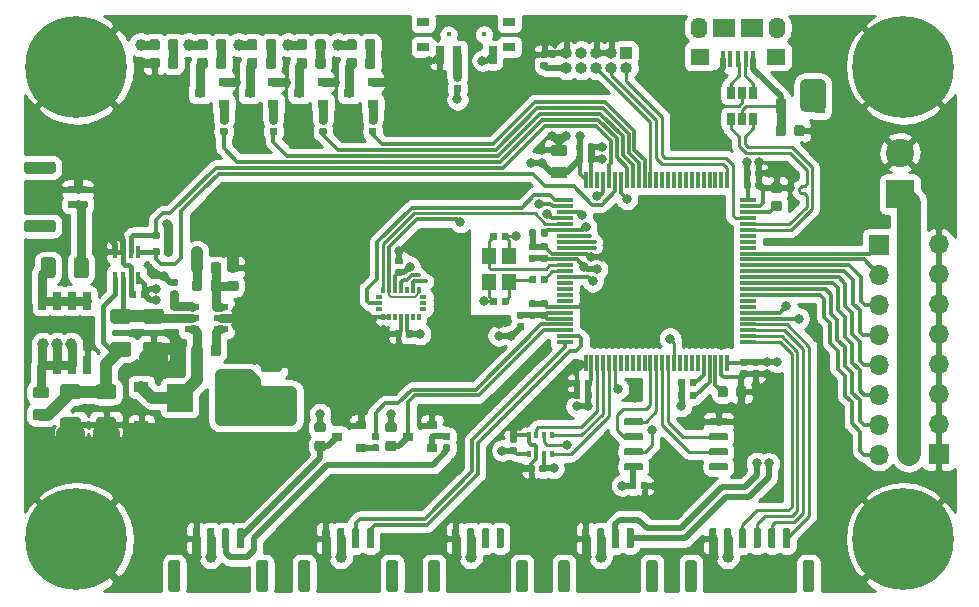
<source format=gbr>
G04 #@! TF.GenerationSoftware,KiCad,Pcbnew,(5.1.5)-3*
G04 #@! TF.CreationDate,2020-05-21T19:58:44+02:00*
G04 #@! TF.ProjectId,HadesNT,48616465-734e-4542-9e6b-696361645f70,rev?*
G04 #@! TF.SameCoordinates,Original*
G04 #@! TF.FileFunction,Copper,L1,Top*
G04 #@! TF.FilePolarity,Positive*
%FSLAX46Y46*%
G04 Gerber Fmt 4.6, Leading zero omitted, Abs format (unit mm)*
G04 Created by KiCad (PCBNEW (5.1.5)-3) date 2020-05-21 19:58:44*
%MOMM*%
%LPD*%
G04 APERTURE LIST*
%ADD10R,0.300000X0.600000*%
%ADD11R,0.600000X0.300000*%
%ADD12C,2.400000*%
%ADD13R,2.400000X2.400000*%
%ADD14R,0.400000X1.350000*%
%ADD15O,1.400000X1.800000*%
%ADD16R,1.600000X1.400000*%
%ADD17R,1.900000X1.600000*%
%ADD18C,0.100000*%
%ADD19R,1.200000X0.900000*%
%ADD20R,0.900000X1.200000*%
%ADD21C,0.900000*%
%ADD22C,8.600000*%
%ADD23R,1.000000X1.000000*%
%ADD24O,1.000000X1.000000*%
%ADD25R,1.700000X1.700000*%
%ADD26O,1.700000X1.700000*%
%ADD27R,2.200000X2.400000*%
%ADD28R,0.650000X1.525000*%
%ADD29R,0.900000X0.800000*%
%ADD30R,0.700000X1.500000*%
%ADD31C,0.450000*%
%ADD32R,1.000000X0.800000*%
%ADD33R,0.400000X1.060000*%
%ADD34R,1.200000X0.600000*%
%ADD35R,0.650000X1.060000*%
%ADD36R,0.350000X0.500000*%
%ADD37R,1.475000X0.300000*%
%ADD38R,0.300000X1.475000*%
%ADD39R,1.200000X1.400000*%
%ADD40C,1.000000*%
%ADD41C,0.800000*%
%ADD42C,1.000000*%
%ADD43C,0.400000*%
%ADD44C,0.300000*%
%ADD45C,0.250000*%
%ADD46C,0.500000*%
%ADD47C,0.750000*%
%ADD48C,0.293370*%
%ADD49C,0.261112*%
%ADD50C,0.261000*%
%ADD51C,2.000000*%
%ADD52C,0.200000*%
%ADD53C,0.254000*%
G04 APERTURE END LIST*
D10*
X53975000Y-46150000D03*
X53475000Y-46150000D03*
X52975000Y-46150000D03*
X52475000Y-46150000D03*
X51975000Y-46150000D03*
X51475000Y-46150000D03*
X50975000Y-46150000D03*
D11*
X50575000Y-45500000D03*
X50575000Y-45000000D03*
X50575000Y-44500000D03*
D10*
X50975000Y-43850000D03*
X51475000Y-43850000D03*
X51975000Y-43850000D03*
X52475000Y-43850000D03*
X52975000Y-43850000D03*
X53475000Y-43850000D03*
X53975000Y-43850000D03*
D11*
X54375000Y-44500000D03*
X54375000Y-45000000D03*
X54375000Y-45500000D03*
D12*
X94725000Y-32275000D03*
D13*
X94725000Y-35775000D03*
D14*
X82300000Y-24350000D03*
X81650000Y-24350000D03*
X81000000Y-24350000D03*
X80350000Y-24350000D03*
X79700000Y-24350000D03*
D15*
X84300000Y-21675000D03*
X77700000Y-21675000D03*
D16*
X84200000Y-24125000D03*
D17*
X82200000Y-21675000D03*
X79800000Y-21675000D03*
D16*
X77800000Y-24125000D03*
G04 #@! TA.AperFunction,SMDPad,CuDef*
D18*
G36*
X25149504Y-51876204D02*
G01*
X25173773Y-51879804D01*
X25197571Y-51885765D01*
X25220671Y-51894030D01*
X25242849Y-51904520D01*
X25263893Y-51917133D01*
X25283598Y-51931747D01*
X25301777Y-51948223D01*
X25318253Y-51966402D01*
X25332867Y-51986107D01*
X25345480Y-52007151D01*
X25355970Y-52029329D01*
X25364235Y-52052429D01*
X25370196Y-52076227D01*
X25373796Y-52100496D01*
X25375000Y-52125000D01*
X25375000Y-52875000D01*
X25373796Y-52899504D01*
X25370196Y-52923773D01*
X25364235Y-52947571D01*
X25355970Y-52970671D01*
X25345480Y-52992849D01*
X25332867Y-53013893D01*
X25318253Y-53033598D01*
X25301777Y-53051777D01*
X25283598Y-53068253D01*
X25263893Y-53082867D01*
X25242849Y-53095480D01*
X25220671Y-53105970D01*
X25197571Y-53114235D01*
X25173773Y-53120196D01*
X25149504Y-53123796D01*
X25125000Y-53125000D01*
X23875000Y-53125000D01*
X23850496Y-53123796D01*
X23826227Y-53120196D01*
X23802429Y-53114235D01*
X23779329Y-53105970D01*
X23757151Y-53095480D01*
X23736107Y-53082867D01*
X23716402Y-53068253D01*
X23698223Y-53051777D01*
X23681747Y-53033598D01*
X23667133Y-53013893D01*
X23654520Y-52992849D01*
X23644030Y-52970671D01*
X23635765Y-52947571D01*
X23629804Y-52923773D01*
X23626204Y-52899504D01*
X23625000Y-52875000D01*
X23625000Y-52125000D01*
X23626204Y-52100496D01*
X23629804Y-52076227D01*
X23635765Y-52052429D01*
X23644030Y-52029329D01*
X23654520Y-52007151D01*
X23667133Y-51986107D01*
X23681747Y-51966402D01*
X23698223Y-51948223D01*
X23716402Y-51931747D01*
X23736107Y-51917133D01*
X23757151Y-51904520D01*
X23779329Y-51894030D01*
X23802429Y-51885765D01*
X23826227Y-51879804D01*
X23850496Y-51876204D01*
X23875000Y-51875000D01*
X25125000Y-51875000D01*
X25149504Y-51876204D01*
G37*
G04 #@! TD.AperFunction*
G04 #@! TA.AperFunction,SMDPad,CuDef*
G36*
X25149504Y-54676204D02*
G01*
X25173773Y-54679804D01*
X25197571Y-54685765D01*
X25220671Y-54694030D01*
X25242849Y-54704520D01*
X25263893Y-54717133D01*
X25283598Y-54731747D01*
X25301777Y-54748223D01*
X25318253Y-54766402D01*
X25332867Y-54786107D01*
X25345480Y-54807151D01*
X25355970Y-54829329D01*
X25364235Y-54852429D01*
X25370196Y-54876227D01*
X25373796Y-54900496D01*
X25375000Y-54925000D01*
X25375000Y-55675000D01*
X25373796Y-55699504D01*
X25370196Y-55723773D01*
X25364235Y-55747571D01*
X25355970Y-55770671D01*
X25345480Y-55792849D01*
X25332867Y-55813893D01*
X25318253Y-55833598D01*
X25301777Y-55851777D01*
X25283598Y-55868253D01*
X25263893Y-55882867D01*
X25242849Y-55895480D01*
X25220671Y-55905970D01*
X25197571Y-55914235D01*
X25173773Y-55920196D01*
X25149504Y-55923796D01*
X25125000Y-55925000D01*
X23875000Y-55925000D01*
X23850496Y-55923796D01*
X23826227Y-55920196D01*
X23802429Y-55914235D01*
X23779329Y-55905970D01*
X23757151Y-55895480D01*
X23736107Y-55882867D01*
X23716402Y-55868253D01*
X23698223Y-55851777D01*
X23681747Y-55833598D01*
X23667133Y-55813893D01*
X23654520Y-55792849D01*
X23644030Y-55770671D01*
X23635765Y-55747571D01*
X23629804Y-55723773D01*
X23626204Y-55699504D01*
X23625000Y-55675000D01*
X23625000Y-54925000D01*
X23626204Y-54900496D01*
X23629804Y-54876227D01*
X23635765Y-54852429D01*
X23644030Y-54829329D01*
X23654520Y-54807151D01*
X23667133Y-54786107D01*
X23681747Y-54766402D01*
X23698223Y-54748223D01*
X23716402Y-54731747D01*
X23736107Y-54717133D01*
X23757151Y-54704520D01*
X23779329Y-54694030D01*
X23802429Y-54685765D01*
X23826227Y-54679804D01*
X23850496Y-54676204D01*
X23875000Y-54675000D01*
X25125000Y-54675000D01*
X25149504Y-54676204D01*
G37*
G04 #@! TD.AperFunction*
G04 #@! TA.AperFunction,SMDPad,CuDef*
G36*
X28149504Y-54676204D02*
G01*
X28173773Y-54679804D01*
X28197571Y-54685765D01*
X28220671Y-54694030D01*
X28242849Y-54704520D01*
X28263893Y-54717133D01*
X28283598Y-54731747D01*
X28301777Y-54748223D01*
X28318253Y-54766402D01*
X28332867Y-54786107D01*
X28345480Y-54807151D01*
X28355970Y-54829329D01*
X28364235Y-54852429D01*
X28370196Y-54876227D01*
X28373796Y-54900496D01*
X28375000Y-54925000D01*
X28375000Y-55675000D01*
X28373796Y-55699504D01*
X28370196Y-55723773D01*
X28364235Y-55747571D01*
X28355970Y-55770671D01*
X28345480Y-55792849D01*
X28332867Y-55813893D01*
X28318253Y-55833598D01*
X28301777Y-55851777D01*
X28283598Y-55868253D01*
X28263893Y-55882867D01*
X28242849Y-55895480D01*
X28220671Y-55905970D01*
X28197571Y-55914235D01*
X28173773Y-55920196D01*
X28149504Y-55923796D01*
X28125000Y-55925000D01*
X26875000Y-55925000D01*
X26850496Y-55923796D01*
X26826227Y-55920196D01*
X26802429Y-55914235D01*
X26779329Y-55905970D01*
X26757151Y-55895480D01*
X26736107Y-55882867D01*
X26716402Y-55868253D01*
X26698223Y-55851777D01*
X26681747Y-55833598D01*
X26667133Y-55813893D01*
X26654520Y-55792849D01*
X26644030Y-55770671D01*
X26635765Y-55747571D01*
X26629804Y-55723773D01*
X26626204Y-55699504D01*
X26625000Y-55675000D01*
X26625000Y-54925000D01*
X26626204Y-54900496D01*
X26629804Y-54876227D01*
X26635765Y-54852429D01*
X26644030Y-54829329D01*
X26654520Y-54807151D01*
X26667133Y-54786107D01*
X26681747Y-54766402D01*
X26698223Y-54748223D01*
X26716402Y-54731747D01*
X26736107Y-54717133D01*
X26757151Y-54704520D01*
X26779329Y-54694030D01*
X26802429Y-54685765D01*
X26826227Y-54679804D01*
X26850496Y-54676204D01*
X26875000Y-54675000D01*
X28125000Y-54675000D01*
X28149504Y-54676204D01*
G37*
G04 #@! TD.AperFunction*
G04 #@! TA.AperFunction,SMDPad,CuDef*
G36*
X28149504Y-51876204D02*
G01*
X28173773Y-51879804D01*
X28197571Y-51885765D01*
X28220671Y-51894030D01*
X28242849Y-51904520D01*
X28263893Y-51917133D01*
X28283598Y-51931747D01*
X28301777Y-51948223D01*
X28318253Y-51966402D01*
X28332867Y-51986107D01*
X28345480Y-52007151D01*
X28355970Y-52029329D01*
X28364235Y-52052429D01*
X28370196Y-52076227D01*
X28373796Y-52100496D01*
X28375000Y-52125000D01*
X28375000Y-52875000D01*
X28373796Y-52899504D01*
X28370196Y-52923773D01*
X28364235Y-52947571D01*
X28355970Y-52970671D01*
X28345480Y-52992849D01*
X28332867Y-53013893D01*
X28318253Y-53033598D01*
X28301777Y-53051777D01*
X28283598Y-53068253D01*
X28263893Y-53082867D01*
X28242849Y-53095480D01*
X28220671Y-53105970D01*
X28197571Y-53114235D01*
X28173773Y-53120196D01*
X28149504Y-53123796D01*
X28125000Y-53125000D01*
X26875000Y-53125000D01*
X26850496Y-53123796D01*
X26826227Y-53120196D01*
X26802429Y-53114235D01*
X26779329Y-53105970D01*
X26757151Y-53095480D01*
X26736107Y-53082867D01*
X26716402Y-53068253D01*
X26698223Y-53051777D01*
X26681747Y-53033598D01*
X26667133Y-53013893D01*
X26654520Y-52992849D01*
X26644030Y-52970671D01*
X26635765Y-52947571D01*
X26629804Y-52923773D01*
X26626204Y-52899504D01*
X26625000Y-52875000D01*
X26625000Y-52125000D01*
X26626204Y-52100496D01*
X26629804Y-52076227D01*
X26635765Y-52052429D01*
X26644030Y-52029329D01*
X26654520Y-52007151D01*
X26667133Y-51986107D01*
X26681747Y-51966402D01*
X26698223Y-51948223D01*
X26716402Y-51931747D01*
X26736107Y-51917133D01*
X26757151Y-51904520D01*
X26779329Y-51894030D01*
X26802429Y-51885765D01*
X26826227Y-51879804D01*
X26850496Y-51876204D01*
X26875000Y-51875000D01*
X28125000Y-51875000D01*
X28149504Y-51876204D01*
G37*
G04 #@! TD.AperFunction*
G04 #@! TA.AperFunction,SMDPad,CuDef*
G36*
X30896958Y-43930710D02*
G01*
X30911276Y-43932834D01*
X30925317Y-43936351D01*
X30938946Y-43941228D01*
X30952031Y-43947417D01*
X30964447Y-43954858D01*
X30976073Y-43963481D01*
X30986798Y-43973202D01*
X30996519Y-43983927D01*
X31005142Y-43995553D01*
X31012583Y-44007969D01*
X31018772Y-44021054D01*
X31023649Y-44034683D01*
X31027166Y-44048724D01*
X31029290Y-44063042D01*
X31030000Y-44077500D01*
X31030000Y-44422500D01*
X31029290Y-44436958D01*
X31027166Y-44451276D01*
X31023649Y-44465317D01*
X31018772Y-44478946D01*
X31012583Y-44492031D01*
X31005142Y-44504447D01*
X30996519Y-44516073D01*
X30986798Y-44526798D01*
X30976073Y-44536519D01*
X30964447Y-44545142D01*
X30952031Y-44552583D01*
X30938946Y-44558772D01*
X30925317Y-44563649D01*
X30911276Y-44567166D01*
X30896958Y-44569290D01*
X30882500Y-44570000D01*
X30587500Y-44570000D01*
X30573042Y-44569290D01*
X30558724Y-44567166D01*
X30544683Y-44563649D01*
X30531054Y-44558772D01*
X30517969Y-44552583D01*
X30505553Y-44545142D01*
X30493927Y-44536519D01*
X30483202Y-44526798D01*
X30473481Y-44516073D01*
X30464858Y-44504447D01*
X30457417Y-44492031D01*
X30451228Y-44478946D01*
X30446351Y-44465317D01*
X30442834Y-44451276D01*
X30440710Y-44436958D01*
X30440000Y-44422500D01*
X30440000Y-44077500D01*
X30440710Y-44063042D01*
X30442834Y-44048724D01*
X30446351Y-44034683D01*
X30451228Y-44021054D01*
X30457417Y-44007969D01*
X30464858Y-43995553D01*
X30473481Y-43983927D01*
X30483202Y-43973202D01*
X30493927Y-43963481D01*
X30505553Y-43954858D01*
X30517969Y-43947417D01*
X30531054Y-43941228D01*
X30544683Y-43936351D01*
X30558724Y-43932834D01*
X30573042Y-43930710D01*
X30587500Y-43930000D01*
X30882500Y-43930000D01*
X30896958Y-43930710D01*
G37*
G04 #@! TD.AperFunction*
G04 #@! TA.AperFunction,SMDPad,CuDef*
G36*
X29926958Y-43930710D02*
G01*
X29941276Y-43932834D01*
X29955317Y-43936351D01*
X29968946Y-43941228D01*
X29982031Y-43947417D01*
X29994447Y-43954858D01*
X30006073Y-43963481D01*
X30016798Y-43973202D01*
X30026519Y-43983927D01*
X30035142Y-43995553D01*
X30042583Y-44007969D01*
X30048772Y-44021054D01*
X30053649Y-44034683D01*
X30057166Y-44048724D01*
X30059290Y-44063042D01*
X30060000Y-44077500D01*
X30060000Y-44422500D01*
X30059290Y-44436958D01*
X30057166Y-44451276D01*
X30053649Y-44465317D01*
X30048772Y-44478946D01*
X30042583Y-44492031D01*
X30035142Y-44504447D01*
X30026519Y-44516073D01*
X30016798Y-44526798D01*
X30006073Y-44536519D01*
X29994447Y-44545142D01*
X29982031Y-44552583D01*
X29968946Y-44558772D01*
X29955317Y-44563649D01*
X29941276Y-44567166D01*
X29926958Y-44569290D01*
X29912500Y-44570000D01*
X29617500Y-44570000D01*
X29603042Y-44569290D01*
X29588724Y-44567166D01*
X29574683Y-44563649D01*
X29561054Y-44558772D01*
X29547969Y-44552583D01*
X29535553Y-44545142D01*
X29523927Y-44536519D01*
X29513202Y-44526798D01*
X29503481Y-44516073D01*
X29494858Y-44504447D01*
X29487417Y-44492031D01*
X29481228Y-44478946D01*
X29476351Y-44465317D01*
X29472834Y-44451276D01*
X29470710Y-44436958D01*
X29470000Y-44422500D01*
X29470000Y-44077500D01*
X29470710Y-44063042D01*
X29472834Y-44048724D01*
X29476351Y-44034683D01*
X29481228Y-44021054D01*
X29487417Y-44007969D01*
X29494858Y-43995553D01*
X29503481Y-43983927D01*
X29513202Y-43973202D01*
X29523927Y-43963481D01*
X29535553Y-43954858D01*
X29547969Y-43947417D01*
X29561054Y-43941228D01*
X29574683Y-43936351D01*
X29588724Y-43932834D01*
X29603042Y-43930710D01*
X29617500Y-43930000D01*
X29912500Y-43930000D01*
X29926958Y-43930710D01*
G37*
G04 #@! TD.AperFunction*
G04 #@! TA.AperFunction,SMDPad,CuDef*
G36*
X35452691Y-41526053D02*
G01*
X35473926Y-41529203D01*
X35494750Y-41534419D01*
X35514962Y-41541651D01*
X35534368Y-41550830D01*
X35552781Y-41561866D01*
X35570024Y-41574654D01*
X35585930Y-41589070D01*
X35600346Y-41604976D01*
X35613134Y-41622219D01*
X35624170Y-41640632D01*
X35633349Y-41660038D01*
X35640581Y-41680250D01*
X35645797Y-41701074D01*
X35648947Y-41722309D01*
X35650000Y-41743750D01*
X35650000Y-42256250D01*
X35648947Y-42277691D01*
X35645797Y-42298926D01*
X35640581Y-42319750D01*
X35633349Y-42339962D01*
X35624170Y-42359368D01*
X35613134Y-42377781D01*
X35600346Y-42395024D01*
X35585930Y-42410930D01*
X35570024Y-42425346D01*
X35552781Y-42438134D01*
X35534368Y-42449170D01*
X35514962Y-42458349D01*
X35494750Y-42465581D01*
X35473926Y-42470797D01*
X35452691Y-42473947D01*
X35431250Y-42475000D01*
X34993750Y-42475000D01*
X34972309Y-42473947D01*
X34951074Y-42470797D01*
X34930250Y-42465581D01*
X34910038Y-42458349D01*
X34890632Y-42449170D01*
X34872219Y-42438134D01*
X34854976Y-42425346D01*
X34839070Y-42410930D01*
X34824654Y-42395024D01*
X34811866Y-42377781D01*
X34800830Y-42359368D01*
X34791651Y-42339962D01*
X34784419Y-42319750D01*
X34779203Y-42298926D01*
X34776053Y-42277691D01*
X34775000Y-42256250D01*
X34775000Y-41743750D01*
X34776053Y-41722309D01*
X34779203Y-41701074D01*
X34784419Y-41680250D01*
X34791651Y-41660038D01*
X34800830Y-41640632D01*
X34811866Y-41622219D01*
X34824654Y-41604976D01*
X34839070Y-41589070D01*
X34854976Y-41574654D01*
X34872219Y-41561866D01*
X34890632Y-41550830D01*
X34910038Y-41541651D01*
X34930250Y-41534419D01*
X34951074Y-41529203D01*
X34972309Y-41526053D01*
X34993750Y-41525000D01*
X35431250Y-41525000D01*
X35452691Y-41526053D01*
G37*
G04 #@! TD.AperFunction*
G04 #@! TA.AperFunction,SMDPad,CuDef*
G36*
X37027691Y-41526053D02*
G01*
X37048926Y-41529203D01*
X37069750Y-41534419D01*
X37089962Y-41541651D01*
X37109368Y-41550830D01*
X37127781Y-41561866D01*
X37145024Y-41574654D01*
X37160930Y-41589070D01*
X37175346Y-41604976D01*
X37188134Y-41622219D01*
X37199170Y-41640632D01*
X37208349Y-41660038D01*
X37215581Y-41680250D01*
X37220797Y-41701074D01*
X37223947Y-41722309D01*
X37225000Y-41743750D01*
X37225000Y-42256250D01*
X37223947Y-42277691D01*
X37220797Y-42298926D01*
X37215581Y-42319750D01*
X37208349Y-42339962D01*
X37199170Y-42359368D01*
X37188134Y-42377781D01*
X37175346Y-42395024D01*
X37160930Y-42410930D01*
X37145024Y-42425346D01*
X37127781Y-42438134D01*
X37109368Y-42449170D01*
X37089962Y-42458349D01*
X37069750Y-42465581D01*
X37048926Y-42470797D01*
X37027691Y-42473947D01*
X37006250Y-42475000D01*
X36568750Y-42475000D01*
X36547309Y-42473947D01*
X36526074Y-42470797D01*
X36505250Y-42465581D01*
X36485038Y-42458349D01*
X36465632Y-42449170D01*
X36447219Y-42438134D01*
X36429976Y-42425346D01*
X36414070Y-42410930D01*
X36399654Y-42395024D01*
X36386866Y-42377781D01*
X36375830Y-42359368D01*
X36366651Y-42339962D01*
X36359419Y-42319750D01*
X36354203Y-42298926D01*
X36351053Y-42277691D01*
X36350000Y-42256250D01*
X36350000Y-41743750D01*
X36351053Y-41722309D01*
X36354203Y-41701074D01*
X36359419Y-41680250D01*
X36366651Y-41660038D01*
X36375830Y-41640632D01*
X36386866Y-41622219D01*
X36399654Y-41604976D01*
X36414070Y-41589070D01*
X36429976Y-41574654D01*
X36447219Y-41561866D01*
X36465632Y-41550830D01*
X36485038Y-41541651D01*
X36505250Y-41534419D01*
X36526074Y-41529203D01*
X36547309Y-41526053D01*
X36568750Y-41525000D01*
X37006250Y-41525000D01*
X37027691Y-41526053D01*
G37*
G04 #@! TD.AperFunction*
G04 #@! TA.AperFunction,SMDPad,CuDef*
G36*
X37027691Y-48526053D02*
G01*
X37048926Y-48529203D01*
X37069750Y-48534419D01*
X37089962Y-48541651D01*
X37109368Y-48550830D01*
X37127781Y-48561866D01*
X37145024Y-48574654D01*
X37160930Y-48589070D01*
X37175346Y-48604976D01*
X37188134Y-48622219D01*
X37199170Y-48640632D01*
X37208349Y-48660038D01*
X37215581Y-48680250D01*
X37220797Y-48701074D01*
X37223947Y-48722309D01*
X37225000Y-48743750D01*
X37225000Y-49256250D01*
X37223947Y-49277691D01*
X37220797Y-49298926D01*
X37215581Y-49319750D01*
X37208349Y-49339962D01*
X37199170Y-49359368D01*
X37188134Y-49377781D01*
X37175346Y-49395024D01*
X37160930Y-49410930D01*
X37145024Y-49425346D01*
X37127781Y-49438134D01*
X37109368Y-49449170D01*
X37089962Y-49458349D01*
X37069750Y-49465581D01*
X37048926Y-49470797D01*
X37027691Y-49473947D01*
X37006250Y-49475000D01*
X36568750Y-49475000D01*
X36547309Y-49473947D01*
X36526074Y-49470797D01*
X36505250Y-49465581D01*
X36485038Y-49458349D01*
X36465632Y-49449170D01*
X36447219Y-49438134D01*
X36429976Y-49425346D01*
X36414070Y-49410930D01*
X36399654Y-49395024D01*
X36386866Y-49377781D01*
X36375830Y-49359368D01*
X36366651Y-49339962D01*
X36359419Y-49319750D01*
X36354203Y-49298926D01*
X36351053Y-49277691D01*
X36350000Y-49256250D01*
X36350000Y-48743750D01*
X36351053Y-48722309D01*
X36354203Y-48701074D01*
X36359419Y-48680250D01*
X36366651Y-48660038D01*
X36375830Y-48640632D01*
X36386866Y-48622219D01*
X36399654Y-48604976D01*
X36414070Y-48589070D01*
X36429976Y-48574654D01*
X36447219Y-48561866D01*
X36465632Y-48550830D01*
X36485038Y-48541651D01*
X36505250Y-48534419D01*
X36526074Y-48529203D01*
X36547309Y-48526053D01*
X36568750Y-48525000D01*
X37006250Y-48525000D01*
X37027691Y-48526053D01*
G37*
G04 #@! TD.AperFunction*
G04 #@! TA.AperFunction,SMDPad,CuDef*
G36*
X35452691Y-48526053D02*
G01*
X35473926Y-48529203D01*
X35494750Y-48534419D01*
X35514962Y-48541651D01*
X35534368Y-48550830D01*
X35552781Y-48561866D01*
X35570024Y-48574654D01*
X35585930Y-48589070D01*
X35600346Y-48604976D01*
X35613134Y-48622219D01*
X35624170Y-48640632D01*
X35633349Y-48660038D01*
X35640581Y-48680250D01*
X35645797Y-48701074D01*
X35648947Y-48722309D01*
X35650000Y-48743750D01*
X35650000Y-49256250D01*
X35648947Y-49277691D01*
X35645797Y-49298926D01*
X35640581Y-49319750D01*
X35633349Y-49339962D01*
X35624170Y-49359368D01*
X35613134Y-49377781D01*
X35600346Y-49395024D01*
X35585930Y-49410930D01*
X35570024Y-49425346D01*
X35552781Y-49438134D01*
X35534368Y-49449170D01*
X35514962Y-49458349D01*
X35494750Y-49465581D01*
X35473926Y-49470797D01*
X35452691Y-49473947D01*
X35431250Y-49475000D01*
X34993750Y-49475000D01*
X34972309Y-49473947D01*
X34951074Y-49470797D01*
X34930250Y-49465581D01*
X34910038Y-49458349D01*
X34890632Y-49449170D01*
X34872219Y-49438134D01*
X34854976Y-49425346D01*
X34839070Y-49410930D01*
X34824654Y-49395024D01*
X34811866Y-49377781D01*
X34800830Y-49359368D01*
X34791651Y-49339962D01*
X34784419Y-49319750D01*
X34779203Y-49298926D01*
X34776053Y-49277691D01*
X34775000Y-49256250D01*
X34775000Y-48743750D01*
X34776053Y-48722309D01*
X34779203Y-48701074D01*
X34784419Y-48680250D01*
X34791651Y-48660038D01*
X34800830Y-48640632D01*
X34811866Y-48622219D01*
X34824654Y-48604976D01*
X34839070Y-48589070D01*
X34854976Y-48574654D01*
X34872219Y-48561866D01*
X34890632Y-48550830D01*
X34910038Y-48541651D01*
X34930250Y-48534419D01*
X34951074Y-48529203D01*
X34972309Y-48526053D01*
X34993750Y-48525000D01*
X35431250Y-48525000D01*
X35452691Y-48526053D01*
G37*
G04 #@! TD.AperFunction*
G04 #@! TA.AperFunction,SMDPad,CuDef*
G36*
X32149504Y-48276204D02*
G01*
X32173773Y-48279804D01*
X32197571Y-48285765D01*
X32220671Y-48294030D01*
X32242849Y-48304520D01*
X32263893Y-48317133D01*
X32283598Y-48331747D01*
X32301777Y-48348223D01*
X32318253Y-48366402D01*
X32332867Y-48386107D01*
X32345480Y-48407151D01*
X32355970Y-48429329D01*
X32364235Y-48452429D01*
X32370196Y-48476227D01*
X32373796Y-48500496D01*
X32375000Y-48525000D01*
X32375000Y-49275000D01*
X32373796Y-49299504D01*
X32370196Y-49323773D01*
X32364235Y-49347571D01*
X32355970Y-49370671D01*
X32345480Y-49392849D01*
X32332867Y-49413893D01*
X32318253Y-49433598D01*
X32301777Y-49451777D01*
X32283598Y-49468253D01*
X32263893Y-49482867D01*
X32242849Y-49495480D01*
X32220671Y-49505970D01*
X32197571Y-49514235D01*
X32173773Y-49520196D01*
X32149504Y-49523796D01*
X32125000Y-49525000D01*
X30875000Y-49525000D01*
X30850496Y-49523796D01*
X30826227Y-49520196D01*
X30802429Y-49514235D01*
X30779329Y-49505970D01*
X30757151Y-49495480D01*
X30736107Y-49482867D01*
X30716402Y-49468253D01*
X30698223Y-49451777D01*
X30681747Y-49433598D01*
X30667133Y-49413893D01*
X30654520Y-49392849D01*
X30644030Y-49370671D01*
X30635765Y-49347571D01*
X30629804Y-49323773D01*
X30626204Y-49299504D01*
X30625000Y-49275000D01*
X30625000Y-48525000D01*
X30626204Y-48500496D01*
X30629804Y-48476227D01*
X30635765Y-48452429D01*
X30644030Y-48429329D01*
X30654520Y-48407151D01*
X30667133Y-48386107D01*
X30681747Y-48366402D01*
X30698223Y-48348223D01*
X30716402Y-48331747D01*
X30736107Y-48317133D01*
X30757151Y-48304520D01*
X30779329Y-48294030D01*
X30802429Y-48285765D01*
X30826227Y-48279804D01*
X30850496Y-48276204D01*
X30875000Y-48275000D01*
X32125000Y-48275000D01*
X32149504Y-48276204D01*
G37*
G04 #@! TD.AperFunction*
G04 #@! TA.AperFunction,SMDPad,CuDef*
G36*
X32149504Y-45476204D02*
G01*
X32173773Y-45479804D01*
X32197571Y-45485765D01*
X32220671Y-45494030D01*
X32242849Y-45504520D01*
X32263893Y-45517133D01*
X32283598Y-45531747D01*
X32301777Y-45548223D01*
X32318253Y-45566402D01*
X32332867Y-45586107D01*
X32345480Y-45607151D01*
X32355970Y-45629329D01*
X32364235Y-45652429D01*
X32370196Y-45676227D01*
X32373796Y-45700496D01*
X32375000Y-45725000D01*
X32375000Y-46475000D01*
X32373796Y-46499504D01*
X32370196Y-46523773D01*
X32364235Y-46547571D01*
X32355970Y-46570671D01*
X32345480Y-46592849D01*
X32332867Y-46613893D01*
X32318253Y-46633598D01*
X32301777Y-46651777D01*
X32283598Y-46668253D01*
X32263893Y-46682867D01*
X32242849Y-46695480D01*
X32220671Y-46705970D01*
X32197571Y-46714235D01*
X32173773Y-46720196D01*
X32149504Y-46723796D01*
X32125000Y-46725000D01*
X30875000Y-46725000D01*
X30850496Y-46723796D01*
X30826227Y-46720196D01*
X30802429Y-46714235D01*
X30779329Y-46705970D01*
X30757151Y-46695480D01*
X30736107Y-46682867D01*
X30716402Y-46668253D01*
X30698223Y-46651777D01*
X30681747Y-46633598D01*
X30667133Y-46613893D01*
X30654520Y-46592849D01*
X30644030Y-46570671D01*
X30635765Y-46547571D01*
X30629804Y-46523773D01*
X30626204Y-46499504D01*
X30625000Y-46475000D01*
X30625000Y-45725000D01*
X30626204Y-45700496D01*
X30629804Y-45676227D01*
X30635765Y-45652429D01*
X30644030Y-45629329D01*
X30654520Y-45607151D01*
X30667133Y-45586107D01*
X30681747Y-45566402D01*
X30698223Y-45548223D01*
X30716402Y-45531747D01*
X30736107Y-45517133D01*
X30757151Y-45504520D01*
X30779329Y-45494030D01*
X30802429Y-45485765D01*
X30826227Y-45479804D01*
X30850496Y-45476204D01*
X30875000Y-45475000D01*
X32125000Y-45475000D01*
X32149504Y-45476204D01*
G37*
G04 #@! TD.AperFunction*
G04 #@! TA.AperFunction,SMDPad,CuDef*
G36*
X42149504Y-52376204D02*
G01*
X42173773Y-52379804D01*
X42197571Y-52385765D01*
X42220671Y-52394030D01*
X42242849Y-52404520D01*
X42263893Y-52417133D01*
X42283598Y-52431747D01*
X42301777Y-52448223D01*
X42318253Y-52466402D01*
X42332867Y-52486107D01*
X42345480Y-52507151D01*
X42355970Y-52529329D01*
X42364235Y-52552429D01*
X42370196Y-52576227D01*
X42373796Y-52600496D01*
X42375000Y-52625000D01*
X42375000Y-53375000D01*
X42373796Y-53399504D01*
X42370196Y-53423773D01*
X42364235Y-53447571D01*
X42355970Y-53470671D01*
X42345480Y-53492849D01*
X42332867Y-53513893D01*
X42318253Y-53533598D01*
X42301777Y-53551777D01*
X42283598Y-53568253D01*
X42263893Y-53582867D01*
X42242849Y-53595480D01*
X42220671Y-53605970D01*
X42197571Y-53614235D01*
X42173773Y-53620196D01*
X42149504Y-53623796D01*
X42125000Y-53625000D01*
X40875000Y-53625000D01*
X40850496Y-53623796D01*
X40826227Y-53620196D01*
X40802429Y-53614235D01*
X40779329Y-53605970D01*
X40757151Y-53595480D01*
X40736107Y-53582867D01*
X40716402Y-53568253D01*
X40698223Y-53551777D01*
X40681747Y-53533598D01*
X40667133Y-53513893D01*
X40654520Y-53492849D01*
X40644030Y-53470671D01*
X40635765Y-53447571D01*
X40629804Y-53423773D01*
X40626204Y-53399504D01*
X40625000Y-53375000D01*
X40625000Y-52625000D01*
X40626204Y-52600496D01*
X40629804Y-52576227D01*
X40635765Y-52552429D01*
X40644030Y-52529329D01*
X40654520Y-52507151D01*
X40667133Y-52486107D01*
X40681747Y-52466402D01*
X40698223Y-52448223D01*
X40716402Y-52431747D01*
X40736107Y-52417133D01*
X40757151Y-52404520D01*
X40779329Y-52394030D01*
X40802429Y-52385765D01*
X40826227Y-52379804D01*
X40850496Y-52376204D01*
X40875000Y-52375000D01*
X42125000Y-52375000D01*
X42149504Y-52376204D01*
G37*
G04 #@! TD.AperFunction*
G04 #@! TA.AperFunction,SMDPad,CuDef*
G36*
X42149504Y-49576204D02*
G01*
X42173773Y-49579804D01*
X42197571Y-49585765D01*
X42220671Y-49594030D01*
X42242849Y-49604520D01*
X42263893Y-49617133D01*
X42283598Y-49631747D01*
X42301777Y-49648223D01*
X42318253Y-49666402D01*
X42332867Y-49686107D01*
X42345480Y-49707151D01*
X42355970Y-49729329D01*
X42364235Y-49752429D01*
X42370196Y-49776227D01*
X42373796Y-49800496D01*
X42375000Y-49825000D01*
X42375000Y-50575000D01*
X42373796Y-50599504D01*
X42370196Y-50623773D01*
X42364235Y-50647571D01*
X42355970Y-50670671D01*
X42345480Y-50692849D01*
X42332867Y-50713893D01*
X42318253Y-50733598D01*
X42301777Y-50751777D01*
X42283598Y-50768253D01*
X42263893Y-50782867D01*
X42242849Y-50795480D01*
X42220671Y-50805970D01*
X42197571Y-50814235D01*
X42173773Y-50820196D01*
X42149504Y-50823796D01*
X42125000Y-50825000D01*
X40875000Y-50825000D01*
X40850496Y-50823796D01*
X40826227Y-50820196D01*
X40802429Y-50814235D01*
X40779329Y-50805970D01*
X40757151Y-50795480D01*
X40736107Y-50782867D01*
X40716402Y-50768253D01*
X40698223Y-50751777D01*
X40681747Y-50733598D01*
X40667133Y-50713893D01*
X40654520Y-50692849D01*
X40644030Y-50670671D01*
X40635765Y-50647571D01*
X40629804Y-50623773D01*
X40626204Y-50599504D01*
X40625000Y-50575000D01*
X40625000Y-49825000D01*
X40626204Y-49800496D01*
X40629804Y-49776227D01*
X40635765Y-49752429D01*
X40644030Y-49729329D01*
X40654520Y-49707151D01*
X40667133Y-49686107D01*
X40681747Y-49666402D01*
X40698223Y-49648223D01*
X40716402Y-49631747D01*
X40736107Y-49617133D01*
X40757151Y-49604520D01*
X40779329Y-49594030D01*
X40802429Y-49585765D01*
X40826227Y-49579804D01*
X40850496Y-49576204D01*
X40875000Y-49575000D01*
X42125000Y-49575000D01*
X42149504Y-49576204D01*
G37*
G04 #@! TD.AperFunction*
G04 #@! TA.AperFunction,SMDPad,CuDef*
G36*
X86445191Y-29916053D02*
G01*
X86466426Y-29919203D01*
X86487250Y-29924419D01*
X86507462Y-29931651D01*
X86526868Y-29940830D01*
X86545281Y-29951866D01*
X86562524Y-29964654D01*
X86578430Y-29979070D01*
X86592846Y-29994976D01*
X86605634Y-30012219D01*
X86616670Y-30030632D01*
X86625849Y-30050038D01*
X86633081Y-30070250D01*
X86638297Y-30091074D01*
X86641447Y-30112309D01*
X86642500Y-30133750D01*
X86642500Y-30646250D01*
X86641447Y-30667691D01*
X86638297Y-30688926D01*
X86633081Y-30709750D01*
X86625849Y-30729962D01*
X86616670Y-30749368D01*
X86605634Y-30767781D01*
X86592846Y-30785024D01*
X86578430Y-30800930D01*
X86562524Y-30815346D01*
X86545281Y-30828134D01*
X86526868Y-30839170D01*
X86507462Y-30848349D01*
X86487250Y-30855581D01*
X86466426Y-30860797D01*
X86445191Y-30863947D01*
X86423750Y-30865000D01*
X85986250Y-30865000D01*
X85964809Y-30863947D01*
X85943574Y-30860797D01*
X85922750Y-30855581D01*
X85902538Y-30848349D01*
X85883132Y-30839170D01*
X85864719Y-30828134D01*
X85847476Y-30815346D01*
X85831570Y-30800930D01*
X85817154Y-30785024D01*
X85804366Y-30767781D01*
X85793330Y-30749368D01*
X85784151Y-30729962D01*
X85776919Y-30709750D01*
X85771703Y-30688926D01*
X85768553Y-30667691D01*
X85767500Y-30646250D01*
X85767500Y-30133750D01*
X85768553Y-30112309D01*
X85771703Y-30091074D01*
X85776919Y-30070250D01*
X85784151Y-30050038D01*
X85793330Y-30030632D01*
X85804366Y-30012219D01*
X85817154Y-29994976D01*
X85831570Y-29979070D01*
X85847476Y-29964654D01*
X85864719Y-29951866D01*
X85883132Y-29940830D01*
X85902538Y-29931651D01*
X85922750Y-29924419D01*
X85943574Y-29919203D01*
X85964809Y-29916053D01*
X85986250Y-29915000D01*
X86423750Y-29915000D01*
X86445191Y-29916053D01*
G37*
G04 #@! TD.AperFunction*
G04 #@! TA.AperFunction,SMDPad,CuDef*
G36*
X84870191Y-29916053D02*
G01*
X84891426Y-29919203D01*
X84912250Y-29924419D01*
X84932462Y-29931651D01*
X84951868Y-29940830D01*
X84970281Y-29951866D01*
X84987524Y-29964654D01*
X85003430Y-29979070D01*
X85017846Y-29994976D01*
X85030634Y-30012219D01*
X85041670Y-30030632D01*
X85050849Y-30050038D01*
X85058081Y-30070250D01*
X85063297Y-30091074D01*
X85066447Y-30112309D01*
X85067500Y-30133750D01*
X85067500Y-30646250D01*
X85066447Y-30667691D01*
X85063297Y-30688926D01*
X85058081Y-30709750D01*
X85050849Y-30729962D01*
X85041670Y-30749368D01*
X85030634Y-30767781D01*
X85017846Y-30785024D01*
X85003430Y-30800930D01*
X84987524Y-30815346D01*
X84970281Y-30828134D01*
X84951868Y-30839170D01*
X84932462Y-30848349D01*
X84912250Y-30855581D01*
X84891426Y-30860797D01*
X84870191Y-30863947D01*
X84848750Y-30865000D01*
X84411250Y-30865000D01*
X84389809Y-30863947D01*
X84368574Y-30860797D01*
X84347750Y-30855581D01*
X84327538Y-30848349D01*
X84308132Y-30839170D01*
X84289719Y-30828134D01*
X84272476Y-30815346D01*
X84256570Y-30800930D01*
X84242154Y-30785024D01*
X84229366Y-30767781D01*
X84218330Y-30749368D01*
X84209151Y-30729962D01*
X84201919Y-30709750D01*
X84196703Y-30688926D01*
X84193553Y-30667691D01*
X84192500Y-30646250D01*
X84192500Y-30133750D01*
X84193553Y-30112309D01*
X84196703Y-30091074D01*
X84201919Y-30070250D01*
X84209151Y-30050038D01*
X84218330Y-30030632D01*
X84229366Y-30012219D01*
X84242154Y-29994976D01*
X84256570Y-29979070D01*
X84272476Y-29964654D01*
X84289719Y-29951866D01*
X84308132Y-29940830D01*
X84327538Y-29931651D01*
X84347750Y-29924419D01*
X84368574Y-29919203D01*
X84389809Y-29916053D01*
X84411250Y-29915000D01*
X84848750Y-29915000D01*
X84870191Y-29916053D01*
G37*
G04 #@! TD.AperFunction*
G04 #@! TA.AperFunction,SMDPad,CuDef*
G36*
X72276958Y-60130710D02*
G01*
X72291276Y-60132834D01*
X72305317Y-60136351D01*
X72318946Y-60141228D01*
X72332031Y-60147417D01*
X72344447Y-60154858D01*
X72356073Y-60163481D01*
X72366798Y-60173202D01*
X72376519Y-60183927D01*
X72385142Y-60195553D01*
X72392583Y-60207969D01*
X72398772Y-60221054D01*
X72403649Y-60234683D01*
X72407166Y-60248724D01*
X72409290Y-60263042D01*
X72410000Y-60277500D01*
X72410000Y-60622500D01*
X72409290Y-60636958D01*
X72407166Y-60651276D01*
X72403649Y-60665317D01*
X72398772Y-60678946D01*
X72392583Y-60692031D01*
X72385142Y-60704447D01*
X72376519Y-60716073D01*
X72366798Y-60726798D01*
X72356073Y-60736519D01*
X72344447Y-60745142D01*
X72332031Y-60752583D01*
X72318946Y-60758772D01*
X72305317Y-60763649D01*
X72291276Y-60767166D01*
X72276958Y-60769290D01*
X72262500Y-60770000D01*
X71967500Y-60770000D01*
X71953042Y-60769290D01*
X71938724Y-60767166D01*
X71924683Y-60763649D01*
X71911054Y-60758772D01*
X71897969Y-60752583D01*
X71885553Y-60745142D01*
X71873927Y-60736519D01*
X71863202Y-60726798D01*
X71853481Y-60716073D01*
X71844858Y-60704447D01*
X71837417Y-60692031D01*
X71831228Y-60678946D01*
X71826351Y-60665317D01*
X71822834Y-60651276D01*
X71820710Y-60636958D01*
X71820000Y-60622500D01*
X71820000Y-60277500D01*
X71820710Y-60263042D01*
X71822834Y-60248724D01*
X71826351Y-60234683D01*
X71831228Y-60221054D01*
X71837417Y-60207969D01*
X71844858Y-60195553D01*
X71853481Y-60183927D01*
X71863202Y-60173202D01*
X71873927Y-60163481D01*
X71885553Y-60154858D01*
X71897969Y-60147417D01*
X71911054Y-60141228D01*
X71924683Y-60136351D01*
X71938724Y-60132834D01*
X71953042Y-60130710D01*
X71967500Y-60130000D01*
X72262500Y-60130000D01*
X72276958Y-60130710D01*
G37*
G04 #@! TD.AperFunction*
G04 #@! TA.AperFunction,SMDPad,CuDef*
G36*
X73246958Y-60130710D02*
G01*
X73261276Y-60132834D01*
X73275317Y-60136351D01*
X73288946Y-60141228D01*
X73302031Y-60147417D01*
X73314447Y-60154858D01*
X73326073Y-60163481D01*
X73336798Y-60173202D01*
X73346519Y-60183927D01*
X73355142Y-60195553D01*
X73362583Y-60207969D01*
X73368772Y-60221054D01*
X73373649Y-60234683D01*
X73377166Y-60248724D01*
X73379290Y-60263042D01*
X73380000Y-60277500D01*
X73380000Y-60622500D01*
X73379290Y-60636958D01*
X73377166Y-60651276D01*
X73373649Y-60665317D01*
X73368772Y-60678946D01*
X73362583Y-60692031D01*
X73355142Y-60704447D01*
X73346519Y-60716073D01*
X73336798Y-60726798D01*
X73326073Y-60736519D01*
X73314447Y-60745142D01*
X73302031Y-60752583D01*
X73288946Y-60758772D01*
X73275317Y-60763649D01*
X73261276Y-60767166D01*
X73246958Y-60769290D01*
X73232500Y-60770000D01*
X72937500Y-60770000D01*
X72923042Y-60769290D01*
X72908724Y-60767166D01*
X72894683Y-60763649D01*
X72881054Y-60758772D01*
X72867969Y-60752583D01*
X72855553Y-60745142D01*
X72843927Y-60736519D01*
X72833202Y-60726798D01*
X72823481Y-60716073D01*
X72814858Y-60704447D01*
X72807417Y-60692031D01*
X72801228Y-60678946D01*
X72796351Y-60665317D01*
X72792834Y-60651276D01*
X72790710Y-60636958D01*
X72790000Y-60622500D01*
X72790000Y-60277500D01*
X72790710Y-60263042D01*
X72792834Y-60248724D01*
X72796351Y-60234683D01*
X72801228Y-60221054D01*
X72807417Y-60207969D01*
X72814858Y-60195553D01*
X72823481Y-60183927D01*
X72833202Y-60173202D01*
X72843927Y-60163481D01*
X72855553Y-60154858D01*
X72867969Y-60147417D01*
X72881054Y-60141228D01*
X72894683Y-60136351D01*
X72908724Y-60132834D01*
X72923042Y-60130710D01*
X72937500Y-60130000D01*
X73232500Y-60130000D01*
X73246958Y-60130710D01*
G37*
G04 #@! TD.AperFunction*
G04 #@! TA.AperFunction,SMDPad,CuDef*
G36*
X64646958Y-58680710D02*
G01*
X64661276Y-58682834D01*
X64675317Y-58686351D01*
X64688946Y-58691228D01*
X64702031Y-58697417D01*
X64714447Y-58704858D01*
X64726073Y-58713481D01*
X64736798Y-58723202D01*
X64746519Y-58733927D01*
X64755142Y-58745553D01*
X64762583Y-58757969D01*
X64768772Y-58771054D01*
X64773649Y-58784683D01*
X64777166Y-58798724D01*
X64779290Y-58813042D01*
X64780000Y-58827500D01*
X64780000Y-59172500D01*
X64779290Y-59186958D01*
X64777166Y-59201276D01*
X64773649Y-59215317D01*
X64768772Y-59228946D01*
X64762583Y-59242031D01*
X64755142Y-59254447D01*
X64746519Y-59266073D01*
X64736798Y-59276798D01*
X64726073Y-59286519D01*
X64714447Y-59295142D01*
X64702031Y-59302583D01*
X64688946Y-59308772D01*
X64675317Y-59313649D01*
X64661276Y-59317166D01*
X64646958Y-59319290D01*
X64632500Y-59320000D01*
X64337500Y-59320000D01*
X64323042Y-59319290D01*
X64308724Y-59317166D01*
X64294683Y-59313649D01*
X64281054Y-59308772D01*
X64267969Y-59302583D01*
X64255553Y-59295142D01*
X64243927Y-59286519D01*
X64233202Y-59276798D01*
X64223481Y-59266073D01*
X64214858Y-59254447D01*
X64207417Y-59242031D01*
X64201228Y-59228946D01*
X64196351Y-59215317D01*
X64192834Y-59201276D01*
X64190710Y-59186958D01*
X64190000Y-59172500D01*
X64190000Y-58827500D01*
X64190710Y-58813042D01*
X64192834Y-58798724D01*
X64196351Y-58784683D01*
X64201228Y-58771054D01*
X64207417Y-58757969D01*
X64214858Y-58745553D01*
X64223481Y-58733927D01*
X64233202Y-58723202D01*
X64243927Y-58713481D01*
X64255553Y-58704858D01*
X64267969Y-58697417D01*
X64281054Y-58691228D01*
X64294683Y-58686351D01*
X64308724Y-58682834D01*
X64323042Y-58680710D01*
X64337500Y-58680000D01*
X64632500Y-58680000D01*
X64646958Y-58680710D01*
G37*
G04 #@! TD.AperFunction*
G04 #@! TA.AperFunction,SMDPad,CuDef*
G36*
X63676958Y-58680710D02*
G01*
X63691276Y-58682834D01*
X63705317Y-58686351D01*
X63718946Y-58691228D01*
X63732031Y-58697417D01*
X63744447Y-58704858D01*
X63756073Y-58713481D01*
X63766798Y-58723202D01*
X63776519Y-58733927D01*
X63785142Y-58745553D01*
X63792583Y-58757969D01*
X63798772Y-58771054D01*
X63803649Y-58784683D01*
X63807166Y-58798724D01*
X63809290Y-58813042D01*
X63810000Y-58827500D01*
X63810000Y-59172500D01*
X63809290Y-59186958D01*
X63807166Y-59201276D01*
X63803649Y-59215317D01*
X63798772Y-59228946D01*
X63792583Y-59242031D01*
X63785142Y-59254447D01*
X63776519Y-59266073D01*
X63766798Y-59276798D01*
X63756073Y-59286519D01*
X63744447Y-59295142D01*
X63732031Y-59302583D01*
X63718946Y-59308772D01*
X63705317Y-59313649D01*
X63691276Y-59317166D01*
X63676958Y-59319290D01*
X63662500Y-59320000D01*
X63367500Y-59320000D01*
X63353042Y-59319290D01*
X63338724Y-59317166D01*
X63324683Y-59313649D01*
X63311054Y-59308772D01*
X63297969Y-59302583D01*
X63285553Y-59295142D01*
X63273927Y-59286519D01*
X63263202Y-59276798D01*
X63253481Y-59266073D01*
X63244858Y-59254447D01*
X63237417Y-59242031D01*
X63231228Y-59228946D01*
X63226351Y-59215317D01*
X63222834Y-59201276D01*
X63220710Y-59186958D01*
X63220000Y-59172500D01*
X63220000Y-58827500D01*
X63220710Y-58813042D01*
X63222834Y-58798724D01*
X63226351Y-58784683D01*
X63231228Y-58771054D01*
X63237417Y-58757969D01*
X63244858Y-58745553D01*
X63253481Y-58733927D01*
X63263202Y-58723202D01*
X63273927Y-58713481D01*
X63285553Y-58704858D01*
X63297969Y-58697417D01*
X63311054Y-58691228D01*
X63324683Y-58686351D01*
X63338724Y-58682834D01*
X63353042Y-58680710D01*
X63367500Y-58680000D01*
X63662500Y-58680000D01*
X63676958Y-58680710D01*
G37*
G04 #@! TD.AperFunction*
G04 #@! TA.AperFunction,SMDPad,CuDef*
G36*
X62186958Y-56220710D02*
G01*
X62201276Y-56222834D01*
X62215317Y-56226351D01*
X62228946Y-56231228D01*
X62242031Y-56237417D01*
X62254447Y-56244858D01*
X62266073Y-56253481D01*
X62276798Y-56263202D01*
X62286519Y-56273927D01*
X62295142Y-56285553D01*
X62302583Y-56297969D01*
X62308772Y-56311054D01*
X62313649Y-56324683D01*
X62317166Y-56338724D01*
X62319290Y-56353042D01*
X62320000Y-56367500D01*
X62320000Y-56662500D01*
X62319290Y-56676958D01*
X62317166Y-56691276D01*
X62313649Y-56705317D01*
X62308772Y-56718946D01*
X62302583Y-56732031D01*
X62295142Y-56744447D01*
X62286519Y-56756073D01*
X62276798Y-56766798D01*
X62266073Y-56776519D01*
X62254447Y-56785142D01*
X62242031Y-56792583D01*
X62228946Y-56798772D01*
X62215317Y-56803649D01*
X62201276Y-56807166D01*
X62186958Y-56809290D01*
X62172500Y-56810000D01*
X61827500Y-56810000D01*
X61813042Y-56809290D01*
X61798724Y-56807166D01*
X61784683Y-56803649D01*
X61771054Y-56798772D01*
X61757969Y-56792583D01*
X61745553Y-56785142D01*
X61733927Y-56776519D01*
X61723202Y-56766798D01*
X61713481Y-56756073D01*
X61704858Y-56744447D01*
X61697417Y-56732031D01*
X61691228Y-56718946D01*
X61686351Y-56705317D01*
X61682834Y-56691276D01*
X61680710Y-56676958D01*
X61680000Y-56662500D01*
X61680000Y-56367500D01*
X61680710Y-56353042D01*
X61682834Y-56338724D01*
X61686351Y-56324683D01*
X61691228Y-56311054D01*
X61697417Y-56297969D01*
X61704858Y-56285553D01*
X61713481Y-56273927D01*
X61723202Y-56263202D01*
X61733927Y-56253481D01*
X61745553Y-56244858D01*
X61757969Y-56237417D01*
X61771054Y-56231228D01*
X61784683Y-56226351D01*
X61798724Y-56222834D01*
X61813042Y-56220710D01*
X61827500Y-56220000D01*
X62172500Y-56220000D01*
X62186958Y-56220710D01*
G37*
G04 #@! TD.AperFunction*
G04 #@! TA.AperFunction,SMDPad,CuDef*
G36*
X62186958Y-57190710D02*
G01*
X62201276Y-57192834D01*
X62215317Y-57196351D01*
X62228946Y-57201228D01*
X62242031Y-57207417D01*
X62254447Y-57214858D01*
X62266073Y-57223481D01*
X62276798Y-57233202D01*
X62286519Y-57243927D01*
X62295142Y-57255553D01*
X62302583Y-57267969D01*
X62308772Y-57281054D01*
X62313649Y-57294683D01*
X62317166Y-57308724D01*
X62319290Y-57323042D01*
X62320000Y-57337500D01*
X62320000Y-57632500D01*
X62319290Y-57646958D01*
X62317166Y-57661276D01*
X62313649Y-57675317D01*
X62308772Y-57688946D01*
X62302583Y-57702031D01*
X62295142Y-57714447D01*
X62286519Y-57726073D01*
X62276798Y-57736798D01*
X62266073Y-57746519D01*
X62254447Y-57755142D01*
X62242031Y-57762583D01*
X62228946Y-57768772D01*
X62215317Y-57773649D01*
X62201276Y-57777166D01*
X62186958Y-57779290D01*
X62172500Y-57780000D01*
X61827500Y-57780000D01*
X61813042Y-57779290D01*
X61798724Y-57777166D01*
X61784683Y-57773649D01*
X61771054Y-57768772D01*
X61757969Y-57762583D01*
X61745553Y-57755142D01*
X61733927Y-57746519D01*
X61723202Y-57736798D01*
X61713481Y-57726073D01*
X61704858Y-57714447D01*
X61697417Y-57702031D01*
X61691228Y-57688946D01*
X61686351Y-57675317D01*
X61682834Y-57661276D01*
X61680710Y-57646958D01*
X61680000Y-57632500D01*
X61680000Y-57337500D01*
X61680710Y-57323042D01*
X61682834Y-57308724D01*
X61686351Y-57294683D01*
X61691228Y-57281054D01*
X61697417Y-57267969D01*
X61704858Y-57255553D01*
X61713481Y-57243927D01*
X61723202Y-57233202D01*
X61733927Y-57223481D01*
X61745553Y-57214858D01*
X61757969Y-57207417D01*
X61771054Y-57201228D01*
X61784683Y-57196351D01*
X61798724Y-57192834D01*
X61813042Y-57190710D01*
X61827500Y-57190000D01*
X62172500Y-57190000D01*
X62186958Y-57190710D01*
G37*
G04 #@! TD.AperFunction*
G04 #@! TA.AperFunction,SMDPad,CuDef*
G36*
X52401958Y-47280710D02*
G01*
X52416276Y-47282834D01*
X52430317Y-47286351D01*
X52443946Y-47291228D01*
X52457031Y-47297417D01*
X52469447Y-47304858D01*
X52481073Y-47313481D01*
X52491798Y-47323202D01*
X52501519Y-47333927D01*
X52510142Y-47345553D01*
X52517583Y-47357969D01*
X52523772Y-47371054D01*
X52528649Y-47384683D01*
X52532166Y-47398724D01*
X52534290Y-47413042D01*
X52535000Y-47427500D01*
X52535000Y-47772500D01*
X52534290Y-47786958D01*
X52532166Y-47801276D01*
X52528649Y-47815317D01*
X52523772Y-47828946D01*
X52517583Y-47842031D01*
X52510142Y-47854447D01*
X52501519Y-47866073D01*
X52491798Y-47876798D01*
X52481073Y-47886519D01*
X52469447Y-47895142D01*
X52457031Y-47902583D01*
X52443946Y-47908772D01*
X52430317Y-47913649D01*
X52416276Y-47917166D01*
X52401958Y-47919290D01*
X52387500Y-47920000D01*
X52092500Y-47920000D01*
X52078042Y-47919290D01*
X52063724Y-47917166D01*
X52049683Y-47913649D01*
X52036054Y-47908772D01*
X52022969Y-47902583D01*
X52010553Y-47895142D01*
X51998927Y-47886519D01*
X51988202Y-47876798D01*
X51978481Y-47866073D01*
X51969858Y-47854447D01*
X51962417Y-47842031D01*
X51956228Y-47828946D01*
X51951351Y-47815317D01*
X51947834Y-47801276D01*
X51945710Y-47786958D01*
X51945000Y-47772500D01*
X51945000Y-47427500D01*
X51945710Y-47413042D01*
X51947834Y-47398724D01*
X51951351Y-47384683D01*
X51956228Y-47371054D01*
X51962417Y-47357969D01*
X51969858Y-47345553D01*
X51978481Y-47333927D01*
X51988202Y-47323202D01*
X51998927Y-47313481D01*
X52010553Y-47304858D01*
X52022969Y-47297417D01*
X52036054Y-47291228D01*
X52049683Y-47286351D01*
X52063724Y-47282834D01*
X52078042Y-47280710D01*
X52092500Y-47280000D01*
X52387500Y-47280000D01*
X52401958Y-47280710D01*
G37*
G04 #@! TD.AperFunction*
G04 #@! TA.AperFunction,SMDPad,CuDef*
G36*
X53371958Y-47280710D02*
G01*
X53386276Y-47282834D01*
X53400317Y-47286351D01*
X53413946Y-47291228D01*
X53427031Y-47297417D01*
X53439447Y-47304858D01*
X53451073Y-47313481D01*
X53461798Y-47323202D01*
X53471519Y-47333927D01*
X53480142Y-47345553D01*
X53487583Y-47357969D01*
X53493772Y-47371054D01*
X53498649Y-47384683D01*
X53502166Y-47398724D01*
X53504290Y-47413042D01*
X53505000Y-47427500D01*
X53505000Y-47772500D01*
X53504290Y-47786958D01*
X53502166Y-47801276D01*
X53498649Y-47815317D01*
X53493772Y-47828946D01*
X53487583Y-47842031D01*
X53480142Y-47854447D01*
X53471519Y-47866073D01*
X53461798Y-47876798D01*
X53451073Y-47886519D01*
X53439447Y-47895142D01*
X53427031Y-47902583D01*
X53413946Y-47908772D01*
X53400317Y-47913649D01*
X53386276Y-47917166D01*
X53371958Y-47919290D01*
X53357500Y-47920000D01*
X53062500Y-47920000D01*
X53048042Y-47919290D01*
X53033724Y-47917166D01*
X53019683Y-47913649D01*
X53006054Y-47908772D01*
X52992969Y-47902583D01*
X52980553Y-47895142D01*
X52968927Y-47886519D01*
X52958202Y-47876798D01*
X52948481Y-47866073D01*
X52939858Y-47854447D01*
X52932417Y-47842031D01*
X52926228Y-47828946D01*
X52921351Y-47815317D01*
X52917834Y-47801276D01*
X52915710Y-47786958D01*
X52915000Y-47772500D01*
X52915000Y-47427500D01*
X52915710Y-47413042D01*
X52917834Y-47398724D01*
X52921351Y-47384683D01*
X52926228Y-47371054D01*
X52932417Y-47357969D01*
X52939858Y-47345553D01*
X52948481Y-47333927D01*
X52958202Y-47323202D01*
X52968927Y-47313481D01*
X52980553Y-47304858D01*
X52992969Y-47297417D01*
X53006054Y-47291228D01*
X53019683Y-47286351D01*
X53033724Y-47282834D01*
X53048042Y-47280710D01*
X53062500Y-47280000D01*
X53357500Y-47280000D01*
X53371958Y-47280710D01*
G37*
G04 #@! TD.AperFunction*
G04 #@! TA.AperFunction,SMDPad,CuDef*
G36*
X52486958Y-42105710D02*
G01*
X52501276Y-42107834D01*
X52515317Y-42111351D01*
X52528946Y-42116228D01*
X52542031Y-42122417D01*
X52554447Y-42129858D01*
X52566073Y-42138481D01*
X52576798Y-42148202D01*
X52586519Y-42158927D01*
X52595142Y-42170553D01*
X52602583Y-42182969D01*
X52608772Y-42196054D01*
X52613649Y-42209683D01*
X52617166Y-42223724D01*
X52619290Y-42238042D01*
X52620000Y-42252500D01*
X52620000Y-42547500D01*
X52619290Y-42561958D01*
X52617166Y-42576276D01*
X52613649Y-42590317D01*
X52608772Y-42603946D01*
X52602583Y-42617031D01*
X52595142Y-42629447D01*
X52586519Y-42641073D01*
X52576798Y-42651798D01*
X52566073Y-42661519D01*
X52554447Y-42670142D01*
X52542031Y-42677583D01*
X52528946Y-42683772D01*
X52515317Y-42688649D01*
X52501276Y-42692166D01*
X52486958Y-42694290D01*
X52472500Y-42695000D01*
X52127500Y-42695000D01*
X52113042Y-42694290D01*
X52098724Y-42692166D01*
X52084683Y-42688649D01*
X52071054Y-42683772D01*
X52057969Y-42677583D01*
X52045553Y-42670142D01*
X52033927Y-42661519D01*
X52023202Y-42651798D01*
X52013481Y-42641073D01*
X52004858Y-42629447D01*
X51997417Y-42617031D01*
X51991228Y-42603946D01*
X51986351Y-42590317D01*
X51982834Y-42576276D01*
X51980710Y-42561958D01*
X51980000Y-42547500D01*
X51980000Y-42252500D01*
X51980710Y-42238042D01*
X51982834Y-42223724D01*
X51986351Y-42209683D01*
X51991228Y-42196054D01*
X51997417Y-42182969D01*
X52004858Y-42170553D01*
X52013481Y-42158927D01*
X52023202Y-42148202D01*
X52033927Y-42138481D01*
X52045553Y-42129858D01*
X52057969Y-42122417D01*
X52071054Y-42116228D01*
X52084683Y-42111351D01*
X52098724Y-42107834D01*
X52113042Y-42105710D01*
X52127500Y-42105000D01*
X52472500Y-42105000D01*
X52486958Y-42105710D01*
G37*
G04 #@! TD.AperFunction*
G04 #@! TA.AperFunction,SMDPad,CuDef*
G36*
X52486958Y-41135710D02*
G01*
X52501276Y-41137834D01*
X52515317Y-41141351D01*
X52528946Y-41146228D01*
X52542031Y-41152417D01*
X52554447Y-41159858D01*
X52566073Y-41168481D01*
X52576798Y-41178202D01*
X52586519Y-41188927D01*
X52595142Y-41200553D01*
X52602583Y-41212969D01*
X52608772Y-41226054D01*
X52613649Y-41239683D01*
X52617166Y-41253724D01*
X52619290Y-41268042D01*
X52620000Y-41282500D01*
X52620000Y-41577500D01*
X52619290Y-41591958D01*
X52617166Y-41606276D01*
X52613649Y-41620317D01*
X52608772Y-41633946D01*
X52602583Y-41647031D01*
X52595142Y-41659447D01*
X52586519Y-41671073D01*
X52576798Y-41681798D01*
X52566073Y-41691519D01*
X52554447Y-41700142D01*
X52542031Y-41707583D01*
X52528946Y-41713772D01*
X52515317Y-41718649D01*
X52501276Y-41722166D01*
X52486958Y-41724290D01*
X52472500Y-41725000D01*
X52127500Y-41725000D01*
X52113042Y-41724290D01*
X52098724Y-41722166D01*
X52084683Y-41718649D01*
X52071054Y-41713772D01*
X52057969Y-41707583D01*
X52045553Y-41700142D01*
X52033927Y-41691519D01*
X52023202Y-41681798D01*
X52013481Y-41671073D01*
X52004858Y-41659447D01*
X51997417Y-41647031D01*
X51991228Y-41633946D01*
X51986351Y-41620317D01*
X51982834Y-41606276D01*
X51980710Y-41591958D01*
X51980000Y-41577500D01*
X51980000Y-41282500D01*
X51980710Y-41268042D01*
X51982834Y-41253724D01*
X51986351Y-41239683D01*
X51991228Y-41226054D01*
X51997417Y-41212969D01*
X52004858Y-41200553D01*
X52013481Y-41188927D01*
X52023202Y-41178202D01*
X52033927Y-41168481D01*
X52045553Y-41159858D01*
X52057969Y-41152417D01*
X52071054Y-41146228D01*
X52084683Y-41141351D01*
X52098724Y-41137834D01*
X52113042Y-41135710D01*
X52127500Y-41135000D01*
X52472500Y-41135000D01*
X52486958Y-41135710D01*
G37*
G04 #@! TD.AperFunction*
G04 #@! TA.AperFunction,SMDPad,CuDef*
G36*
X66330142Y-33458674D02*
G01*
X66353803Y-33462184D01*
X66377007Y-33467996D01*
X66399529Y-33476054D01*
X66421153Y-33486282D01*
X66441670Y-33498579D01*
X66460883Y-33512829D01*
X66478607Y-33528893D01*
X66494671Y-33546617D01*
X66508921Y-33565830D01*
X66521218Y-33586347D01*
X66531446Y-33607971D01*
X66539504Y-33630493D01*
X66545316Y-33653697D01*
X66548826Y-33677358D01*
X66550000Y-33701250D01*
X66550000Y-34188750D01*
X66548826Y-34212642D01*
X66545316Y-34236303D01*
X66539504Y-34259507D01*
X66531446Y-34282029D01*
X66521218Y-34303653D01*
X66508921Y-34324170D01*
X66494671Y-34343383D01*
X66478607Y-34361107D01*
X66460883Y-34377171D01*
X66441670Y-34391421D01*
X66421153Y-34403718D01*
X66399529Y-34413946D01*
X66377007Y-34422004D01*
X66353803Y-34427816D01*
X66330142Y-34431326D01*
X66306250Y-34432500D01*
X65393750Y-34432500D01*
X65369858Y-34431326D01*
X65346197Y-34427816D01*
X65322993Y-34422004D01*
X65300471Y-34413946D01*
X65278847Y-34403718D01*
X65258330Y-34391421D01*
X65239117Y-34377171D01*
X65221393Y-34361107D01*
X65205329Y-34343383D01*
X65191079Y-34324170D01*
X65178782Y-34303653D01*
X65168554Y-34282029D01*
X65160496Y-34259507D01*
X65154684Y-34236303D01*
X65151174Y-34212642D01*
X65150000Y-34188750D01*
X65150000Y-33701250D01*
X65151174Y-33677358D01*
X65154684Y-33653697D01*
X65160496Y-33630493D01*
X65168554Y-33607971D01*
X65178782Y-33586347D01*
X65191079Y-33565830D01*
X65205329Y-33546617D01*
X65221393Y-33528893D01*
X65239117Y-33512829D01*
X65258330Y-33498579D01*
X65278847Y-33486282D01*
X65300471Y-33476054D01*
X65322993Y-33467996D01*
X65346197Y-33462184D01*
X65369858Y-33458674D01*
X65393750Y-33457500D01*
X66306250Y-33457500D01*
X66330142Y-33458674D01*
G37*
G04 #@! TD.AperFunction*
G04 #@! TA.AperFunction,SMDPad,CuDef*
G36*
X66330142Y-31583674D02*
G01*
X66353803Y-31587184D01*
X66377007Y-31592996D01*
X66399529Y-31601054D01*
X66421153Y-31611282D01*
X66441670Y-31623579D01*
X66460883Y-31637829D01*
X66478607Y-31653893D01*
X66494671Y-31671617D01*
X66508921Y-31690830D01*
X66521218Y-31711347D01*
X66531446Y-31732971D01*
X66539504Y-31755493D01*
X66545316Y-31778697D01*
X66548826Y-31802358D01*
X66550000Y-31826250D01*
X66550000Y-32313750D01*
X66548826Y-32337642D01*
X66545316Y-32361303D01*
X66539504Y-32384507D01*
X66531446Y-32407029D01*
X66521218Y-32428653D01*
X66508921Y-32449170D01*
X66494671Y-32468383D01*
X66478607Y-32486107D01*
X66460883Y-32502171D01*
X66441670Y-32516421D01*
X66421153Y-32528718D01*
X66399529Y-32538946D01*
X66377007Y-32547004D01*
X66353803Y-32552816D01*
X66330142Y-32556326D01*
X66306250Y-32557500D01*
X65393750Y-32557500D01*
X65369858Y-32556326D01*
X65346197Y-32552816D01*
X65322993Y-32547004D01*
X65300471Y-32538946D01*
X65278847Y-32528718D01*
X65258330Y-32516421D01*
X65239117Y-32502171D01*
X65221393Y-32486107D01*
X65205329Y-32468383D01*
X65191079Y-32449170D01*
X65178782Y-32428653D01*
X65168554Y-32407029D01*
X65160496Y-32384507D01*
X65154684Y-32361303D01*
X65151174Y-32337642D01*
X65150000Y-32313750D01*
X65150000Y-31826250D01*
X65151174Y-31802358D01*
X65154684Y-31778697D01*
X65160496Y-31755493D01*
X65168554Y-31732971D01*
X65178782Y-31711347D01*
X65191079Y-31690830D01*
X65205329Y-31671617D01*
X65221393Y-31653893D01*
X65239117Y-31637829D01*
X65258330Y-31623579D01*
X65278847Y-31611282D01*
X65300471Y-31601054D01*
X65322993Y-31592996D01*
X65346197Y-31587184D01*
X65369858Y-31583674D01*
X65393750Y-31582500D01*
X66306250Y-31582500D01*
X66330142Y-31583674D01*
G37*
G04 #@! TD.AperFunction*
G04 #@! TA.AperFunction,SMDPad,CuDef*
G36*
X64761958Y-38730710D02*
G01*
X64776276Y-38732834D01*
X64790317Y-38736351D01*
X64803946Y-38741228D01*
X64817031Y-38747417D01*
X64829447Y-38754858D01*
X64841073Y-38763481D01*
X64851798Y-38773202D01*
X64861519Y-38783927D01*
X64870142Y-38795553D01*
X64877583Y-38807969D01*
X64883772Y-38821054D01*
X64888649Y-38834683D01*
X64892166Y-38848724D01*
X64894290Y-38863042D01*
X64895000Y-38877500D01*
X64895000Y-39222500D01*
X64894290Y-39236958D01*
X64892166Y-39251276D01*
X64888649Y-39265317D01*
X64883772Y-39278946D01*
X64877583Y-39292031D01*
X64870142Y-39304447D01*
X64861519Y-39316073D01*
X64851798Y-39326798D01*
X64841073Y-39336519D01*
X64829447Y-39345142D01*
X64817031Y-39352583D01*
X64803946Y-39358772D01*
X64790317Y-39363649D01*
X64776276Y-39367166D01*
X64761958Y-39369290D01*
X64747500Y-39370000D01*
X64452500Y-39370000D01*
X64438042Y-39369290D01*
X64423724Y-39367166D01*
X64409683Y-39363649D01*
X64396054Y-39358772D01*
X64382969Y-39352583D01*
X64370553Y-39345142D01*
X64358927Y-39336519D01*
X64348202Y-39326798D01*
X64338481Y-39316073D01*
X64329858Y-39304447D01*
X64322417Y-39292031D01*
X64316228Y-39278946D01*
X64311351Y-39265317D01*
X64307834Y-39251276D01*
X64305710Y-39236958D01*
X64305000Y-39222500D01*
X64305000Y-38877500D01*
X64305710Y-38863042D01*
X64307834Y-38848724D01*
X64311351Y-38834683D01*
X64316228Y-38821054D01*
X64322417Y-38807969D01*
X64329858Y-38795553D01*
X64338481Y-38783927D01*
X64348202Y-38773202D01*
X64358927Y-38763481D01*
X64370553Y-38754858D01*
X64382969Y-38747417D01*
X64396054Y-38741228D01*
X64409683Y-38736351D01*
X64423724Y-38732834D01*
X64438042Y-38730710D01*
X64452500Y-38730000D01*
X64747500Y-38730000D01*
X64761958Y-38730710D01*
G37*
G04 #@! TD.AperFunction*
G04 #@! TA.AperFunction,SMDPad,CuDef*
G36*
X63791958Y-38730710D02*
G01*
X63806276Y-38732834D01*
X63820317Y-38736351D01*
X63833946Y-38741228D01*
X63847031Y-38747417D01*
X63859447Y-38754858D01*
X63871073Y-38763481D01*
X63881798Y-38773202D01*
X63891519Y-38783927D01*
X63900142Y-38795553D01*
X63907583Y-38807969D01*
X63913772Y-38821054D01*
X63918649Y-38834683D01*
X63922166Y-38848724D01*
X63924290Y-38863042D01*
X63925000Y-38877500D01*
X63925000Y-39222500D01*
X63924290Y-39236958D01*
X63922166Y-39251276D01*
X63918649Y-39265317D01*
X63913772Y-39278946D01*
X63907583Y-39292031D01*
X63900142Y-39304447D01*
X63891519Y-39316073D01*
X63881798Y-39326798D01*
X63871073Y-39336519D01*
X63859447Y-39345142D01*
X63847031Y-39352583D01*
X63833946Y-39358772D01*
X63820317Y-39363649D01*
X63806276Y-39367166D01*
X63791958Y-39369290D01*
X63777500Y-39370000D01*
X63482500Y-39370000D01*
X63468042Y-39369290D01*
X63453724Y-39367166D01*
X63439683Y-39363649D01*
X63426054Y-39358772D01*
X63412969Y-39352583D01*
X63400553Y-39345142D01*
X63388927Y-39336519D01*
X63378202Y-39326798D01*
X63368481Y-39316073D01*
X63359858Y-39304447D01*
X63352417Y-39292031D01*
X63346228Y-39278946D01*
X63341351Y-39265317D01*
X63337834Y-39251276D01*
X63335710Y-39236958D01*
X63335000Y-39222500D01*
X63335000Y-38877500D01*
X63335710Y-38863042D01*
X63337834Y-38848724D01*
X63341351Y-38834683D01*
X63346228Y-38821054D01*
X63352417Y-38807969D01*
X63359858Y-38795553D01*
X63368481Y-38783927D01*
X63378202Y-38773202D01*
X63388927Y-38763481D01*
X63400553Y-38754858D01*
X63412969Y-38747417D01*
X63426054Y-38741228D01*
X63439683Y-38736351D01*
X63453724Y-38732834D01*
X63468042Y-38730710D01*
X63482500Y-38730000D01*
X63777500Y-38730000D01*
X63791958Y-38730710D01*
G37*
G04 #@! TD.AperFunction*
G04 #@! TA.AperFunction,SMDPad,CuDef*
G36*
X64786958Y-40905710D02*
G01*
X64801276Y-40907834D01*
X64815317Y-40911351D01*
X64828946Y-40916228D01*
X64842031Y-40922417D01*
X64854447Y-40929858D01*
X64866073Y-40938481D01*
X64876798Y-40948202D01*
X64886519Y-40958927D01*
X64895142Y-40970553D01*
X64902583Y-40982969D01*
X64908772Y-40996054D01*
X64913649Y-41009683D01*
X64917166Y-41023724D01*
X64919290Y-41038042D01*
X64920000Y-41052500D01*
X64920000Y-41347500D01*
X64919290Y-41361958D01*
X64917166Y-41376276D01*
X64913649Y-41390317D01*
X64908772Y-41403946D01*
X64902583Y-41417031D01*
X64895142Y-41429447D01*
X64886519Y-41441073D01*
X64876798Y-41451798D01*
X64866073Y-41461519D01*
X64854447Y-41470142D01*
X64842031Y-41477583D01*
X64828946Y-41483772D01*
X64815317Y-41488649D01*
X64801276Y-41492166D01*
X64786958Y-41494290D01*
X64772500Y-41495000D01*
X64427500Y-41495000D01*
X64413042Y-41494290D01*
X64398724Y-41492166D01*
X64384683Y-41488649D01*
X64371054Y-41483772D01*
X64357969Y-41477583D01*
X64345553Y-41470142D01*
X64333927Y-41461519D01*
X64323202Y-41451798D01*
X64313481Y-41441073D01*
X64304858Y-41429447D01*
X64297417Y-41417031D01*
X64291228Y-41403946D01*
X64286351Y-41390317D01*
X64282834Y-41376276D01*
X64280710Y-41361958D01*
X64280000Y-41347500D01*
X64280000Y-41052500D01*
X64280710Y-41038042D01*
X64282834Y-41023724D01*
X64286351Y-41009683D01*
X64291228Y-40996054D01*
X64297417Y-40982969D01*
X64304858Y-40970553D01*
X64313481Y-40958927D01*
X64323202Y-40948202D01*
X64333927Y-40938481D01*
X64345553Y-40929858D01*
X64357969Y-40922417D01*
X64371054Y-40916228D01*
X64384683Y-40911351D01*
X64398724Y-40907834D01*
X64413042Y-40905710D01*
X64427500Y-40905000D01*
X64772500Y-40905000D01*
X64786958Y-40905710D01*
G37*
G04 #@! TD.AperFunction*
G04 #@! TA.AperFunction,SMDPad,CuDef*
G36*
X64786958Y-39935710D02*
G01*
X64801276Y-39937834D01*
X64815317Y-39941351D01*
X64828946Y-39946228D01*
X64842031Y-39952417D01*
X64854447Y-39959858D01*
X64866073Y-39968481D01*
X64876798Y-39978202D01*
X64886519Y-39988927D01*
X64895142Y-40000553D01*
X64902583Y-40012969D01*
X64908772Y-40026054D01*
X64913649Y-40039683D01*
X64917166Y-40053724D01*
X64919290Y-40068042D01*
X64920000Y-40082500D01*
X64920000Y-40377500D01*
X64919290Y-40391958D01*
X64917166Y-40406276D01*
X64913649Y-40420317D01*
X64908772Y-40433946D01*
X64902583Y-40447031D01*
X64895142Y-40459447D01*
X64886519Y-40471073D01*
X64876798Y-40481798D01*
X64866073Y-40491519D01*
X64854447Y-40500142D01*
X64842031Y-40507583D01*
X64828946Y-40513772D01*
X64815317Y-40518649D01*
X64801276Y-40522166D01*
X64786958Y-40524290D01*
X64772500Y-40525000D01*
X64427500Y-40525000D01*
X64413042Y-40524290D01*
X64398724Y-40522166D01*
X64384683Y-40518649D01*
X64371054Y-40513772D01*
X64357969Y-40507583D01*
X64345553Y-40500142D01*
X64333927Y-40491519D01*
X64323202Y-40481798D01*
X64313481Y-40471073D01*
X64304858Y-40459447D01*
X64297417Y-40447031D01*
X64291228Y-40433946D01*
X64286351Y-40420317D01*
X64282834Y-40406276D01*
X64280710Y-40391958D01*
X64280000Y-40377500D01*
X64280000Y-40082500D01*
X64280710Y-40068042D01*
X64282834Y-40053724D01*
X64286351Y-40039683D01*
X64291228Y-40026054D01*
X64297417Y-40012969D01*
X64304858Y-40000553D01*
X64313481Y-39988927D01*
X64323202Y-39978202D01*
X64333927Y-39968481D01*
X64345553Y-39959858D01*
X64357969Y-39952417D01*
X64371054Y-39946228D01*
X64384683Y-39941351D01*
X64398724Y-39937834D01*
X64413042Y-39935710D01*
X64427500Y-39935000D01*
X64772500Y-39935000D01*
X64786958Y-39935710D01*
G37*
G04 #@! TD.AperFunction*
G04 #@! TA.AperFunction,SMDPad,CuDef*
G36*
X63786958Y-40905710D02*
G01*
X63801276Y-40907834D01*
X63815317Y-40911351D01*
X63828946Y-40916228D01*
X63842031Y-40922417D01*
X63854447Y-40929858D01*
X63866073Y-40938481D01*
X63876798Y-40948202D01*
X63886519Y-40958927D01*
X63895142Y-40970553D01*
X63902583Y-40982969D01*
X63908772Y-40996054D01*
X63913649Y-41009683D01*
X63917166Y-41023724D01*
X63919290Y-41038042D01*
X63920000Y-41052500D01*
X63920000Y-41347500D01*
X63919290Y-41361958D01*
X63917166Y-41376276D01*
X63913649Y-41390317D01*
X63908772Y-41403946D01*
X63902583Y-41417031D01*
X63895142Y-41429447D01*
X63886519Y-41441073D01*
X63876798Y-41451798D01*
X63866073Y-41461519D01*
X63854447Y-41470142D01*
X63842031Y-41477583D01*
X63828946Y-41483772D01*
X63815317Y-41488649D01*
X63801276Y-41492166D01*
X63786958Y-41494290D01*
X63772500Y-41495000D01*
X63427500Y-41495000D01*
X63413042Y-41494290D01*
X63398724Y-41492166D01*
X63384683Y-41488649D01*
X63371054Y-41483772D01*
X63357969Y-41477583D01*
X63345553Y-41470142D01*
X63333927Y-41461519D01*
X63323202Y-41451798D01*
X63313481Y-41441073D01*
X63304858Y-41429447D01*
X63297417Y-41417031D01*
X63291228Y-41403946D01*
X63286351Y-41390317D01*
X63282834Y-41376276D01*
X63280710Y-41361958D01*
X63280000Y-41347500D01*
X63280000Y-41052500D01*
X63280710Y-41038042D01*
X63282834Y-41023724D01*
X63286351Y-41009683D01*
X63291228Y-40996054D01*
X63297417Y-40982969D01*
X63304858Y-40970553D01*
X63313481Y-40958927D01*
X63323202Y-40948202D01*
X63333927Y-40938481D01*
X63345553Y-40929858D01*
X63357969Y-40922417D01*
X63371054Y-40916228D01*
X63384683Y-40911351D01*
X63398724Y-40907834D01*
X63413042Y-40905710D01*
X63427500Y-40905000D01*
X63772500Y-40905000D01*
X63786958Y-40905710D01*
G37*
G04 #@! TD.AperFunction*
G04 #@! TA.AperFunction,SMDPad,CuDef*
G36*
X63786958Y-39935710D02*
G01*
X63801276Y-39937834D01*
X63815317Y-39941351D01*
X63828946Y-39946228D01*
X63842031Y-39952417D01*
X63854447Y-39959858D01*
X63866073Y-39968481D01*
X63876798Y-39978202D01*
X63886519Y-39988927D01*
X63895142Y-40000553D01*
X63902583Y-40012969D01*
X63908772Y-40026054D01*
X63913649Y-40039683D01*
X63917166Y-40053724D01*
X63919290Y-40068042D01*
X63920000Y-40082500D01*
X63920000Y-40377500D01*
X63919290Y-40391958D01*
X63917166Y-40406276D01*
X63913649Y-40420317D01*
X63908772Y-40433946D01*
X63902583Y-40447031D01*
X63895142Y-40459447D01*
X63886519Y-40471073D01*
X63876798Y-40481798D01*
X63866073Y-40491519D01*
X63854447Y-40500142D01*
X63842031Y-40507583D01*
X63828946Y-40513772D01*
X63815317Y-40518649D01*
X63801276Y-40522166D01*
X63786958Y-40524290D01*
X63772500Y-40525000D01*
X63427500Y-40525000D01*
X63413042Y-40524290D01*
X63398724Y-40522166D01*
X63384683Y-40518649D01*
X63371054Y-40513772D01*
X63357969Y-40507583D01*
X63345553Y-40500142D01*
X63333927Y-40491519D01*
X63323202Y-40481798D01*
X63313481Y-40471073D01*
X63304858Y-40459447D01*
X63297417Y-40447031D01*
X63291228Y-40433946D01*
X63286351Y-40420317D01*
X63282834Y-40406276D01*
X63280710Y-40391958D01*
X63280000Y-40377500D01*
X63280000Y-40082500D01*
X63280710Y-40068042D01*
X63282834Y-40053724D01*
X63286351Y-40039683D01*
X63291228Y-40026054D01*
X63297417Y-40012969D01*
X63304858Y-40000553D01*
X63313481Y-39988927D01*
X63323202Y-39978202D01*
X63333927Y-39968481D01*
X63345553Y-39959858D01*
X63357969Y-39952417D01*
X63371054Y-39946228D01*
X63384683Y-39941351D01*
X63398724Y-39937834D01*
X63413042Y-39935710D01*
X63427500Y-39935000D01*
X63772500Y-39935000D01*
X63786958Y-39935710D01*
G37*
G04 #@! TD.AperFunction*
G04 #@! TA.AperFunction,SMDPad,CuDef*
G36*
X67526958Y-51480710D02*
G01*
X67541276Y-51482834D01*
X67555317Y-51486351D01*
X67568946Y-51491228D01*
X67582031Y-51497417D01*
X67594447Y-51504858D01*
X67606073Y-51513481D01*
X67616798Y-51523202D01*
X67626519Y-51533927D01*
X67635142Y-51545553D01*
X67642583Y-51557969D01*
X67648772Y-51571054D01*
X67653649Y-51584683D01*
X67657166Y-51598724D01*
X67659290Y-51613042D01*
X67660000Y-51627500D01*
X67660000Y-51972500D01*
X67659290Y-51986958D01*
X67657166Y-52001276D01*
X67653649Y-52015317D01*
X67648772Y-52028946D01*
X67642583Y-52042031D01*
X67635142Y-52054447D01*
X67626519Y-52066073D01*
X67616798Y-52076798D01*
X67606073Y-52086519D01*
X67594447Y-52095142D01*
X67582031Y-52102583D01*
X67568946Y-52108772D01*
X67555317Y-52113649D01*
X67541276Y-52117166D01*
X67526958Y-52119290D01*
X67512500Y-52120000D01*
X67217500Y-52120000D01*
X67203042Y-52119290D01*
X67188724Y-52117166D01*
X67174683Y-52113649D01*
X67161054Y-52108772D01*
X67147969Y-52102583D01*
X67135553Y-52095142D01*
X67123927Y-52086519D01*
X67113202Y-52076798D01*
X67103481Y-52066073D01*
X67094858Y-52054447D01*
X67087417Y-52042031D01*
X67081228Y-52028946D01*
X67076351Y-52015317D01*
X67072834Y-52001276D01*
X67070710Y-51986958D01*
X67070000Y-51972500D01*
X67070000Y-51627500D01*
X67070710Y-51613042D01*
X67072834Y-51598724D01*
X67076351Y-51584683D01*
X67081228Y-51571054D01*
X67087417Y-51557969D01*
X67094858Y-51545553D01*
X67103481Y-51533927D01*
X67113202Y-51523202D01*
X67123927Y-51513481D01*
X67135553Y-51504858D01*
X67147969Y-51497417D01*
X67161054Y-51491228D01*
X67174683Y-51486351D01*
X67188724Y-51482834D01*
X67203042Y-51480710D01*
X67217500Y-51480000D01*
X67512500Y-51480000D01*
X67526958Y-51480710D01*
G37*
G04 #@! TD.AperFunction*
G04 #@! TA.AperFunction,SMDPad,CuDef*
G36*
X68496958Y-51480710D02*
G01*
X68511276Y-51482834D01*
X68525317Y-51486351D01*
X68538946Y-51491228D01*
X68552031Y-51497417D01*
X68564447Y-51504858D01*
X68576073Y-51513481D01*
X68586798Y-51523202D01*
X68596519Y-51533927D01*
X68605142Y-51545553D01*
X68612583Y-51557969D01*
X68618772Y-51571054D01*
X68623649Y-51584683D01*
X68627166Y-51598724D01*
X68629290Y-51613042D01*
X68630000Y-51627500D01*
X68630000Y-51972500D01*
X68629290Y-51986958D01*
X68627166Y-52001276D01*
X68623649Y-52015317D01*
X68618772Y-52028946D01*
X68612583Y-52042031D01*
X68605142Y-52054447D01*
X68596519Y-52066073D01*
X68586798Y-52076798D01*
X68576073Y-52086519D01*
X68564447Y-52095142D01*
X68552031Y-52102583D01*
X68538946Y-52108772D01*
X68525317Y-52113649D01*
X68511276Y-52117166D01*
X68496958Y-52119290D01*
X68482500Y-52120000D01*
X68187500Y-52120000D01*
X68173042Y-52119290D01*
X68158724Y-52117166D01*
X68144683Y-52113649D01*
X68131054Y-52108772D01*
X68117969Y-52102583D01*
X68105553Y-52095142D01*
X68093927Y-52086519D01*
X68083202Y-52076798D01*
X68073481Y-52066073D01*
X68064858Y-52054447D01*
X68057417Y-52042031D01*
X68051228Y-52028946D01*
X68046351Y-52015317D01*
X68042834Y-52001276D01*
X68040710Y-51986958D01*
X68040000Y-51972500D01*
X68040000Y-51627500D01*
X68040710Y-51613042D01*
X68042834Y-51598724D01*
X68046351Y-51584683D01*
X68051228Y-51571054D01*
X68057417Y-51557969D01*
X68064858Y-51545553D01*
X68073481Y-51533927D01*
X68083202Y-51523202D01*
X68093927Y-51513481D01*
X68105553Y-51504858D01*
X68117969Y-51497417D01*
X68131054Y-51491228D01*
X68144683Y-51486351D01*
X68158724Y-51482834D01*
X68173042Y-51480710D01*
X68187500Y-51480000D01*
X68482500Y-51480000D01*
X68496958Y-51480710D01*
G37*
G04 #@! TD.AperFunction*
G04 #@! TA.AperFunction,SMDPad,CuDef*
G36*
X68496958Y-52480710D02*
G01*
X68511276Y-52482834D01*
X68525317Y-52486351D01*
X68538946Y-52491228D01*
X68552031Y-52497417D01*
X68564447Y-52504858D01*
X68576073Y-52513481D01*
X68586798Y-52523202D01*
X68596519Y-52533927D01*
X68605142Y-52545553D01*
X68612583Y-52557969D01*
X68618772Y-52571054D01*
X68623649Y-52584683D01*
X68627166Y-52598724D01*
X68629290Y-52613042D01*
X68630000Y-52627500D01*
X68630000Y-52972500D01*
X68629290Y-52986958D01*
X68627166Y-53001276D01*
X68623649Y-53015317D01*
X68618772Y-53028946D01*
X68612583Y-53042031D01*
X68605142Y-53054447D01*
X68596519Y-53066073D01*
X68586798Y-53076798D01*
X68576073Y-53086519D01*
X68564447Y-53095142D01*
X68552031Y-53102583D01*
X68538946Y-53108772D01*
X68525317Y-53113649D01*
X68511276Y-53117166D01*
X68496958Y-53119290D01*
X68482500Y-53120000D01*
X68187500Y-53120000D01*
X68173042Y-53119290D01*
X68158724Y-53117166D01*
X68144683Y-53113649D01*
X68131054Y-53108772D01*
X68117969Y-53102583D01*
X68105553Y-53095142D01*
X68093927Y-53086519D01*
X68083202Y-53076798D01*
X68073481Y-53066073D01*
X68064858Y-53054447D01*
X68057417Y-53042031D01*
X68051228Y-53028946D01*
X68046351Y-53015317D01*
X68042834Y-53001276D01*
X68040710Y-52986958D01*
X68040000Y-52972500D01*
X68040000Y-52627500D01*
X68040710Y-52613042D01*
X68042834Y-52598724D01*
X68046351Y-52584683D01*
X68051228Y-52571054D01*
X68057417Y-52557969D01*
X68064858Y-52545553D01*
X68073481Y-52533927D01*
X68083202Y-52523202D01*
X68093927Y-52513481D01*
X68105553Y-52504858D01*
X68117969Y-52497417D01*
X68131054Y-52491228D01*
X68144683Y-52486351D01*
X68158724Y-52482834D01*
X68173042Y-52480710D01*
X68187500Y-52480000D01*
X68482500Y-52480000D01*
X68496958Y-52480710D01*
G37*
G04 #@! TD.AperFunction*
G04 #@! TA.AperFunction,SMDPad,CuDef*
G36*
X67526958Y-52480710D02*
G01*
X67541276Y-52482834D01*
X67555317Y-52486351D01*
X67568946Y-52491228D01*
X67582031Y-52497417D01*
X67594447Y-52504858D01*
X67606073Y-52513481D01*
X67616798Y-52523202D01*
X67626519Y-52533927D01*
X67635142Y-52545553D01*
X67642583Y-52557969D01*
X67648772Y-52571054D01*
X67653649Y-52584683D01*
X67657166Y-52598724D01*
X67659290Y-52613042D01*
X67660000Y-52627500D01*
X67660000Y-52972500D01*
X67659290Y-52986958D01*
X67657166Y-53001276D01*
X67653649Y-53015317D01*
X67648772Y-53028946D01*
X67642583Y-53042031D01*
X67635142Y-53054447D01*
X67626519Y-53066073D01*
X67616798Y-53076798D01*
X67606073Y-53086519D01*
X67594447Y-53095142D01*
X67582031Y-53102583D01*
X67568946Y-53108772D01*
X67555317Y-53113649D01*
X67541276Y-53117166D01*
X67526958Y-53119290D01*
X67512500Y-53120000D01*
X67217500Y-53120000D01*
X67203042Y-53119290D01*
X67188724Y-53117166D01*
X67174683Y-53113649D01*
X67161054Y-53108772D01*
X67147969Y-53102583D01*
X67135553Y-53095142D01*
X67123927Y-53086519D01*
X67113202Y-53076798D01*
X67103481Y-53066073D01*
X67094858Y-53054447D01*
X67087417Y-53042031D01*
X67081228Y-53028946D01*
X67076351Y-53015317D01*
X67072834Y-53001276D01*
X67070710Y-52986958D01*
X67070000Y-52972500D01*
X67070000Y-52627500D01*
X67070710Y-52613042D01*
X67072834Y-52598724D01*
X67076351Y-52584683D01*
X67081228Y-52571054D01*
X67087417Y-52557969D01*
X67094858Y-52545553D01*
X67103481Y-52533927D01*
X67113202Y-52523202D01*
X67123927Y-52513481D01*
X67135553Y-52504858D01*
X67147969Y-52497417D01*
X67161054Y-52491228D01*
X67174683Y-52486351D01*
X67188724Y-52482834D01*
X67203042Y-52480710D01*
X67217500Y-52480000D01*
X67512500Y-52480000D01*
X67526958Y-52480710D01*
G37*
G04 #@! TD.AperFunction*
G04 #@! TA.AperFunction,SMDPad,CuDef*
G36*
X81686958Y-50675710D02*
G01*
X81701276Y-50677834D01*
X81715317Y-50681351D01*
X81728946Y-50686228D01*
X81742031Y-50692417D01*
X81754447Y-50699858D01*
X81766073Y-50708481D01*
X81776798Y-50718202D01*
X81786519Y-50728927D01*
X81795142Y-50740553D01*
X81802583Y-50752969D01*
X81808772Y-50766054D01*
X81813649Y-50779683D01*
X81817166Y-50793724D01*
X81819290Y-50808042D01*
X81820000Y-50822500D01*
X81820000Y-51117500D01*
X81819290Y-51131958D01*
X81817166Y-51146276D01*
X81813649Y-51160317D01*
X81808772Y-51173946D01*
X81802583Y-51187031D01*
X81795142Y-51199447D01*
X81786519Y-51211073D01*
X81776798Y-51221798D01*
X81766073Y-51231519D01*
X81754447Y-51240142D01*
X81742031Y-51247583D01*
X81728946Y-51253772D01*
X81715317Y-51258649D01*
X81701276Y-51262166D01*
X81686958Y-51264290D01*
X81672500Y-51265000D01*
X81327500Y-51265000D01*
X81313042Y-51264290D01*
X81298724Y-51262166D01*
X81284683Y-51258649D01*
X81271054Y-51253772D01*
X81257969Y-51247583D01*
X81245553Y-51240142D01*
X81233927Y-51231519D01*
X81223202Y-51221798D01*
X81213481Y-51211073D01*
X81204858Y-51199447D01*
X81197417Y-51187031D01*
X81191228Y-51173946D01*
X81186351Y-51160317D01*
X81182834Y-51146276D01*
X81180710Y-51131958D01*
X81180000Y-51117500D01*
X81180000Y-50822500D01*
X81180710Y-50808042D01*
X81182834Y-50793724D01*
X81186351Y-50779683D01*
X81191228Y-50766054D01*
X81197417Y-50752969D01*
X81204858Y-50740553D01*
X81213481Y-50728927D01*
X81223202Y-50718202D01*
X81233927Y-50708481D01*
X81245553Y-50699858D01*
X81257969Y-50692417D01*
X81271054Y-50686228D01*
X81284683Y-50681351D01*
X81298724Y-50677834D01*
X81313042Y-50675710D01*
X81327500Y-50675000D01*
X81672500Y-50675000D01*
X81686958Y-50675710D01*
G37*
G04 #@! TD.AperFunction*
G04 #@! TA.AperFunction,SMDPad,CuDef*
G36*
X81686958Y-49705710D02*
G01*
X81701276Y-49707834D01*
X81715317Y-49711351D01*
X81728946Y-49716228D01*
X81742031Y-49722417D01*
X81754447Y-49729858D01*
X81766073Y-49738481D01*
X81776798Y-49748202D01*
X81786519Y-49758927D01*
X81795142Y-49770553D01*
X81802583Y-49782969D01*
X81808772Y-49796054D01*
X81813649Y-49809683D01*
X81817166Y-49823724D01*
X81819290Y-49838042D01*
X81820000Y-49852500D01*
X81820000Y-50147500D01*
X81819290Y-50161958D01*
X81817166Y-50176276D01*
X81813649Y-50190317D01*
X81808772Y-50203946D01*
X81802583Y-50217031D01*
X81795142Y-50229447D01*
X81786519Y-50241073D01*
X81776798Y-50251798D01*
X81766073Y-50261519D01*
X81754447Y-50270142D01*
X81742031Y-50277583D01*
X81728946Y-50283772D01*
X81715317Y-50288649D01*
X81701276Y-50292166D01*
X81686958Y-50294290D01*
X81672500Y-50295000D01*
X81327500Y-50295000D01*
X81313042Y-50294290D01*
X81298724Y-50292166D01*
X81284683Y-50288649D01*
X81271054Y-50283772D01*
X81257969Y-50277583D01*
X81245553Y-50270142D01*
X81233927Y-50261519D01*
X81223202Y-50251798D01*
X81213481Y-50241073D01*
X81204858Y-50229447D01*
X81197417Y-50217031D01*
X81191228Y-50203946D01*
X81186351Y-50190317D01*
X81182834Y-50176276D01*
X81180710Y-50161958D01*
X81180000Y-50147500D01*
X81180000Y-49852500D01*
X81180710Y-49838042D01*
X81182834Y-49823724D01*
X81186351Y-49809683D01*
X81191228Y-49796054D01*
X81197417Y-49782969D01*
X81204858Y-49770553D01*
X81213481Y-49758927D01*
X81223202Y-49748202D01*
X81233927Y-49738481D01*
X81245553Y-49729858D01*
X81257969Y-49722417D01*
X81271054Y-49716228D01*
X81284683Y-49711351D01*
X81298724Y-49707834D01*
X81313042Y-49705710D01*
X81327500Y-49705000D01*
X81672500Y-49705000D01*
X81686958Y-49705710D01*
G37*
G04 #@! TD.AperFunction*
G04 #@! TA.AperFunction,SMDPad,CuDef*
G36*
X82686958Y-49705710D02*
G01*
X82701276Y-49707834D01*
X82715317Y-49711351D01*
X82728946Y-49716228D01*
X82742031Y-49722417D01*
X82754447Y-49729858D01*
X82766073Y-49738481D01*
X82776798Y-49748202D01*
X82786519Y-49758927D01*
X82795142Y-49770553D01*
X82802583Y-49782969D01*
X82808772Y-49796054D01*
X82813649Y-49809683D01*
X82817166Y-49823724D01*
X82819290Y-49838042D01*
X82820000Y-49852500D01*
X82820000Y-50147500D01*
X82819290Y-50161958D01*
X82817166Y-50176276D01*
X82813649Y-50190317D01*
X82808772Y-50203946D01*
X82802583Y-50217031D01*
X82795142Y-50229447D01*
X82786519Y-50241073D01*
X82776798Y-50251798D01*
X82766073Y-50261519D01*
X82754447Y-50270142D01*
X82742031Y-50277583D01*
X82728946Y-50283772D01*
X82715317Y-50288649D01*
X82701276Y-50292166D01*
X82686958Y-50294290D01*
X82672500Y-50295000D01*
X82327500Y-50295000D01*
X82313042Y-50294290D01*
X82298724Y-50292166D01*
X82284683Y-50288649D01*
X82271054Y-50283772D01*
X82257969Y-50277583D01*
X82245553Y-50270142D01*
X82233927Y-50261519D01*
X82223202Y-50251798D01*
X82213481Y-50241073D01*
X82204858Y-50229447D01*
X82197417Y-50217031D01*
X82191228Y-50203946D01*
X82186351Y-50190317D01*
X82182834Y-50176276D01*
X82180710Y-50161958D01*
X82180000Y-50147500D01*
X82180000Y-49852500D01*
X82180710Y-49838042D01*
X82182834Y-49823724D01*
X82186351Y-49809683D01*
X82191228Y-49796054D01*
X82197417Y-49782969D01*
X82204858Y-49770553D01*
X82213481Y-49758927D01*
X82223202Y-49748202D01*
X82233927Y-49738481D01*
X82245553Y-49729858D01*
X82257969Y-49722417D01*
X82271054Y-49716228D01*
X82284683Y-49711351D01*
X82298724Y-49707834D01*
X82313042Y-49705710D01*
X82327500Y-49705000D01*
X82672500Y-49705000D01*
X82686958Y-49705710D01*
G37*
G04 #@! TD.AperFunction*
G04 #@! TA.AperFunction,SMDPad,CuDef*
G36*
X82686958Y-50675710D02*
G01*
X82701276Y-50677834D01*
X82715317Y-50681351D01*
X82728946Y-50686228D01*
X82742031Y-50692417D01*
X82754447Y-50699858D01*
X82766073Y-50708481D01*
X82776798Y-50718202D01*
X82786519Y-50728927D01*
X82795142Y-50740553D01*
X82802583Y-50752969D01*
X82808772Y-50766054D01*
X82813649Y-50779683D01*
X82817166Y-50793724D01*
X82819290Y-50808042D01*
X82820000Y-50822500D01*
X82820000Y-51117500D01*
X82819290Y-51131958D01*
X82817166Y-51146276D01*
X82813649Y-51160317D01*
X82808772Y-51173946D01*
X82802583Y-51187031D01*
X82795142Y-51199447D01*
X82786519Y-51211073D01*
X82776798Y-51221798D01*
X82766073Y-51231519D01*
X82754447Y-51240142D01*
X82742031Y-51247583D01*
X82728946Y-51253772D01*
X82715317Y-51258649D01*
X82701276Y-51262166D01*
X82686958Y-51264290D01*
X82672500Y-51265000D01*
X82327500Y-51265000D01*
X82313042Y-51264290D01*
X82298724Y-51262166D01*
X82284683Y-51258649D01*
X82271054Y-51253772D01*
X82257969Y-51247583D01*
X82245553Y-51240142D01*
X82233927Y-51231519D01*
X82223202Y-51221798D01*
X82213481Y-51211073D01*
X82204858Y-51199447D01*
X82197417Y-51187031D01*
X82191228Y-51173946D01*
X82186351Y-51160317D01*
X82182834Y-51146276D01*
X82180710Y-51131958D01*
X82180000Y-51117500D01*
X82180000Y-50822500D01*
X82180710Y-50808042D01*
X82182834Y-50793724D01*
X82186351Y-50779683D01*
X82191228Y-50766054D01*
X82197417Y-50752969D01*
X82204858Y-50740553D01*
X82213481Y-50728927D01*
X82223202Y-50718202D01*
X82233927Y-50708481D01*
X82245553Y-50699858D01*
X82257969Y-50692417D01*
X82271054Y-50686228D01*
X82284683Y-50681351D01*
X82298724Y-50677834D01*
X82313042Y-50675710D01*
X82327500Y-50675000D01*
X82672500Y-50675000D01*
X82686958Y-50675710D01*
G37*
G04 #@! TD.AperFunction*
G04 #@! TA.AperFunction,SMDPad,CuDef*
G36*
X82946958Y-34680710D02*
G01*
X82961276Y-34682834D01*
X82975317Y-34686351D01*
X82988946Y-34691228D01*
X83002031Y-34697417D01*
X83014447Y-34704858D01*
X83026073Y-34713481D01*
X83036798Y-34723202D01*
X83046519Y-34733927D01*
X83055142Y-34745553D01*
X83062583Y-34757969D01*
X83068772Y-34771054D01*
X83073649Y-34784683D01*
X83077166Y-34798724D01*
X83079290Y-34813042D01*
X83080000Y-34827500D01*
X83080000Y-35172500D01*
X83079290Y-35186958D01*
X83077166Y-35201276D01*
X83073649Y-35215317D01*
X83068772Y-35228946D01*
X83062583Y-35242031D01*
X83055142Y-35254447D01*
X83046519Y-35266073D01*
X83036798Y-35276798D01*
X83026073Y-35286519D01*
X83014447Y-35295142D01*
X83002031Y-35302583D01*
X82988946Y-35308772D01*
X82975317Y-35313649D01*
X82961276Y-35317166D01*
X82946958Y-35319290D01*
X82932500Y-35320000D01*
X82637500Y-35320000D01*
X82623042Y-35319290D01*
X82608724Y-35317166D01*
X82594683Y-35313649D01*
X82581054Y-35308772D01*
X82567969Y-35302583D01*
X82555553Y-35295142D01*
X82543927Y-35286519D01*
X82533202Y-35276798D01*
X82523481Y-35266073D01*
X82514858Y-35254447D01*
X82507417Y-35242031D01*
X82501228Y-35228946D01*
X82496351Y-35215317D01*
X82492834Y-35201276D01*
X82490710Y-35186958D01*
X82490000Y-35172500D01*
X82490000Y-34827500D01*
X82490710Y-34813042D01*
X82492834Y-34798724D01*
X82496351Y-34784683D01*
X82501228Y-34771054D01*
X82507417Y-34757969D01*
X82514858Y-34745553D01*
X82523481Y-34733927D01*
X82533202Y-34723202D01*
X82543927Y-34713481D01*
X82555553Y-34704858D01*
X82567969Y-34697417D01*
X82581054Y-34691228D01*
X82594683Y-34686351D01*
X82608724Y-34682834D01*
X82623042Y-34680710D01*
X82637500Y-34680000D01*
X82932500Y-34680000D01*
X82946958Y-34680710D01*
G37*
G04 #@! TD.AperFunction*
G04 #@! TA.AperFunction,SMDPad,CuDef*
G36*
X81976958Y-34680710D02*
G01*
X81991276Y-34682834D01*
X82005317Y-34686351D01*
X82018946Y-34691228D01*
X82032031Y-34697417D01*
X82044447Y-34704858D01*
X82056073Y-34713481D01*
X82066798Y-34723202D01*
X82076519Y-34733927D01*
X82085142Y-34745553D01*
X82092583Y-34757969D01*
X82098772Y-34771054D01*
X82103649Y-34784683D01*
X82107166Y-34798724D01*
X82109290Y-34813042D01*
X82110000Y-34827500D01*
X82110000Y-35172500D01*
X82109290Y-35186958D01*
X82107166Y-35201276D01*
X82103649Y-35215317D01*
X82098772Y-35228946D01*
X82092583Y-35242031D01*
X82085142Y-35254447D01*
X82076519Y-35266073D01*
X82066798Y-35276798D01*
X82056073Y-35286519D01*
X82044447Y-35295142D01*
X82032031Y-35302583D01*
X82018946Y-35308772D01*
X82005317Y-35313649D01*
X81991276Y-35317166D01*
X81976958Y-35319290D01*
X81962500Y-35320000D01*
X81667500Y-35320000D01*
X81653042Y-35319290D01*
X81638724Y-35317166D01*
X81624683Y-35313649D01*
X81611054Y-35308772D01*
X81597969Y-35302583D01*
X81585553Y-35295142D01*
X81573927Y-35286519D01*
X81563202Y-35276798D01*
X81553481Y-35266073D01*
X81544858Y-35254447D01*
X81537417Y-35242031D01*
X81531228Y-35228946D01*
X81526351Y-35215317D01*
X81522834Y-35201276D01*
X81520710Y-35186958D01*
X81520000Y-35172500D01*
X81520000Y-34827500D01*
X81520710Y-34813042D01*
X81522834Y-34798724D01*
X81526351Y-34784683D01*
X81531228Y-34771054D01*
X81537417Y-34757969D01*
X81544858Y-34745553D01*
X81553481Y-34733927D01*
X81563202Y-34723202D01*
X81573927Y-34713481D01*
X81585553Y-34704858D01*
X81597969Y-34697417D01*
X81611054Y-34691228D01*
X81624683Y-34686351D01*
X81638724Y-34682834D01*
X81653042Y-34680710D01*
X81667500Y-34680000D01*
X81962500Y-34680000D01*
X81976958Y-34680710D01*
G37*
G04 #@! TD.AperFunction*
G04 #@! TA.AperFunction,SMDPad,CuDef*
G36*
X81961958Y-33680710D02*
G01*
X81976276Y-33682834D01*
X81990317Y-33686351D01*
X82003946Y-33691228D01*
X82017031Y-33697417D01*
X82029447Y-33704858D01*
X82041073Y-33713481D01*
X82051798Y-33723202D01*
X82061519Y-33733927D01*
X82070142Y-33745553D01*
X82077583Y-33757969D01*
X82083772Y-33771054D01*
X82088649Y-33784683D01*
X82092166Y-33798724D01*
X82094290Y-33813042D01*
X82095000Y-33827500D01*
X82095000Y-34172500D01*
X82094290Y-34186958D01*
X82092166Y-34201276D01*
X82088649Y-34215317D01*
X82083772Y-34228946D01*
X82077583Y-34242031D01*
X82070142Y-34254447D01*
X82061519Y-34266073D01*
X82051798Y-34276798D01*
X82041073Y-34286519D01*
X82029447Y-34295142D01*
X82017031Y-34302583D01*
X82003946Y-34308772D01*
X81990317Y-34313649D01*
X81976276Y-34317166D01*
X81961958Y-34319290D01*
X81947500Y-34320000D01*
X81652500Y-34320000D01*
X81638042Y-34319290D01*
X81623724Y-34317166D01*
X81609683Y-34313649D01*
X81596054Y-34308772D01*
X81582969Y-34302583D01*
X81570553Y-34295142D01*
X81558927Y-34286519D01*
X81548202Y-34276798D01*
X81538481Y-34266073D01*
X81529858Y-34254447D01*
X81522417Y-34242031D01*
X81516228Y-34228946D01*
X81511351Y-34215317D01*
X81507834Y-34201276D01*
X81505710Y-34186958D01*
X81505000Y-34172500D01*
X81505000Y-33827500D01*
X81505710Y-33813042D01*
X81507834Y-33798724D01*
X81511351Y-33784683D01*
X81516228Y-33771054D01*
X81522417Y-33757969D01*
X81529858Y-33745553D01*
X81538481Y-33733927D01*
X81548202Y-33723202D01*
X81558927Y-33713481D01*
X81570553Y-33704858D01*
X81582969Y-33697417D01*
X81596054Y-33691228D01*
X81609683Y-33686351D01*
X81623724Y-33682834D01*
X81638042Y-33680710D01*
X81652500Y-33680000D01*
X81947500Y-33680000D01*
X81961958Y-33680710D01*
G37*
G04 #@! TD.AperFunction*
G04 #@! TA.AperFunction,SMDPad,CuDef*
G36*
X82931958Y-33680710D02*
G01*
X82946276Y-33682834D01*
X82960317Y-33686351D01*
X82973946Y-33691228D01*
X82987031Y-33697417D01*
X82999447Y-33704858D01*
X83011073Y-33713481D01*
X83021798Y-33723202D01*
X83031519Y-33733927D01*
X83040142Y-33745553D01*
X83047583Y-33757969D01*
X83053772Y-33771054D01*
X83058649Y-33784683D01*
X83062166Y-33798724D01*
X83064290Y-33813042D01*
X83065000Y-33827500D01*
X83065000Y-34172500D01*
X83064290Y-34186958D01*
X83062166Y-34201276D01*
X83058649Y-34215317D01*
X83053772Y-34228946D01*
X83047583Y-34242031D01*
X83040142Y-34254447D01*
X83031519Y-34266073D01*
X83021798Y-34276798D01*
X83011073Y-34286519D01*
X82999447Y-34295142D01*
X82987031Y-34302583D01*
X82973946Y-34308772D01*
X82960317Y-34313649D01*
X82946276Y-34317166D01*
X82931958Y-34319290D01*
X82917500Y-34320000D01*
X82622500Y-34320000D01*
X82608042Y-34319290D01*
X82593724Y-34317166D01*
X82579683Y-34313649D01*
X82566054Y-34308772D01*
X82552969Y-34302583D01*
X82540553Y-34295142D01*
X82528927Y-34286519D01*
X82518202Y-34276798D01*
X82508481Y-34266073D01*
X82499858Y-34254447D01*
X82492417Y-34242031D01*
X82486228Y-34228946D01*
X82481351Y-34215317D01*
X82477834Y-34201276D01*
X82475710Y-34186958D01*
X82475000Y-34172500D01*
X82475000Y-33827500D01*
X82475710Y-33813042D01*
X82477834Y-33798724D01*
X82481351Y-33784683D01*
X82486228Y-33771054D01*
X82492417Y-33757969D01*
X82499858Y-33745553D01*
X82508481Y-33733927D01*
X82518202Y-33723202D01*
X82528927Y-33713481D01*
X82540553Y-33704858D01*
X82552969Y-33697417D01*
X82566054Y-33691228D01*
X82579683Y-33686351D01*
X82593724Y-33682834D01*
X82608042Y-33680710D01*
X82622500Y-33680000D01*
X82917500Y-33680000D01*
X82931958Y-33680710D01*
G37*
G04 #@! TD.AperFunction*
G04 #@! TA.AperFunction,SMDPad,CuDef*
G36*
X68746958Y-32480710D02*
G01*
X68761276Y-32482834D01*
X68775317Y-32486351D01*
X68788946Y-32491228D01*
X68802031Y-32497417D01*
X68814447Y-32504858D01*
X68826073Y-32513481D01*
X68836798Y-32523202D01*
X68846519Y-32533927D01*
X68855142Y-32545553D01*
X68862583Y-32557969D01*
X68868772Y-32571054D01*
X68873649Y-32584683D01*
X68877166Y-32598724D01*
X68879290Y-32613042D01*
X68880000Y-32627500D01*
X68880000Y-32972500D01*
X68879290Y-32986958D01*
X68877166Y-33001276D01*
X68873649Y-33015317D01*
X68868772Y-33028946D01*
X68862583Y-33042031D01*
X68855142Y-33054447D01*
X68846519Y-33066073D01*
X68836798Y-33076798D01*
X68826073Y-33086519D01*
X68814447Y-33095142D01*
X68802031Y-33102583D01*
X68788946Y-33108772D01*
X68775317Y-33113649D01*
X68761276Y-33117166D01*
X68746958Y-33119290D01*
X68732500Y-33120000D01*
X68437500Y-33120000D01*
X68423042Y-33119290D01*
X68408724Y-33117166D01*
X68394683Y-33113649D01*
X68381054Y-33108772D01*
X68367969Y-33102583D01*
X68355553Y-33095142D01*
X68343927Y-33086519D01*
X68333202Y-33076798D01*
X68323481Y-33066073D01*
X68314858Y-33054447D01*
X68307417Y-33042031D01*
X68301228Y-33028946D01*
X68296351Y-33015317D01*
X68292834Y-33001276D01*
X68290710Y-32986958D01*
X68290000Y-32972500D01*
X68290000Y-32627500D01*
X68290710Y-32613042D01*
X68292834Y-32598724D01*
X68296351Y-32584683D01*
X68301228Y-32571054D01*
X68307417Y-32557969D01*
X68314858Y-32545553D01*
X68323481Y-32533927D01*
X68333202Y-32523202D01*
X68343927Y-32513481D01*
X68355553Y-32504858D01*
X68367969Y-32497417D01*
X68381054Y-32491228D01*
X68394683Y-32486351D01*
X68408724Y-32482834D01*
X68423042Y-32480710D01*
X68437500Y-32480000D01*
X68732500Y-32480000D01*
X68746958Y-32480710D01*
G37*
G04 #@! TD.AperFunction*
G04 #@! TA.AperFunction,SMDPad,CuDef*
G36*
X67776958Y-32480710D02*
G01*
X67791276Y-32482834D01*
X67805317Y-32486351D01*
X67818946Y-32491228D01*
X67832031Y-32497417D01*
X67844447Y-32504858D01*
X67856073Y-32513481D01*
X67866798Y-32523202D01*
X67876519Y-32533927D01*
X67885142Y-32545553D01*
X67892583Y-32557969D01*
X67898772Y-32571054D01*
X67903649Y-32584683D01*
X67907166Y-32598724D01*
X67909290Y-32613042D01*
X67910000Y-32627500D01*
X67910000Y-32972500D01*
X67909290Y-32986958D01*
X67907166Y-33001276D01*
X67903649Y-33015317D01*
X67898772Y-33028946D01*
X67892583Y-33042031D01*
X67885142Y-33054447D01*
X67876519Y-33066073D01*
X67866798Y-33076798D01*
X67856073Y-33086519D01*
X67844447Y-33095142D01*
X67832031Y-33102583D01*
X67818946Y-33108772D01*
X67805317Y-33113649D01*
X67791276Y-33117166D01*
X67776958Y-33119290D01*
X67762500Y-33120000D01*
X67467500Y-33120000D01*
X67453042Y-33119290D01*
X67438724Y-33117166D01*
X67424683Y-33113649D01*
X67411054Y-33108772D01*
X67397969Y-33102583D01*
X67385553Y-33095142D01*
X67373927Y-33086519D01*
X67363202Y-33076798D01*
X67353481Y-33066073D01*
X67344858Y-33054447D01*
X67337417Y-33042031D01*
X67331228Y-33028946D01*
X67326351Y-33015317D01*
X67322834Y-33001276D01*
X67320710Y-32986958D01*
X67320000Y-32972500D01*
X67320000Y-32627500D01*
X67320710Y-32613042D01*
X67322834Y-32598724D01*
X67326351Y-32584683D01*
X67331228Y-32571054D01*
X67337417Y-32557969D01*
X67344858Y-32545553D01*
X67353481Y-32533927D01*
X67363202Y-32523202D01*
X67373927Y-32513481D01*
X67385553Y-32504858D01*
X67397969Y-32497417D01*
X67411054Y-32491228D01*
X67424683Y-32486351D01*
X67438724Y-32482834D01*
X67453042Y-32480710D01*
X67467500Y-32480000D01*
X67762500Y-32480000D01*
X67776958Y-32480710D01*
G37*
G04 #@! TD.AperFunction*
G04 #@! TA.AperFunction,SMDPad,CuDef*
G36*
X67776958Y-31480710D02*
G01*
X67791276Y-31482834D01*
X67805317Y-31486351D01*
X67818946Y-31491228D01*
X67832031Y-31497417D01*
X67844447Y-31504858D01*
X67856073Y-31513481D01*
X67866798Y-31523202D01*
X67876519Y-31533927D01*
X67885142Y-31545553D01*
X67892583Y-31557969D01*
X67898772Y-31571054D01*
X67903649Y-31584683D01*
X67907166Y-31598724D01*
X67909290Y-31613042D01*
X67910000Y-31627500D01*
X67910000Y-31972500D01*
X67909290Y-31986958D01*
X67907166Y-32001276D01*
X67903649Y-32015317D01*
X67898772Y-32028946D01*
X67892583Y-32042031D01*
X67885142Y-32054447D01*
X67876519Y-32066073D01*
X67866798Y-32076798D01*
X67856073Y-32086519D01*
X67844447Y-32095142D01*
X67832031Y-32102583D01*
X67818946Y-32108772D01*
X67805317Y-32113649D01*
X67791276Y-32117166D01*
X67776958Y-32119290D01*
X67762500Y-32120000D01*
X67467500Y-32120000D01*
X67453042Y-32119290D01*
X67438724Y-32117166D01*
X67424683Y-32113649D01*
X67411054Y-32108772D01*
X67397969Y-32102583D01*
X67385553Y-32095142D01*
X67373927Y-32086519D01*
X67363202Y-32076798D01*
X67353481Y-32066073D01*
X67344858Y-32054447D01*
X67337417Y-32042031D01*
X67331228Y-32028946D01*
X67326351Y-32015317D01*
X67322834Y-32001276D01*
X67320710Y-31986958D01*
X67320000Y-31972500D01*
X67320000Y-31627500D01*
X67320710Y-31613042D01*
X67322834Y-31598724D01*
X67326351Y-31584683D01*
X67331228Y-31571054D01*
X67337417Y-31557969D01*
X67344858Y-31545553D01*
X67353481Y-31533927D01*
X67363202Y-31523202D01*
X67373927Y-31513481D01*
X67385553Y-31504858D01*
X67397969Y-31497417D01*
X67411054Y-31491228D01*
X67424683Y-31486351D01*
X67438724Y-31482834D01*
X67453042Y-31480710D01*
X67467500Y-31480000D01*
X67762500Y-31480000D01*
X67776958Y-31480710D01*
G37*
G04 #@! TD.AperFunction*
G04 #@! TA.AperFunction,SMDPad,CuDef*
G36*
X68746958Y-31480710D02*
G01*
X68761276Y-31482834D01*
X68775317Y-31486351D01*
X68788946Y-31491228D01*
X68802031Y-31497417D01*
X68814447Y-31504858D01*
X68826073Y-31513481D01*
X68836798Y-31523202D01*
X68846519Y-31533927D01*
X68855142Y-31545553D01*
X68862583Y-31557969D01*
X68868772Y-31571054D01*
X68873649Y-31584683D01*
X68877166Y-31598724D01*
X68879290Y-31613042D01*
X68880000Y-31627500D01*
X68880000Y-31972500D01*
X68879290Y-31986958D01*
X68877166Y-32001276D01*
X68873649Y-32015317D01*
X68868772Y-32028946D01*
X68862583Y-32042031D01*
X68855142Y-32054447D01*
X68846519Y-32066073D01*
X68836798Y-32076798D01*
X68826073Y-32086519D01*
X68814447Y-32095142D01*
X68802031Y-32102583D01*
X68788946Y-32108772D01*
X68775317Y-32113649D01*
X68761276Y-32117166D01*
X68746958Y-32119290D01*
X68732500Y-32120000D01*
X68437500Y-32120000D01*
X68423042Y-32119290D01*
X68408724Y-32117166D01*
X68394683Y-32113649D01*
X68381054Y-32108772D01*
X68367969Y-32102583D01*
X68355553Y-32095142D01*
X68343927Y-32086519D01*
X68333202Y-32076798D01*
X68323481Y-32066073D01*
X68314858Y-32054447D01*
X68307417Y-32042031D01*
X68301228Y-32028946D01*
X68296351Y-32015317D01*
X68292834Y-32001276D01*
X68290710Y-31986958D01*
X68290000Y-31972500D01*
X68290000Y-31627500D01*
X68290710Y-31613042D01*
X68292834Y-31598724D01*
X68296351Y-31584683D01*
X68301228Y-31571054D01*
X68307417Y-31557969D01*
X68314858Y-31545553D01*
X68323481Y-31533927D01*
X68333202Y-31523202D01*
X68343927Y-31513481D01*
X68355553Y-31504858D01*
X68367969Y-31497417D01*
X68381054Y-31491228D01*
X68394683Y-31486351D01*
X68408724Y-31482834D01*
X68423042Y-31480710D01*
X68437500Y-31480000D01*
X68732500Y-31480000D01*
X68746958Y-31480710D01*
G37*
G04 #@! TD.AperFunction*
G04 #@! TA.AperFunction,SMDPad,CuDef*
G36*
X63786958Y-44755710D02*
G01*
X63801276Y-44757834D01*
X63815317Y-44761351D01*
X63828946Y-44766228D01*
X63842031Y-44772417D01*
X63854447Y-44779858D01*
X63866073Y-44788481D01*
X63876798Y-44798202D01*
X63886519Y-44808927D01*
X63895142Y-44820553D01*
X63902583Y-44832969D01*
X63908772Y-44846054D01*
X63913649Y-44859683D01*
X63917166Y-44873724D01*
X63919290Y-44888042D01*
X63920000Y-44902500D01*
X63920000Y-45197500D01*
X63919290Y-45211958D01*
X63917166Y-45226276D01*
X63913649Y-45240317D01*
X63908772Y-45253946D01*
X63902583Y-45267031D01*
X63895142Y-45279447D01*
X63886519Y-45291073D01*
X63876798Y-45301798D01*
X63866073Y-45311519D01*
X63854447Y-45320142D01*
X63842031Y-45327583D01*
X63828946Y-45333772D01*
X63815317Y-45338649D01*
X63801276Y-45342166D01*
X63786958Y-45344290D01*
X63772500Y-45345000D01*
X63427500Y-45345000D01*
X63413042Y-45344290D01*
X63398724Y-45342166D01*
X63384683Y-45338649D01*
X63371054Y-45333772D01*
X63357969Y-45327583D01*
X63345553Y-45320142D01*
X63333927Y-45311519D01*
X63323202Y-45301798D01*
X63313481Y-45291073D01*
X63304858Y-45279447D01*
X63297417Y-45267031D01*
X63291228Y-45253946D01*
X63286351Y-45240317D01*
X63282834Y-45226276D01*
X63280710Y-45211958D01*
X63280000Y-45197500D01*
X63280000Y-44902500D01*
X63280710Y-44888042D01*
X63282834Y-44873724D01*
X63286351Y-44859683D01*
X63291228Y-44846054D01*
X63297417Y-44832969D01*
X63304858Y-44820553D01*
X63313481Y-44808927D01*
X63323202Y-44798202D01*
X63333927Y-44788481D01*
X63345553Y-44779858D01*
X63357969Y-44772417D01*
X63371054Y-44766228D01*
X63384683Y-44761351D01*
X63398724Y-44757834D01*
X63413042Y-44755710D01*
X63427500Y-44755000D01*
X63772500Y-44755000D01*
X63786958Y-44755710D01*
G37*
G04 #@! TD.AperFunction*
G04 #@! TA.AperFunction,SMDPad,CuDef*
G36*
X63786958Y-45725710D02*
G01*
X63801276Y-45727834D01*
X63815317Y-45731351D01*
X63828946Y-45736228D01*
X63842031Y-45742417D01*
X63854447Y-45749858D01*
X63866073Y-45758481D01*
X63876798Y-45768202D01*
X63886519Y-45778927D01*
X63895142Y-45790553D01*
X63902583Y-45802969D01*
X63908772Y-45816054D01*
X63913649Y-45829683D01*
X63917166Y-45843724D01*
X63919290Y-45858042D01*
X63920000Y-45872500D01*
X63920000Y-46167500D01*
X63919290Y-46181958D01*
X63917166Y-46196276D01*
X63913649Y-46210317D01*
X63908772Y-46223946D01*
X63902583Y-46237031D01*
X63895142Y-46249447D01*
X63886519Y-46261073D01*
X63876798Y-46271798D01*
X63866073Y-46281519D01*
X63854447Y-46290142D01*
X63842031Y-46297583D01*
X63828946Y-46303772D01*
X63815317Y-46308649D01*
X63801276Y-46312166D01*
X63786958Y-46314290D01*
X63772500Y-46315000D01*
X63427500Y-46315000D01*
X63413042Y-46314290D01*
X63398724Y-46312166D01*
X63384683Y-46308649D01*
X63371054Y-46303772D01*
X63357969Y-46297583D01*
X63345553Y-46290142D01*
X63333927Y-46281519D01*
X63323202Y-46271798D01*
X63313481Y-46261073D01*
X63304858Y-46249447D01*
X63297417Y-46237031D01*
X63291228Y-46223946D01*
X63286351Y-46210317D01*
X63282834Y-46196276D01*
X63280710Y-46181958D01*
X63280000Y-46167500D01*
X63280000Y-45872500D01*
X63280710Y-45858042D01*
X63282834Y-45843724D01*
X63286351Y-45829683D01*
X63291228Y-45816054D01*
X63297417Y-45802969D01*
X63304858Y-45790553D01*
X63313481Y-45778927D01*
X63323202Y-45768202D01*
X63333927Y-45758481D01*
X63345553Y-45749858D01*
X63357969Y-45742417D01*
X63371054Y-45736228D01*
X63384683Y-45731351D01*
X63398724Y-45727834D01*
X63413042Y-45725710D01*
X63427500Y-45725000D01*
X63772500Y-45725000D01*
X63786958Y-45725710D01*
G37*
G04 #@! TD.AperFunction*
G04 #@! TA.AperFunction,SMDPad,CuDef*
G36*
X64786958Y-44755710D02*
G01*
X64801276Y-44757834D01*
X64815317Y-44761351D01*
X64828946Y-44766228D01*
X64842031Y-44772417D01*
X64854447Y-44779858D01*
X64866073Y-44788481D01*
X64876798Y-44798202D01*
X64886519Y-44808927D01*
X64895142Y-44820553D01*
X64902583Y-44832969D01*
X64908772Y-44846054D01*
X64913649Y-44859683D01*
X64917166Y-44873724D01*
X64919290Y-44888042D01*
X64920000Y-44902500D01*
X64920000Y-45197500D01*
X64919290Y-45211958D01*
X64917166Y-45226276D01*
X64913649Y-45240317D01*
X64908772Y-45253946D01*
X64902583Y-45267031D01*
X64895142Y-45279447D01*
X64886519Y-45291073D01*
X64876798Y-45301798D01*
X64866073Y-45311519D01*
X64854447Y-45320142D01*
X64842031Y-45327583D01*
X64828946Y-45333772D01*
X64815317Y-45338649D01*
X64801276Y-45342166D01*
X64786958Y-45344290D01*
X64772500Y-45345000D01*
X64427500Y-45345000D01*
X64413042Y-45344290D01*
X64398724Y-45342166D01*
X64384683Y-45338649D01*
X64371054Y-45333772D01*
X64357969Y-45327583D01*
X64345553Y-45320142D01*
X64333927Y-45311519D01*
X64323202Y-45301798D01*
X64313481Y-45291073D01*
X64304858Y-45279447D01*
X64297417Y-45267031D01*
X64291228Y-45253946D01*
X64286351Y-45240317D01*
X64282834Y-45226276D01*
X64280710Y-45211958D01*
X64280000Y-45197500D01*
X64280000Y-44902500D01*
X64280710Y-44888042D01*
X64282834Y-44873724D01*
X64286351Y-44859683D01*
X64291228Y-44846054D01*
X64297417Y-44832969D01*
X64304858Y-44820553D01*
X64313481Y-44808927D01*
X64323202Y-44798202D01*
X64333927Y-44788481D01*
X64345553Y-44779858D01*
X64357969Y-44772417D01*
X64371054Y-44766228D01*
X64384683Y-44761351D01*
X64398724Y-44757834D01*
X64413042Y-44755710D01*
X64427500Y-44755000D01*
X64772500Y-44755000D01*
X64786958Y-44755710D01*
G37*
G04 #@! TD.AperFunction*
G04 #@! TA.AperFunction,SMDPad,CuDef*
G36*
X64786958Y-45725710D02*
G01*
X64801276Y-45727834D01*
X64815317Y-45731351D01*
X64828946Y-45736228D01*
X64842031Y-45742417D01*
X64854447Y-45749858D01*
X64866073Y-45758481D01*
X64876798Y-45768202D01*
X64886519Y-45778927D01*
X64895142Y-45790553D01*
X64902583Y-45802969D01*
X64908772Y-45816054D01*
X64913649Y-45829683D01*
X64917166Y-45843724D01*
X64919290Y-45858042D01*
X64920000Y-45872500D01*
X64920000Y-46167500D01*
X64919290Y-46181958D01*
X64917166Y-46196276D01*
X64913649Y-46210317D01*
X64908772Y-46223946D01*
X64902583Y-46237031D01*
X64895142Y-46249447D01*
X64886519Y-46261073D01*
X64876798Y-46271798D01*
X64866073Y-46281519D01*
X64854447Y-46290142D01*
X64842031Y-46297583D01*
X64828946Y-46303772D01*
X64815317Y-46308649D01*
X64801276Y-46312166D01*
X64786958Y-46314290D01*
X64772500Y-46315000D01*
X64427500Y-46315000D01*
X64413042Y-46314290D01*
X64398724Y-46312166D01*
X64384683Y-46308649D01*
X64371054Y-46303772D01*
X64357969Y-46297583D01*
X64345553Y-46290142D01*
X64333927Y-46281519D01*
X64323202Y-46271798D01*
X64313481Y-46261073D01*
X64304858Y-46249447D01*
X64297417Y-46237031D01*
X64291228Y-46223946D01*
X64286351Y-46210317D01*
X64282834Y-46196276D01*
X64280710Y-46181958D01*
X64280000Y-46167500D01*
X64280000Y-45872500D01*
X64280710Y-45858042D01*
X64282834Y-45843724D01*
X64286351Y-45829683D01*
X64291228Y-45816054D01*
X64297417Y-45802969D01*
X64304858Y-45790553D01*
X64313481Y-45778927D01*
X64323202Y-45768202D01*
X64333927Y-45758481D01*
X64345553Y-45749858D01*
X64357969Y-45742417D01*
X64371054Y-45736228D01*
X64384683Y-45731351D01*
X64398724Y-45727834D01*
X64413042Y-45725710D01*
X64427500Y-45725000D01*
X64772500Y-45725000D01*
X64786958Y-45725710D01*
G37*
G04 #@! TD.AperFunction*
G04 #@! TA.AperFunction,SMDPad,CuDef*
G36*
X61446958Y-39030710D02*
G01*
X61461276Y-39032834D01*
X61475317Y-39036351D01*
X61488946Y-39041228D01*
X61502031Y-39047417D01*
X61514447Y-39054858D01*
X61526073Y-39063481D01*
X61536798Y-39073202D01*
X61546519Y-39083927D01*
X61555142Y-39095553D01*
X61562583Y-39107969D01*
X61568772Y-39121054D01*
X61573649Y-39134683D01*
X61577166Y-39148724D01*
X61579290Y-39163042D01*
X61580000Y-39177500D01*
X61580000Y-39522500D01*
X61579290Y-39536958D01*
X61577166Y-39551276D01*
X61573649Y-39565317D01*
X61568772Y-39578946D01*
X61562583Y-39592031D01*
X61555142Y-39604447D01*
X61546519Y-39616073D01*
X61536798Y-39626798D01*
X61526073Y-39636519D01*
X61514447Y-39645142D01*
X61502031Y-39652583D01*
X61488946Y-39658772D01*
X61475317Y-39663649D01*
X61461276Y-39667166D01*
X61446958Y-39669290D01*
X61432500Y-39670000D01*
X61137500Y-39670000D01*
X61123042Y-39669290D01*
X61108724Y-39667166D01*
X61094683Y-39663649D01*
X61081054Y-39658772D01*
X61067969Y-39652583D01*
X61055553Y-39645142D01*
X61043927Y-39636519D01*
X61033202Y-39626798D01*
X61023481Y-39616073D01*
X61014858Y-39604447D01*
X61007417Y-39592031D01*
X61001228Y-39578946D01*
X60996351Y-39565317D01*
X60992834Y-39551276D01*
X60990710Y-39536958D01*
X60990000Y-39522500D01*
X60990000Y-39177500D01*
X60990710Y-39163042D01*
X60992834Y-39148724D01*
X60996351Y-39134683D01*
X61001228Y-39121054D01*
X61007417Y-39107969D01*
X61014858Y-39095553D01*
X61023481Y-39083927D01*
X61033202Y-39073202D01*
X61043927Y-39063481D01*
X61055553Y-39054858D01*
X61067969Y-39047417D01*
X61081054Y-39041228D01*
X61094683Y-39036351D01*
X61108724Y-39032834D01*
X61123042Y-39030710D01*
X61137500Y-39030000D01*
X61432500Y-39030000D01*
X61446958Y-39030710D01*
G37*
G04 #@! TD.AperFunction*
G04 #@! TA.AperFunction,SMDPad,CuDef*
G36*
X60476958Y-39030710D02*
G01*
X60491276Y-39032834D01*
X60505317Y-39036351D01*
X60518946Y-39041228D01*
X60532031Y-39047417D01*
X60544447Y-39054858D01*
X60556073Y-39063481D01*
X60566798Y-39073202D01*
X60576519Y-39083927D01*
X60585142Y-39095553D01*
X60592583Y-39107969D01*
X60598772Y-39121054D01*
X60603649Y-39134683D01*
X60607166Y-39148724D01*
X60609290Y-39163042D01*
X60610000Y-39177500D01*
X60610000Y-39522500D01*
X60609290Y-39536958D01*
X60607166Y-39551276D01*
X60603649Y-39565317D01*
X60598772Y-39578946D01*
X60592583Y-39592031D01*
X60585142Y-39604447D01*
X60576519Y-39616073D01*
X60566798Y-39626798D01*
X60556073Y-39636519D01*
X60544447Y-39645142D01*
X60532031Y-39652583D01*
X60518946Y-39658772D01*
X60505317Y-39663649D01*
X60491276Y-39667166D01*
X60476958Y-39669290D01*
X60462500Y-39670000D01*
X60167500Y-39670000D01*
X60153042Y-39669290D01*
X60138724Y-39667166D01*
X60124683Y-39663649D01*
X60111054Y-39658772D01*
X60097969Y-39652583D01*
X60085553Y-39645142D01*
X60073927Y-39636519D01*
X60063202Y-39626798D01*
X60053481Y-39616073D01*
X60044858Y-39604447D01*
X60037417Y-39592031D01*
X60031228Y-39578946D01*
X60026351Y-39565317D01*
X60022834Y-39551276D01*
X60020710Y-39536958D01*
X60020000Y-39522500D01*
X60020000Y-39177500D01*
X60020710Y-39163042D01*
X60022834Y-39148724D01*
X60026351Y-39134683D01*
X60031228Y-39121054D01*
X60037417Y-39107969D01*
X60044858Y-39095553D01*
X60053481Y-39083927D01*
X60063202Y-39073202D01*
X60073927Y-39063481D01*
X60085553Y-39054858D01*
X60097969Y-39047417D01*
X60111054Y-39041228D01*
X60124683Y-39036351D01*
X60138724Y-39032834D01*
X60153042Y-39030710D01*
X60167500Y-39030000D01*
X60462500Y-39030000D01*
X60476958Y-39030710D01*
G37*
G04 #@! TD.AperFunction*
G04 #@! TA.AperFunction,SMDPad,CuDef*
G36*
X61446958Y-44530710D02*
G01*
X61461276Y-44532834D01*
X61475317Y-44536351D01*
X61488946Y-44541228D01*
X61502031Y-44547417D01*
X61514447Y-44554858D01*
X61526073Y-44563481D01*
X61536798Y-44573202D01*
X61546519Y-44583927D01*
X61555142Y-44595553D01*
X61562583Y-44607969D01*
X61568772Y-44621054D01*
X61573649Y-44634683D01*
X61577166Y-44648724D01*
X61579290Y-44663042D01*
X61580000Y-44677500D01*
X61580000Y-45022500D01*
X61579290Y-45036958D01*
X61577166Y-45051276D01*
X61573649Y-45065317D01*
X61568772Y-45078946D01*
X61562583Y-45092031D01*
X61555142Y-45104447D01*
X61546519Y-45116073D01*
X61536798Y-45126798D01*
X61526073Y-45136519D01*
X61514447Y-45145142D01*
X61502031Y-45152583D01*
X61488946Y-45158772D01*
X61475317Y-45163649D01*
X61461276Y-45167166D01*
X61446958Y-45169290D01*
X61432500Y-45170000D01*
X61137500Y-45170000D01*
X61123042Y-45169290D01*
X61108724Y-45167166D01*
X61094683Y-45163649D01*
X61081054Y-45158772D01*
X61067969Y-45152583D01*
X61055553Y-45145142D01*
X61043927Y-45136519D01*
X61033202Y-45126798D01*
X61023481Y-45116073D01*
X61014858Y-45104447D01*
X61007417Y-45092031D01*
X61001228Y-45078946D01*
X60996351Y-45065317D01*
X60992834Y-45051276D01*
X60990710Y-45036958D01*
X60990000Y-45022500D01*
X60990000Y-44677500D01*
X60990710Y-44663042D01*
X60992834Y-44648724D01*
X60996351Y-44634683D01*
X61001228Y-44621054D01*
X61007417Y-44607969D01*
X61014858Y-44595553D01*
X61023481Y-44583927D01*
X61033202Y-44573202D01*
X61043927Y-44563481D01*
X61055553Y-44554858D01*
X61067969Y-44547417D01*
X61081054Y-44541228D01*
X61094683Y-44536351D01*
X61108724Y-44532834D01*
X61123042Y-44530710D01*
X61137500Y-44530000D01*
X61432500Y-44530000D01*
X61446958Y-44530710D01*
G37*
G04 #@! TD.AperFunction*
G04 #@! TA.AperFunction,SMDPad,CuDef*
G36*
X60476958Y-44530710D02*
G01*
X60491276Y-44532834D01*
X60505317Y-44536351D01*
X60518946Y-44541228D01*
X60532031Y-44547417D01*
X60544447Y-44554858D01*
X60556073Y-44563481D01*
X60566798Y-44573202D01*
X60576519Y-44583927D01*
X60585142Y-44595553D01*
X60592583Y-44607969D01*
X60598772Y-44621054D01*
X60603649Y-44634683D01*
X60607166Y-44648724D01*
X60609290Y-44663042D01*
X60610000Y-44677500D01*
X60610000Y-45022500D01*
X60609290Y-45036958D01*
X60607166Y-45051276D01*
X60603649Y-45065317D01*
X60598772Y-45078946D01*
X60592583Y-45092031D01*
X60585142Y-45104447D01*
X60576519Y-45116073D01*
X60566798Y-45126798D01*
X60556073Y-45136519D01*
X60544447Y-45145142D01*
X60532031Y-45152583D01*
X60518946Y-45158772D01*
X60505317Y-45163649D01*
X60491276Y-45167166D01*
X60476958Y-45169290D01*
X60462500Y-45170000D01*
X60167500Y-45170000D01*
X60153042Y-45169290D01*
X60138724Y-45167166D01*
X60124683Y-45163649D01*
X60111054Y-45158772D01*
X60097969Y-45152583D01*
X60085553Y-45145142D01*
X60073927Y-45136519D01*
X60063202Y-45126798D01*
X60053481Y-45116073D01*
X60044858Y-45104447D01*
X60037417Y-45092031D01*
X60031228Y-45078946D01*
X60026351Y-45065317D01*
X60022834Y-45051276D01*
X60020710Y-45036958D01*
X60020000Y-45022500D01*
X60020000Y-44677500D01*
X60020710Y-44663042D01*
X60022834Y-44648724D01*
X60026351Y-44634683D01*
X60031228Y-44621054D01*
X60037417Y-44607969D01*
X60044858Y-44595553D01*
X60053481Y-44583927D01*
X60063202Y-44573202D01*
X60073927Y-44563481D01*
X60085553Y-44554858D01*
X60097969Y-44547417D01*
X60111054Y-44541228D01*
X60124683Y-44536351D01*
X60138724Y-44532834D01*
X60153042Y-44530710D01*
X60167500Y-44530000D01*
X60462500Y-44530000D01*
X60476958Y-44530710D01*
G37*
G04 #@! TD.AperFunction*
G04 #@! TA.AperFunction,SMDPad,CuDef*
G36*
X84527691Y-36351053D02*
G01*
X84548926Y-36354203D01*
X84569750Y-36359419D01*
X84589962Y-36366651D01*
X84609368Y-36375830D01*
X84627781Y-36386866D01*
X84645024Y-36399654D01*
X84660930Y-36414070D01*
X84675346Y-36429976D01*
X84688134Y-36447219D01*
X84699170Y-36465632D01*
X84708349Y-36485038D01*
X84715581Y-36505250D01*
X84720797Y-36526074D01*
X84723947Y-36547309D01*
X84725000Y-36568750D01*
X84725000Y-37006250D01*
X84723947Y-37027691D01*
X84720797Y-37048926D01*
X84715581Y-37069750D01*
X84708349Y-37089962D01*
X84699170Y-37109368D01*
X84688134Y-37127781D01*
X84675346Y-37145024D01*
X84660930Y-37160930D01*
X84645024Y-37175346D01*
X84627781Y-37188134D01*
X84609368Y-37199170D01*
X84589962Y-37208349D01*
X84569750Y-37215581D01*
X84548926Y-37220797D01*
X84527691Y-37223947D01*
X84506250Y-37225000D01*
X83993750Y-37225000D01*
X83972309Y-37223947D01*
X83951074Y-37220797D01*
X83930250Y-37215581D01*
X83910038Y-37208349D01*
X83890632Y-37199170D01*
X83872219Y-37188134D01*
X83854976Y-37175346D01*
X83839070Y-37160930D01*
X83824654Y-37145024D01*
X83811866Y-37127781D01*
X83800830Y-37109368D01*
X83791651Y-37089962D01*
X83784419Y-37069750D01*
X83779203Y-37048926D01*
X83776053Y-37027691D01*
X83775000Y-37006250D01*
X83775000Y-36568750D01*
X83776053Y-36547309D01*
X83779203Y-36526074D01*
X83784419Y-36505250D01*
X83791651Y-36485038D01*
X83800830Y-36465632D01*
X83811866Y-36447219D01*
X83824654Y-36429976D01*
X83839070Y-36414070D01*
X83854976Y-36399654D01*
X83872219Y-36386866D01*
X83890632Y-36375830D01*
X83910038Y-36366651D01*
X83930250Y-36359419D01*
X83951074Y-36354203D01*
X83972309Y-36351053D01*
X83993750Y-36350000D01*
X84506250Y-36350000D01*
X84527691Y-36351053D01*
G37*
G04 #@! TD.AperFunction*
G04 #@! TA.AperFunction,SMDPad,CuDef*
G36*
X84527691Y-34776053D02*
G01*
X84548926Y-34779203D01*
X84569750Y-34784419D01*
X84589962Y-34791651D01*
X84609368Y-34800830D01*
X84627781Y-34811866D01*
X84645024Y-34824654D01*
X84660930Y-34839070D01*
X84675346Y-34854976D01*
X84688134Y-34872219D01*
X84699170Y-34890632D01*
X84708349Y-34910038D01*
X84715581Y-34930250D01*
X84720797Y-34951074D01*
X84723947Y-34972309D01*
X84725000Y-34993750D01*
X84725000Y-35431250D01*
X84723947Y-35452691D01*
X84720797Y-35473926D01*
X84715581Y-35494750D01*
X84708349Y-35514962D01*
X84699170Y-35534368D01*
X84688134Y-35552781D01*
X84675346Y-35570024D01*
X84660930Y-35585930D01*
X84645024Y-35600346D01*
X84627781Y-35613134D01*
X84609368Y-35624170D01*
X84589962Y-35633349D01*
X84569750Y-35640581D01*
X84548926Y-35645797D01*
X84527691Y-35648947D01*
X84506250Y-35650000D01*
X83993750Y-35650000D01*
X83972309Y-35648947D01*
X83951074Y-35645797D01*
X83930250Y-35640581D01*
X83910038Y-35633349D01*
X83890632Y-35624170D01*
X83872219Y-35613134D01*
X83854976Y-35600346D01*
X83839070Y-35585930D01*
X83824654Y-35570024D01*
X83811866Y-35552781D01*
X83800830Y-35534368D01*
X83791651Y-35514962D01*
X83784419Y-35494750D01*
X83779203Y-35473926D01*
X83776053Y-35452691D01*
X83775000Y-35431250D01*
X83775000Y-34993750D01*
X83776053Y-34972309D01*
X83779203Y-34951074D01*
X83784419Y-34930250D01*
X83791651Y-34910038D01*
X83800830Y-34890632D01*
X83811866Y-34872219D01*
X83824654Y-34854976D01*
X83839070Y-34839070D01*
X83854976Y-34824654D01*
X83872219Y-34811866D01*
X83890632Y-34800830D01*
X83910038Y-34791651D01*
X83930250Y-34784419D01*
X83951074Y-34779203D01*
X83972309Y-34776053D01*
X83993750Y-34775000D01*
X84506250Y-34775000D01*
X84527691Y-34776053D01*
G37*
G04 #@! TD.AperFunction*
G04 #@! TA.AperFunction,SMDPad,CuDef*
G36*
X79952691Y-52026053D02*
G01*
X79973926Y-52029203D01*
X79994750Y-52034419D01*
X80014962Y-52041651D01*
X80034368Y-52050830D01*
X80052781Y-52061866D01*
X80070024Y-52074654D01*
X80085930Y-52089070D01*
X80100346Y-52104976D01*
X80113134Y-52122219D01*
X80124170Y-52140632D01*
X80133349Y-52160038D01*
X80140581Y-52180250D01*
X80145797Y-52201074D01*
X80148947Y-52222309D01*
X80150000Y-52243750D01*
X80150000Y-52756250D01*
X80148947Y-52777691D01*
X80145797Y-52798926D01*
X80140581Y-52819750D01*
X80133349Y-52839962D01*
X80124170Y-52859368D01*
X80113134Y-52877781D01*
X80100346Y-52895024D01*
X80085930Y-52910930D01*
X80070024Y-52925346D01*
X80052781Y-52938134D01*
X80034368Y-52949170D01*
X80014962Y-52958349D01*
X79994750Y-52965581D01*
X79973926Y-52970797D01*
X79952691Y-52973947D01*
X79931250Y-52975000D01*
X79493750Y-52975000D01*
X79472309Y-52973947D01*
X79451074Y-52970797D01*
X79430250Y-52965581D01*
X79410038Y-52958349D01*
X79390632Y-52949170D01*
X79372219Y-52938134D01*
X79354976Y-52925346D01*
X79339070Y-52910930D01*
X79324654Y-52895024D01*
X79311866Y-52877781D01*
X79300830Y-52859368D01*
X79291651Y-52839962D01*
X79284419Y-52819750D01*
X79279203Y-52798926D01*
X79276053Y-52777691D01*
X79275000Y-52756250D01*
X79275000Y-52243750D01*
X79276053Y-52222309D01*
X79279203Y-52201074D01*
X79284419Y-52180250D01*
X79291651Y-52160038D01*
X79300830Y-52140632D01*
X79311866Y-52122219D01*
X79324654Y-52104976D01*
X79339070Y-52089070D01*
X79354976Y-52074654D01*
X79372219Y-52061866D01*
X79390632Y-52050830D01*
X79410038Y-52041651D01*
X79430250Y-52034419D01*
X79451074Y-52029203D01*
X79472309Y-52026053D01*
X79493750Y-52025000D01*
X79931250Y-52025000D01*
X79952691Y-52026053D01*
G37*
G04 #@! TD.AperFunction*
G04 #@! TA.AperFunction,SMDPad,CuDef*
G36*
X81527691Y-52026053D02*
G01*
X81548926Y-52029203D01*
X81569750Y-52034419D01*
X81589962Y-52041651D01*
X81609368Y-52050830D01*
X81627781Y-52061866D01*
X81645024Y-52074654D01*
X81660930Y-52089070D01*
X81675346Y-52104976D01*
X81688134Y-52122219D01*
X81699170Y-52140632D01*
X81708349Y-52160038D01*
X81715581Y-52180250D01*
X81720797Y-52201074D01*
X81723947Y-52222309D01*
X81725000Y-52243750D01*
X81725000Y-52756250D01*
X81723947Y-52777691D01*
X81720797Y-52798926D01*
X81715581Y-52819750D01*
X81708349Y-52839962D01*
X81699170Y-52859368D01*
X81688134Y-52877781D01*
X81675346Y-52895024D01*
X81660930Y-52910930D01*
X81645024Y-52925346D01*
X81627781Y-52938134D01*
X81609368Y-52949170D01*
X81589962Y-52958349D01*
X81569750Y-52965581D01*
X81548926Y-52970797D01*
X81527691Y-52973947D01*
X81506250Y-52975000D01*
X81068750Y-52975000D01*
X81047309Y-52973947D01*
X81026074Y-52970797D01*
X81005250Y-52965581D01*
X80985038Y-52958349D01*
X80965632Y-52949170D01*
X80947219Y-52938134D01*
X80929976Y-52925346D01*
X80914070Y-52910930D01*
X80899654Y-52895024D01*
X80886866Y-52877781D01*
X80875830Y-52859368D01*
X80866651Y-52839962D01*
X80859419Y-52819750D01*
X80854203Y-52798926D01*
X80851053Y-52777691D01*
X80850000Y-52756250D01*
X80850000Y-52243750D01*
X80851053Y-52222309D01*
X80854203Y-52201074D01*
X80859419Y-52180250D01*
X80866651Y-52160038D01*
X80875830Y-52140632D01*
X80886866Y-52122219D01*
X80899654Y-52104976D01*
X80914070Y-52089070D01*
X80929976Y-52074654D01*
X80947219Y-52061866D01*
X80965632Y-52050830D01*
X80985038Y-52041651D01*
X81005250Y-52034419D01*
X81026074Y-52029203D01*
X81047309Y-52026053D01*
X81068750Y-52025000D01*
X81506250Y-52025000D01*
X81527691Y-52026053D01*
G37*
G04 #@! TD.AperFunction*
G04 #@! TA.AperFunction,SMDPad,CuDef*
G36*
X64786958Y-23620710D02*
G01*
X64801276Y-23622834D01*
X64815317Y-23626351D01*
X64828946Y-23631228D01*
X64842031Y-23637417D01*
X64854447Y-23644858D01*
X64866073Y-23653481D01*
X64876798Y-23663202D01*
X64886519Y-23673927D01*
X64895142Y-23685553D01*
X64902583Y-23697969D01*
X64908772Y-23711054D01*
X64913649Y-23724683D01*
X64917166Y-23738724D01*
X64919290Y-23753042D01*
X64920000Y-23767500D01*
X64920000Y-24062500D01*
X64919290Y-24076958D01*
X64917166Y-24091276D01*
X64913649Y-24105317D01*
X64908772Y-24118946D01*
X64902583Y-24132031D01*
X64895142Y-24144447D01*
X64886519Y-24156073D01*
X64876798Y-24166798D01*
X64866073Y-24176519D01*
X64854447Y-24185142D01*
X64842031Y-24192583D01*
X64828946Y-24198772D01*
X64815317Y-24203649D01*
X64801276Y-24207166D01*
X64786958Y-24209290D01*
X64772500Y-24210000D01*
X64427500Y-24210000D01*
X64413042Y-24209290D01*
X64398724Y-24207166D01*
X64384683Y-24203649D01*
X64371054Y-24198772D01*
X64357969Y-24192583D01*
X64345553Y-24185142D01*
X64333927Y-24176519D01*
X64323202Y-24166798D01*
X64313481Y-24156073D01*
X64304858Y-24144447D01*
X64297417Y-24132031D01*
X64291228Y-24118946D01*
X64286351Y-24105317D01*
X64282834Y-24091276D01*
X64280710Y-24076958D01*
X64280000Y-24062500D01*
X64280000Y-23767500D01*
X64280710Y-23753042D01*
X64282834Y-23738724D01*
X64286351Y-23724683D01*
X64291228Y-23711054D01*
X64297417Y-23697969D01*
X64304858Y-23685553D01*
X64313481Y-23673927D01*
X64323202Y-23663202D01*
X64333927Y-23653481D01*
X64345553Y-23644858D01*
X64357969Y-23637417D01*
X64371054Y-23631228D01*
X64384683Y-23626351D01*
X64398724Y-23622834D01*
X64413042Y-23620710D01*
X64427500Y-23620000D01*
X64772500Y-23620000D01*
X64786958Y-23620710D01*
G37*
G04 #@! TD.AperFunction*
G04 #@! TA.AperFunction,SMDPad,CuDef*
G36*
X64786958Y-24590710D02*
G01*
X64801276Y-24592834D01*
X64815317Y-24596351D01*
X64828946Y-24601228D01*
X64842031Y-24607417D01*
X64854447Y-24614858D01*
X64866073Y-24623481D01*
X64876798Y-24633202D01*
X64886519Y-24643927D01*
X64895142Y-24655553D01*
X64902583Y-24667969D01*
X64908772Y-24681054D01*
X64913649Y-24694683D01*
X64917166Y-24708724D01*
X64919290Y-24723042D01*
X64920000Y-24737500D01*
X64920000Y-25032500D01*
X64919290Y-25046958D01*
X64917166Y-25061276D01*
X64913649Y-25075317D01*
X64908772Y-25088946D01*
X64902583Y-25102031D01*
X64895142Y-25114447D01*
X64886519Y-25126073D01*
X64876798Y-25136798D01*
X64866073Y-25146519D01*
X64854447Y-25155142D01*
X64842031Y-25162583D01*
X64828946Y-25168772D01*
X64815317Y-25173649D01*
X64801276Y-25177166D01*
X64786958Y-25179290D01*
X64772500Y-25180000D01*
X64427500Y-25180000D01*
X64413042Y-25179290D01*
X64398724Y-25177166D01*
X64384683Y-25173649D01*
X64371054Y-25168772D01*
X64357969Y-25162583D01*
X64345553Y-25155142D01*
X64333927Y-25146519D01*
X64323202Y-25136798D01*
X64313481Y-25126073D01*
X64304858Y-25114447D01*
X64297417Y-25102031D01*
X64291228Y-25088946D01*
X64286351Y-25075317D01*
X64282834Y-25061276D01*
X64280710Y-25046958D01*
X64280000Y-25032500D01*
X64280000Y-24737500D01*
X64280710Y-24723042D01*
X64282834Y-24708724D01*
X64286351Y-24694683D01*
X64291228Y-24681054D01*
X64297417Y-24667969D01*
X64304858Y-24655553D01*
X64313481Y-24643927D01*
X64323202Y-24633202D01*
X64333927Y-24623481D01*
X64345553Y-24614858D01*
X64357969Y-24607417D01*
X64371054Y-24601228D01*
X64384683Y-24596351D01*
X64398724Y-24592834D01*
X64413042Y-24590710D01*
X64427500Y-24590000D01*
X64772500Y-24590000D01*
X64786958Y-24590710D01*
G37*
G04 #@! TD.AperFunction*
D19*
X30500000Y-52100000D03*
X30500000Y-55400000D03*
G04 #@! TA.AperFunction,SMDPad,CuDef*
D18*
G36*
X33417691Y-22646053D02*
G01*
X33438926Y-22649203D01*
X33459750Y-22654419D01*
X33479962Y-22661651D01*
X33499368Y-22670830D01*
X33517781Y-22681866D01*
X33535024Y-22694654D01*
X33550930Y-22709070D01*
X33565346Y-22724976D01*
X33578134Y-22742219D01*
X33589170Y-22760632D01*
X33598349Y-22780038D01*
X33605581Y-22800250D01*
X33610797Y-22821074D01*
X33613947Y-22842309D01*
X33615000Y-22863750D01*
X33615000Y-23376250D01*
X33613947Y-23397691D01*
X33610797Y-23418926D01*
X33605581Y-23439750D01*
X33598349Y-23459962D01*
X33589170Y-23479368D01*
X33578134Y-23497781D01*
X33565346Y-23515024D01*
X33550930Y-23530930D01*
X33535024Y-23545346D01*
X33517781Y-23558134D01*
X33499368Y-23569170D01*
X33479962Y-23578349D01*
X33459750Y-23585581D01*
X33438926Y-23590797D01*
X33417691Y-23593947D01*
X33396250Y-23595000D01*
X32958750Y-23595000D01*
X32937309Y-23593947D01*
X32916074Y-23590797D01*
X32895250Y-23585581D01*
X32875038Y-23578349D01*
X32855632Y-23569170D01*
X32837219Y-23558134D01*
X32819976Y-23545346D01*
X32804070Y-23530930D01*
X32789654Y-23515024D01*
X32776866Y-23497781D01*
X32765830Y-23479368D01*
X32756651Y-23459962D01*
X32749419Y-23439750D01*
X32744203Y-23418926D01*
X32741053Y-23397691D01*
X32740000Y-23376250D01*
X32740000Y-22863750D01*
X32741053Y-22842309D01*
X32744203Y-22821074D01*
X32749419Y-22800250D01*
X32756651Y-22780038D01*
X32765830Y-22760632D01*
X32776866Y-22742219D01*
X32789654Y-22724976D01*
X32804070Y-22709070D01*
X32819976Y-22694654D01*
X32837219Y-22681866D01*
X32855632Y-22670830D01*
X32875038Y-22661651D01*
X32895250Y-22654419D01*
X32916074Y-22649203D01*
X32937309Y-22646053D01*
X32958750Y-22645000D01*
X33396250Y-22645000D01*
X33417691Y-22646053D01*
G37*
G04 #@! TD.AperFunction*
G04 #@! TA.AperFunction,SMDPad,CuDef*
G36*
X31842691Y-22646053D02*
G01*
X31863926Y-22649203D01*
X31884750Y-22654419D01*
X31904962Y-22661651D01*
X31924368Y-22670830D01*
X31942781Y-22681866D01*
X31960024Y-22694654D01*
X31975930Y-22709070D01*
X31990346Y-22724976D01*
X32003134Y-22742219D01*
X32014170Y-22760632D01*
X32023349Y-22780038D01*
X32030581Y-22800250D01*
X32035797Y-22821074D01*
X32038947Y-22842309D01*
X32040000Y-22863750D01*
X32040000Y-23376250D01*
X32038947Y-23397691D01*
X32035797Y-23418926D01*
X32030581Y-23439750D01*
X32023349Y-23459962D01*
X32014170Y-23479368D01*
X32003134Y-23497781D01*
X31990346Y-23515024D01*
X31975930Y-23530930D01*
X31960024Y-23545346D01*
X31942781Y-23558134D01*
X31924368Y-23569170D01*
X31904962Y-23578349D01*
X31884750Y-23585581D01*
X31863926Y-23590797D01*
X31842691Y-23593947D01*
X31821250Y-23595000D01*
X31383750Y-23595000D01*
X31362309Y-23593947D01*
X31341074Y-23590797D01*
X31320250Y-23585581D01*
X31300038Y-23578349D01*
X31280632Y-23569170D01*
X31262219Y-23558134D01*
X31244976Y-23545346D01*
X31229070Y-23530930D01*
X31214654Y-23515024D01*
X31201866Y-23497781D01*
X31190830Y-23479368D01*
X31181651Y-23459962D01*
X31174419Y-23439750D01*
X31169203Y-23418926D01*
X31166053Y-23397691D01*
X31165000Y-23376250D01*
X31165000Y-22863750D01*
X31166053Y-22842309D01*
X31169203Y-22821074D01*
X31174419Y-22800250D01*
X31181651Y-22780038D01*
X31190830Y-22760632D01*
X31201866Y-22742219D01*
X31214654Y-22724976D01*
X31229070Y-22709070D01*
X31244976Y-22694654D01*
X31262219Y-22681866D01*
X31280632Y-22670830D01*
X31300038Y-22661651D01*
X31320250Y-22654419D01*
X31341074Y-22649203D01*
X31362309Y-22646053D01*
X31383750Y-22645000D01*
X31821250Y-22645000D01*
X31842691Y-22646053D01*
G37*
G04 #@! TD.AperFunction*
D20*
X84625000Y-28325000D03*
X87925000Y-28325000D03*
G04 #@! TA.AperFunction,SMDPad,CuDef*
D18*
G36*
X50107691Y-22646053D02*
G01*
X50128926Y-22649203D01*
X50149750Y-22654419D01*
X50169962Y-22661651D01*
X50189368Y-22670830D01*
X50207781Y-22681866D01*
X50225024Y-22694654D01*
X50240930Y-22709070D01*
X50255346Y-22724976D01*
X50268134Y-22742219D01*
X50279170Y-22760632D01*
X50288349Y-22780038D01*
X50295581Y-22800250D01*
X50300797Y-22821074D01*
X50303947Y-22842309D01*
X50305000Y-22863750D01*
X50305000Y-23376250D01*
X50303947Y-23397691D01*
X50300797Y-23418926D01*
X50295581Y-23439750D01*
X50288349Y-23459962D01*
X50279170Y-23479368D01*
X50268134Y-23497781D01*
X50255346Y-23515024D01*
X50240930Y-23530930D01*
X50225024Y-23545346D01*
X50207781Y-23558134D01*
X50189368Y-23569170D01*
X50169962Y-23578349D01*
X50149750Y-23585581D01*
X50128926Y-23590797D01*
X50107691Y-23593947D01*
X50086250Y-23595000D01*
X49648750Y-23595000D01*
X49627309Y-23593947D01*
X49606074Y-23590797D01*
X49585250Y-23585581D01*
X49565038Y-23578349D01*
X49545632Y-23569170D01*
X49527219Y-23558134D01*
X49509976Y-23545346D01*
X49494070Y-23530930D01*
X49479654Y-23515024D01*
X49466866Y-23497781D01*
X49455830Y-23479368D01*
X49446651Y-23459962D01*
X49439419Y-23439750D01*
X49434203Y-23418926D01*
X49431053Y-23397691D01*
X49430000Y-23376250D01*
X49430000Y-22863750D01*
X49431053Y-22842309D01*
X49434203Y-22821074D01*
X49439419Y-22800250D01*
X49446651Y-22780038D01*
X49455830Y-22760632D01*
X49466866Y-22742219D01*
X49479654Y-22724976D01*
X49494070Y-22709070D01*
X49509976Y-22694654D01*
X49527219Y-22681866D01*
X49545632Y-22670830D01*
X49565038Y-22661651D01*
X49585250Y-22654419D01*
X49606074Y-22649203D01*
X49627309Y-22646053D01*
X49648750Y-22645000D01*
X50086250Y-22645000D01*
X50107691Y-22646053D01*
G37*
G04 #@! TD.AperFunction*
G04 #@! TA.AperFunction,SMDPad,CuDef*
G36*
X48532691Y-22646053D02*
G01*
X48553926Y-22649203D01*
X48574750Y-22654419D01*
X48594962Y-22661651D01*
X48614368Y-22670830D01*
X48632781Y-22681866D01*
X48650024Y-22694654D01*
X48665930Y-22709070D01*
X48680346Y-22724976D01*
X48693134Y-22742219D01*
X48704170Y-22760632D01*
X48713349Y-22780038D01*
X48720581Y-22800250D01*
X48725797Y-22821074D01*
X48728947Y-22842309D01*
X48730000Y-22863750D01*
X48730000Y-23376250D01*
X48728947Y-23397691D01*
X48725797Y-23418926D01*
X48720581Y-23439750D01*
X48713349Y-23459962D01*
X48704170Y-23479368D01*
X48693134Y-23497781D01*
X48680346Y-23515024D01*
X48665930Y-23530930D01*
X48650024Y-23545346D01*
X48632781Y-23558134D01*
X48614368Y-23569170D01*
X48594962Y-23578349D01*
X48574750Y-23585581D01*
X48553926Y-23590797D01*
X48532691Y-23593947D01*
X48511250Y-23595000D01*
X48073750Y-23595000D01*
X48052309Y-23593947D01*
X48031074Y-23590797D01*
X48010250Y-23585581D01*
X47990038Y-23578349D01*
X47970632Y-23569170D01*
X47952219Y-23558134D01*
X47934976Y-23545346D01*
X47919070Y-23530930D01*
X47904654Y-23515024D01*
X47891866Y-23497781D01*
X47880830Y-23479368D01*
X47871651Y-23459962D01*
X47864419Y-23439750D01*
X47859203Y-23418926D01*
X47856053Y-23397691D01*
X47855000Y-23376250D01*
X47855000Y-22863750D01*
X47856053Y-22842309D01*
X47859203Y-22821074D01*
X47864419Y-22800250D01*
X47871651Y-22780038D01*
X47880830Y-22760632D01*
X47891866Y-22742219D01*
X47904654Y-22724976D01*
X47919070Y-22709070D01*
X47934976Y-22694654D01*
X47952219Y-22681866D01*
X47970632Y-22670830D01*
X47990038Y-22661651D01*
X48010250Y-22654419D01*
X48031074Y-22649203D01*
X48052309Y-22646053D01*
X48073750Y-22645000D01*
X48511250Y-22645000D01*
X48532691Y-22646053D01*
G37*
G04 #@! TD.AperFunction*
G04 #@! TA.AperFunction,SMDPad,CuDef*
G36*
X44322691Y-22646053D02*
G01*
X44343926Y-22649203D01*
X44364750Y-22654419D01*
X44384962Y-22661651D01*
X44404368Y-22670830D01*
X44422781Y-22681866D01*
X44440024Y-22694654D01*
X44455930Y-22709070D01*
X44470346Y-22724976D01*
X44483134Y-22742219D01*
X44494170Y-22760632D01*
X44503349Y-22780038D01*
X44510581Y-22800250D01*
X44515797Y-22821074D01*
X44518947Y-22842309D01*
X44520000Y-22863750D01*
X44520000Y-23376250D01*
X44518947Y-23397691D01*
X44515797Y-23418926D01*
X44510581Y-23439750D01*
X44503349Y-23459962D01*
X44494170Y-23479368D01*
X44483134Y-23497781D01*
X44470346Y-23515024D01*
X44455930Y-23530930D01*
X44440024Y-23545346D01*
X44422781Y-23558134D01*
X44404368Y-23569170D01*
X44384962Y-23578349D01*
X44364750Y-23585581D01*
X44343926Y-23590797D01*
X44322691Y-23593947D01*
X44301250Y-23595000D01*
X43863750Y-23595000D01*
X43842309Y-23593947D01*
X43821074Y-23590797D01*
X43800250Y-23585581D01*
X43780038Y-23578349D01*
X43760632Y-23569170D01*
X43742219Y-23558134D01*
X43724976Y-23545346D01*
X43709070Y-23530930D01*
X43694654Y-23515024D01*
X43681866Y-23497781D01*
X43670830Y-23479368D01*
X43661651Y-23459962D01*
X43654419Y-23439750D01*
X43649203Y-23418926D01*
X43646053Y-23397691D01*
X43645000Y-23376250D01*
X43645000Y-22863750D01*
X43646053Y-22842309D01*
X43649203Y-22821074D01*
X43654419Y-22800250D01*
X43661651Y-22780038D01*
X43670830Y-22760632D01*
X43681866Y-22742219D01*
X43694654Y-22724976D01*
X43709070Y-22709070D01*
X43724976Y-22694654D01*
X43742219Y-22681866D01*
X43760632Y-22670830D01*
X43780038Y-22661651D01*
X43800250Y-22654419D01*
X43821074Y-22649203D01*
X43842309Y-22646053D01*
X43863750Y-22645000D01*
X44301250Y-22645000D01*
X44322691Y-22646053D01*
G37*
G04 #@! TD.AperFunction*
G04 #@! TA.AperFunction,SMDPad,CuDef*
G36*
X45897691Y-22646053D02*
G01*
X45918926Y-22649203D01*
X45939750Y-22654419D01*
X45959962Y-22661651D01*
X45979368Y-22670830D01*
X45997781Y-22681866D01*
X46015024Y-22694654D01*
X46030930Y-22709070D01*
X46045346Y-22724976D01*
X46058134Y-22742219D01*
X46069170Y-22760632D01*
X46078349Y-22780038D01*
X46085581Y-22800250D01*
X46090797Y-22821074D01*
X46093947Y-22842309D01*
X46095000Y-22863750D01*
X46095000Y-23376250D01*
X46093947Y-23397691D01*
X46090797Y-23418926D01*
X46085581Y-23439750D01*
X46078349Y-23459962D01*
X46069170Y-23479368D01*
X46058134Y-23497781D01*
X46045346Y-23515024D01*
X46030930Y-23530930D01*
X46015024Y-23545346D01*
X45997781Y-23558134D01*
X45979368Y-23569170D01*
X45959962Y-23578349D01*
X45939750Y-23585581D01*
X45918926Y-23590797D01*
X45897691Y-23593947D01*
X45876250Y-23595000D01*
X45438750Y-23595000D01*
X45417309Y-23593947D01*
X45396074Y-23590797D01*
X45375250Y-23585581D01*
X45355038Y-23578349D01*
X45335632Y-23569170D01*
X45317219Y-23558134D01*
X45299976Y-23545346D01*
X45284070Y-23530930D01*
X45269654Y-23515024D01*
X45256866Y-23497781D01*
X45245830Y-23479368D01*
X45236651Y-23459962D01*
X45229419Y-23439750D01*
X45224203Y-23418926D01*
X45221053Y-23397691D01*
X45220000Y-23376250D01*
X45220000Y-22863750D01*
X45221053Y-22842309D01*
X45224203Y-22821074D01*
X45229419Y-22800250D01*
X45236651Y-22780038D01*
X45245830Y-22760632D01*
X45256866Y-22742219D01*
X45269654Y-22724976D01*
X45284070Y-22709070D01*
X45299976Y-22694654D01*
X45317219Y-22681866D01*
X45335632Y-22670830D01*
X45355038Y-22661651D01*
X45375250Y-22654419D01*
X45396074Y-22649203D01*
X45417309Y-22646053D01*
X45438750Y-22645000D01*
X45876250Y-22645000D01*
X45897691Y-22646053D01*
G37*
G04 #@! TD.AperFunction*
G04 #@! TA.AperFunction,SMDPad,CuDef*
G36*
X41697691Y-22646053D02*
G01*
X41718926Y-22649203D01*
X41739750Y-22654419D01*
X41759962Y-22661651D01*
X41779368Y-22670830D01*
X41797781Y-22681866D01*
X41815024Y-22694654D01*
X41830930Y-22709070D01*
X41845346Y-22724976D01*
X41858134Y-22742219D01*
X41869170Y-22760632D01*
X41878349Y-22780038D01*
X41885581Y-22800250D01*
X41890797Y-22821074D01*
X41893947Y-22842309D01*
X41895000Y-22863750D01*
X41895000Y-23376250D01*
X41893947Y-23397691D01*
X41890797Y-23418926D01*
X41885581Y-23439750D01*
X41878349Y-23459962D01*
X41869170Y-23479368D01*
X41858134Y-23497781D01*
X41845346Y-23515024D01*
X41830930Y-23530930D01*
X41815024Y-23545346D01*
X41797781Y-23558134D01*
X41779368Y-23569170D01*
X41759962Y-23578349D01*
X41739750Y-23585581D01*
X41718926Y-23590797D01*
X41697691Y-23593947D01*
X41676250Y-23595000D01*
X41238750Y-23595000D01*
X41217309Y-23593947D01*
X41196074Y-23590797D01*
X41175250Y-23585581D01*
X41155038Y-23578349D01*
X41135632Y-23569170D01*
X41117219Y-23558134D01*
X41099976Y-23545346D01*
X41084070Y-23530930D01*
X41069654Y-23515024D01*
X41056866Y-23497781D01*
X41045830Y-23479368D01*
X41036651Y-23459962D01*
X41029419Y-23439750D01*
X41024203Y-23418926D01*
X41021053Y-23397691D01*
X41020000Y-23376250D01*
X41020000Y-22863750D01*
X41021053Y-22842309D01*
X41024203Y-22821074D01*
X41029419Y-22800250D01*
X41036651Y-22780038D01*
X41045830Y-22760632D01*
X41056866Y-22742219D01*
X41069654Y-22724976D01*
X41084070Y-22709070D01*
X41099976Y-22694654D01*
X41117219Y-22681866D01*
X41135632Y-22670830D01*
X41155038Y-22661651D01*
X41175250Y-22654419D01*
X41196074Y-22649203D01*
X41217309Y-22646053D01*
X41238750Y-22645000D01*
X41676250Y-22645000D01*
X41697691Y-22646053D01*
G37*
G04 #@! TD.AperFunction*
G04 #@! TA.AperFunction,SMDPad,CuDef*
G36*
X40122691Y-22646053D02*
G01*
X40143926Y-22649203D01*
X40164750Y-22654419D01*
X40184962Y-22661651D01*
X40204368Y-22670830D01*
X40222781Y-22681866D01*
X40240024Y-22694654D01*
X40255930Y-22709070D01*
X40270346Y-22724976D01*
X40283134Y-22742219D01*
X40294170Y-22760632D01*
X40303349Y-22780038D01*
X40310581Y-22800250D01*
X40315797Y-22821074D01*
X40318947Y-22842309D01*
X40320000Y-22863750D01*
X40320000Y-23376250D01*
X40318947Y-23397691D01*
X40315797Y-23418926D01*
X40310581Y-23439750D01*
X40303349Y-23459962D01*
X40294170Y-23479368D01*
X40283134Y-23497781D01*
X40270346Y-23515024D01*
X40255930Y-23530930D01*
X40240024Y-23545346D01*
X40222781Y-23558134D01*
X40204368Y-23569170D01*
X40184962Y-23578349D01*
X40164750Y-23585581D01*
X40143926Y-23590797D01*
X40122691Y-23593947D01*
X40101250Y-23595000D01*
X39663750Y-23595000D01*
X39642309Y-23593947D01*
X39621074Y-23590797D01*
X39600250Y-23585581D01*
X39580038Y-23578349D01*
X39560632Y-23569170D01*
X39542219Y-23558134D01*
X39524976Y-23545346D01*
X39509070Y-23530930D01*
X39494654Y-23515024D01*
X39481866Y-23497781D01*
X39470830Y-23479368D01*
X39461651Y-23459962D01*
X39454419Y-23439750D01*
X39449203Y-23418926D01*
X39446053Y-23397691D01*
X39445000Y-23376250D01*
X39445000Y-22863750D01*
X39446053Y-22842309D01*
X39449203Y-22821074D01*
X39454419Y-22800250D01*
X39461651Y-22780038D01*
X39470830Y-22760632D01*
X39481866Y-22742219D01*
X39494654Y-22724976D01*
X39509070Y-22709070D01*
X39524976Y-22694654D01*
X39542219Y-22681866D01*
X39560632Y-22670830D01*
X39580038Y-22661651D01*
X39600250Y-22654419D01*
X39621074Y-22649203D01*
X39642309Y-22646053D01*
X39663750Y-22645000D01*
X40101250Y-22645000D01*
X40122691Y-22646053D01*
G37*
G04 #@! TD.AperFunction*
G04 #@! TA.AperFunction,SMDPad,CuDef*
G36*
X35902691Y-22646053D02*
G01*
X35923926Y-22649203D01*
X35944750Y-22654419D01*
X35964962Y-22661651D01*
X35984368Y-22670830D01*
X36002781Y-22681866D01*
X36020024Y-22694654D01*
X36035930Y-22709070D01*
X36050346Y-22724976D01*
X36063134Y-22742219D01*
X36074170Y-22760632D01*
X36083349Y-22780038D01*
X36090581Y-22800250D01*
X36095797Y-22821074D01*
X36098947Y-22842309D01*
X36100000Y-22863750D01*
X36100000Y-23376250D01*
X36098947Y-23397691D01*
X36095797Y-23418926D01*
X36090581Y-23439750D01*
X36083349Y-23459962D01*
X36074170Y-23479368D01*
X36063134Y-23497781D01*
X36050346Y-23515024D01*
X36035930Y-23530930D01*
X36020024Y-23545346D01*
X36002781Y-23558134D01*
X35984368Y-23569170D01*
X35964962Y-23578349D01*
X35944750Y-23585581D01*
X35923926Y-23590797D01*
X35902691Y-23593947D01*
X35881250Y-23595000D01*
X35443750Y-23595000D01*
X35422309Y-23593947D01*
X35401074Y-23590797D01*
X35380250Y-23585581D01*
X35360038Y-23578349D01*
X35340632Y-23569170D01*
X35322219Y-23558134D01*
X35304976Y-23545346D01*
X35289070Y-23530930D01*
X35274654Y-23515024D01*
X35261866Y-23497781D01*
X35250830Y-23479368D01*
X35241651Y-23459962D01*
X35234419Y-23439750D01*
X35229203Y-23418926D01*
X35226053Y-23397691D01*
X35225000Y-23376250D01*
X35225000Y-22863750D01*
X35226053Y-22842309D01*
X35229203Y-22821074D01*
X35234419Y-22800250D01*
X35241651Y-22780038D01*
X35250830Y-22760632D01*
X35261866Y-22742219D01*
X35274654Y-22724976D01*
X35289070Y-22709070D01*
X35304976Y-22694654D01*
X35322219Y-22681866D01*
X35340632Y-22670830D01*
X35360038Y-22661651D01*
X35380250Y-22654419D01*
X35401074Y-22649203D01*
X35422309Y-22646053D01*
X35443750Y-22645000D01*
X35881250Y-22645000D01*
X35902691Y-22646053D01*
G37*
G04 #@! TD.AperFunction*
G04 #@! TA.AperFunction,SMDPad,CuDef*
G36*
X37477691Y-22646053D02*
G01*
X37498926Y-22649203D01*
X37519750Y-22654419D01*
X37539962Y-22661651D01*
X37559368Y-22670830D01*
X37577781Y-22681866D01*
X37595024Y-22694654D01*
X37610930Y-22709070D01*
X37625346Y-22724976D01*
X37638134Y-22742219D01*
X37649170Y-22760632D01*
X37658349Y-22780038D01*
X37665581Y-22800250D01*
X37670797Y-22821074D01*
X37673947Y-22842309D01*
X37675000Y-22863750D01*
X37675000Y-23376250D01*
X37673947Y-23397691D01*
X37670797Y-23418926D01*
X37665581Y-23439750D01*
X37658349Y-23459962D01*
X37649170Y-23479368D01*
X37638134Y-23497781D01*
X37625346Y-23515024D01*
X37610930Y-23530930D01*
X37595024Y-23545346D01*
X37577781Y-23558134D01*
X37559368Y-23569170D01*
X37539962Y-23578349D01*
X37519750Y-23585581D01*
X37498926Y-23590797D01*
X37477691Y-23593947D01*
X37456250Y-23595000D01*
X37018750Y-23595000D01*
X36997309Y-23593947D01*
X36976074Y-23590797D01*
X36955250Y-23585581D01*
X36935038Y-23578349D01*
X36915632Y-23569170D01*
X36897219Y-23558134D01*
X36879976Y-23545346D01*
X36864070Y-23530930D01*
X36849654Y-23515024D01*
X36836866Y-23497781D01*
X36825830Y-23479368D01*
X36816651Y-23459962D01*
X36809419Y-23439750D01*
X36804203Y-23418926D01*
X36801053Y-23397691D01*
X36800000Y-23376250D01*
X36800000Y-22863750D01*
X36801053Y-22842309D01*
X36804203Y-22821074D01*
X36809419Y-22800250D01*
X36816651Y-22780038D01*
X36825830Y-22760632D01*
X36836866Y-22742219D01*
X36849654Y-22724976D01*
X36864070Y-22709070D01*
X36879976Y-22694654D01*
X36897219Y-22681866D01*
X36915632Y-22670830D01*
X36935038Y-22661651D01*
X36955250Y-22654419D01*
X36976074Y-22649203D01*
X36997309Y-22646053D01*
X37018750Y-22645000D01*
X37456250Y-22645000D01*
X37477691Y-22646053D01*
G37*
G04 #@! TD.AperFunction*
G04 #@! TA.AperFunction,SMDPad,CuDef*
G36*
X25799504Y-41126204D02*
G01*
X25823773Y-41129804D01*
X25847571Y-41135765D01*
X25870671Y-41144030D01*
X25892849Y-41154520D01*
X25913893Y-41167133D01*
X25933598Y-41181747D01*
X25951777Y-41198223D01*
X25968253Y-41216402D01*
X25982867Y-41236107D01*
X25995480Y-41257151D01*
X26005970Y-41279329D01*
X26014235Y-41302429D01*
X26020196Y-41326227D01*
X26023796Y-41350496D01*
X26025000Y-41375000D01*
X26025000Y-42625000D01*
X26023796Y-42649504D01*
X26020196Y-42673773D01*
X26014235Y-42697571D01*
X26005970Y-42720671D01*
X25995480Y-42742849D01*
X25982867Y-42763893D01*
X25968253Y-42783598D01*
X25951777Y-42801777D01*
X25933598Y-42818253D01*
X25913893Y-42832867D01*
X25892849Y-42845480D01*
X25870671Y-42855970D01*
X25847571Y-42864235D01*
X25823773Y-42870196D01*
X25799504Y-42873796D01*
X25775000Y-42875000D01*
X25025000Y-42875000D01*
X25000496Y-42873796D01*
X24976227Y-42870196D01*
X24952429Y-42864235D01*
X24929329Y-42855970D01*
X24907151Y-42845480D01*
X24886107Y-42832867D01*
X24866402Y-42818253D01*
X24848223Y-42801777D01*
X24831747Y-42783598D01*
X24817133Y-42763893D01*
X24804520Y-42742849D01*
X24794030Y-42720671D01*
X24785765Y-42697571D01*
X24779804Y-42673773D01*
X24776204Y-42649504D01*
X24775000Y-42625000D01*
X24775000Y-41375000D01*
X24776204Y-41350496D01*
X24779804Y-41326227D01*
X24785765Y-41302429D01*
X24794030Y-41279329D01*
X24804520Y-41257151D01*
X24817133Y-41236107D01*
X24831747Y-41216402D01*
X24848223Y-41198223D01*
X24866402Y-41181747D01*
X24886107Y-41167133D01*
X24907151Y-41154520D01*
X24929329Y-41144030D01*
X24952429Y-41135765D01*
X24976227Y-41129804D01*
X25000496Y-41126204D01*
X25025000Y-41125000D01*
X25775000Y-41125000D01*
X25799504Y-41126204D01*
G37*
G04 #@! TD.AperFunction*
G04 #@! TA.AperFunction,SMDPad,CuDef*
G36*
X22999504Y-41126204D02*
G01*
X23023773Y-41129804D01*
X23047571Y-41135765D01*
X23070671Y-41144030D01*
X23092849Y-41154520D01*
X23113893Y-41167133D01*
X23133598Y-41181747D01*
X23151777Y-41198223D01*
X23168253Y-41216402D01*
X23182867Y-41236107D01*
X23195480Y-41257151D01*
X23205970Y-41279329D01*
X23214235Y-41302429D01*
X23220196Y-41326227D01*
X23223796Y-41350496D01*
X23225000Y-41375000D01*
X23225000Y-42625000D01*
X23223796Y-42649504D01*
X23220196Y-42673773D01*
X23214235Y-42697571D01*
X23205970Y-42720671D01*
X23195480Y-42742849D01*
X23182867Y-42763893D01*
X23168253Y-42783598D01*
X23151777Y-42801777D01*
X23133598Y-42818253D01*
X23113893Y-42832867D01*
X23092849Y-42845480D01*
X23070671Y-42855970D01*
X23047571Y-42864235D01*
X23023773Y-42870196D01*
X22999504Y-42873796D01*
X22975000Y-42875000D01*
X22225000Y-42875000D01*
X22200496Y-42873796D01*
X22176227Y-42870196D01*
X22152429Y-42864235D01*
X22129329Y-42855970D01*
X22107151Y-42845480D01*
X22086107Y-42832867D01*
X22066402Y-42818253D01*
X22048223Y-42801777D01*
X22031747Y-42783598D01*
X22017133Y-42763893D01*
X22004520Y-42742849D01*
X21994030Y-42720671D01*
X21985765Y-42697571D01*
X21979804Y-42673773D01*
X21976204Y-42649504D01*
X21975000Y-42625000D01*
X21975000Y-41375000D01*
X21976204Y-41350496D01*
X21979804Y-41326227D01*
X21985765Y-41302429D01*
X21994030Y-41279329D01*
X22004520Y-41257151D01*
X22017133Y-41236107D01*
X22031747Y-41216402D01*
X22048223Y-41198223D01*
X22066402Y-41181747D01*
X22086107Y-41167133D01*
X22107151Y-41154520D01*
X22129329Y-41144030D01*
X22152429Y-41135765D01*
X22176227Y-41129804D01*
X22200496Y-41126204D01*
X22225000Y-41125000D01*
X22975000Y-41125000D01*
X22999504Y-41126204D01*
G37*
G04 #@! TD.AperFunction*
G04 #@! TA.AperFunction,SMDPad,CuDef*
G36*
X22480142Y-53951174D02*
G01*
X22503803Y-53954684D01*
X22527007Y-53960496D01*
X22549529Y-53968554D01*
X22571153Y-53978782D01*
X22591670Y-53991079D01*
X22610883Y-54005329D01*
X22628607Y-54021393D01*
X22644671Y-54039117D01*
X22658921Y-54058330D01*
X22671218Y-54078847D01*
X22681446Y-54100471D01*
X22689504Y-54122993D01*
X22695316Y-54146197D01*
X22698826Y-54169858D01*
X22700000Y-54193750D01*
X22700000Y-54681250D01*
X22698826Y-54705142D01*
X22695316Y-54728803D01*
X22689504Y-54752007D01*
X22681446Y-54774529D01*
X22671218Y-54796153D01*
X22658921Y-54816670D01*
X22644671Y-54835883D01*
X22628607Y-54853607D01*
X22610883Y-54869671D01*
X22591670Y-54883921D01*
X22571153Y-54896218D01*
X22549529Y-54906446D01*
X22527007Y-54914504D01*
X22503803Y-54920316D01*
X22480142Y-54923826D01*
X22456250Y-54925000D01*
X21543750Y-54925000D01*
X21519858Y-54923826D01*
X21496197Y-54920316D01*
X21472993Y-54914504D01*
X21450471Y-54906446D01*
X21428847Y-54896218D01*
X21408330Y-54883921D01*
X21389117Y-54869671D01*
X21371393Y-54853607D01*
X21355329Y-54835883D01*
X21341079Y-54816670D01*
X21328782Y-54796153D01*
X21318554Y-54774529D01*
X21310496Y-54752007D01*
X21304684Y-54728803D01*
X21301174Y-54705142D01*
X21300000Y-54681250D01*
X21300000Y-54193750D01*
X21301174Y-54169858D01*
X21304684Y-54146197D01*
X21310496Y-54122993D01*
X21318554Y-54100471D01*
X21328782Y-54078847D01*
X21341079Y-54058330D01*
X21355329Y-54039117D01*
X21371393Y-54021393D01*
X21389117Y-54005329D01*
X21408330Y-53991079D01*
X21428847Y-53978782D01*
X21450471Y-53968554D01*
X21472993Y-53960496D01*
X21496197Y-53954684D01*
X21519858Y-53951174D01*
X21543750Y-53950000D01*
X22456250Y-53950000D01*
X22480142Y-53951174D01*
G37*
G04 #@! TD.AperFunction*
G04 #@! TA.AperFunction,SMDPad,CuDef*
G36*
X22480142Y-52076174D02*
G01*
X22503803Y-52079684D01*
X22527007Y-52085496D01*
X22549529Y-52093554D01*
X22571153Y-52103782D01*
X22591670Y-52116079D01*
X22610883Y-52130329D01*
X22628607Y-52146393D01*
X22644671Y-52164117D01*
X22658921Y-52183330D01*
X22671218Y-52203847D01*
X22681446Y-52225471D01*
X22689504Y-52247993D01*
X22695316Y-52271197D01*
X22698826Y-52294858D01*
X22700000Y-52318750D01*
X22700000Y-52806250D01*
X22698826Y-52830142D01*
X22695316Y-52853803D01*
X22689504Y-52877007D01*
X22681446Y-52899529D01*
X22671218Y-52921153D01*
X22658921Y-52941670D01*
X22644671Y-52960883D01*
X22628607Y-52978607D01*
X22610883Y-52994671D01*
X22591670Y-53008921D01*
X22571153Y-53021218D01*
X22549529Y-53031446D01*
X22527007Y-53039504D01*
X22503803Y-53045316D01*
X22480142Y-53048826D01*
X22456250Y-53050000D01*
X21543750Y-53050000D01*
X21519858Y-53048826D01*
X21496197Y-53045316D01*
X21472993Y-53039504D01*
X21450471Y-53031446D01*
X21428847Y-53021218D01*
X21408330Y-53008921D01*
X21389117Y-52994671D01*
X21371393Y-52978607D01*
X21355329Y-52960883D01*
X21341079Y-52941670D01*
X21328782Y-52921153D01*
X21318554Y-52899529D01*
X21310496Y-52877007D01*
X21304684Y-52853803D01*
X21301174Y-52830142D01*
X21300000Y-52806250D01*
X21300000Y-52318750D01*
X21301174Y-52294858D01*
X21304684Y-52271197D01*
X21310496Y-52247993D01*
X21318554Y-52225471D01*
X21328782Y-52203847D01*
X21341079Y-52183330D01*
X21355329Y-52164117D01*
X21371393Y-52146393D01*
X21389117Y-52130329D01*
X21408330Y-52116079D01*
X21428847Y-52103782D01*
X21450471Y-52093554D01*
X21472993Y-52085496D01*
X21496197Y-52079684D01*
X21519858Y-52076174D01*
X21543750Y-52075000D01*
X22456250Y-52075000D01*
X22480142Y-52076174D01*
G37*
G04 #@! TD.AperFunction*
D21*
X27280419Y-22719581D03*
X25000000Y-21775000D03*
X22719581Y-22719581D03*
X21775000Y-25000000D03*
X22719581Y-27280419D03*
X25000000Y-28225000D03*
X27280419Y-27280419D03*
X28225000Y-25000000D03*
D22*
X25000000Y-25000000D03*
X25000000Y-65000000D03*
D21*
X28225000Y-65000000D03*
X27280419Y-67280419D03*
X25000000Y-68225000D03*
X22719581Y-67280419D03*
X21775000Y-65000000D03*
X22719581Y-62719581D03*
X25000000Y-61775000D03*
X27280419Y-62719581D03*
X97280419Y-62719581D03*
X95000000Y-61775000D03*
X92719581Y-62719581D03*
X91775000Y-65000000D03*
X92719581Y-67280419D03*
X95000000Y-68225000D03*
X97280419Y-67280419D03*
X98225000Y-65000000D03*
D22*
X95000000Y-65000000D03*
X95000000Y-25000000D03*
D21*
X98225000Y-25000000D03*
X97280419Y-27280419D03*
X95000000Y-28225000D03*
X92719581Y-27280419D03*
X91775000Y-25000000D03*
X92719581Y-22719581D03*
X95000000Y-21775000D03*
X97280419Y-22719581D03*
G04 #@! TA.AperFunction,SMDPad,CuDef*
D18*
G36*
X25814703Y-35075722D02*
G01*
X25829264Y-35077882D01*
X25843543Y-35081459D01*
X25857403Y-35086418D01*
X25870710Y-35092712D01*
X25883336Y-35100280D01*
X25895159Y-35109048D01*
X25906066Y-35118934D01*
X25915952Y-35129841D01*
X25924720Y-35141664D01*
X25932288Y-35154290D01*
X25938582Y-35167597D01*
X25943541Y-35181457D01*
X25947118Y-35195736D01*
X25949278Y-35210297D01*
X25950000Y-35225000D01*
X25950000Y-35525000D01*
X25949278Y-35539703D01*
X25947118Y-35554264D01*
X25943541Y-35568543D01*
X25938582Y-35582403D01*
X25932288Y-35595710D01*
X25924720Y-35608336D01*
X25915952Y-35620159D01*
X25906066Y-35631066D01*
X25895159Y-35640952D01*
X25883336Y-35649720D01*
X25870710Y-35657288D01*
X25857403Y-35663582D01*
X25843543Y-35668541D01*
X25829264Y-35672118D01*
X25814703Y-35674278D01*
X25800000Y-35675000D01*
X24400000Y-35675000D01*
X24385297Y-35674278D01*
X24370736Y-35672118D01*
X24356457Y-35668541D01*
X24342597Y-35663582D01*
X24329290Y-35657288D01*
X24316664Y-35649720D01*
X24304841Y-35640952D01*
X24293934Y-35631066D01*
X24284048Y-35620159D01*
X24275280Y-35608336D01*
X24267712Y-35595710D01*
X24261418Y-35582403D01*
X24256459Y-35568543D01*
X24252882Y-35554264D01*
X24250722Y-35539703D01*
X24250000Y-35525000D01*
X24250000Y-35225000D01*
X24250722Y-35210297D01*
X24252882Y-35195736D01*
X24256459Y-35181457D01*
X24261418Y-35167597D01*
X24267712Y-35154290D01*
X24275280Y-35141664D01*
X24284048Y-35129841D01*
X24293934Y-35118934D01*
X24304841Y-35109048D01*
X24316664Y-35100280D01*
X24329290Y-35092712D01*
X24342597Y-35086418D01*
X24356457Y-35081459D01*
X24370736Y-35077882D01*
X24385297Y-35075722D01*
X24400000Y-35075000D01*
X25800000Y-35075000D01*
X25814703Y-35075722D01*
G37*
G04 #@! TD.AperFunction*
G04 #@! TA.AperFunction,SMDPad,CuDef*
G36*
X25814703Y-36325722D02*
G01*
X25829264Y-36327882D01*
X25843543Y-36331459D01*
X25857403Y-36336418D01*
X25870710Y-36342712D01*
X25883336Y-36350280D01*
X25895159Y-36359048D01*
X25906066Y-36368934D01*
X25915952Y-36379841D01*
X25924720Y-36391664D01*
X25932288Y-36404290D01*
X25938582Y-36417597D01*
X25943541Y-36431457D01*
X25947118Y-36445736D01*
X25949278Y-36460297D01*
X25950000Y-36475000D01*
X25950000Y-36775000D01*
X25949278Y-36789703D01*
X25947118Y-36804264D01*
X25943541Y-36818543D01*
X25938582Y-36832403D01*
X25932288Y-36845710D01*
X25924720Y-36858336D01*
X25915952Y-36870159D01*
X25906066Y-36881066D01*
X25895159Y-36890952D01*
X25883336Y-36899720D01*
X25870710Y-36907288D01*
X25857403Y-36913582D01*
X25843543Y-36918541D01*
X25829264Y-36922118D01*
X25814703Y-36924278D01*
X25800000Y-36925000D01*
X24400000Y-36925000D01*
X24385297Y-36924278D01*
X24370736Y-36922118D01*
X24356457Y-36918541D01*
X24342597Y-36913582D01*
X24329290Y-36907288D01*
X24316664Y-36899720D01*
X24304841Y-36890952D01*
X24293934Y-36881066D01*
X24284048Y-36870159D01*
X24275280Y-36858336D01*
X24267712Y-36845710D01*
X24261418Y-36832403D01*
X24256459Y-36818543D01*
X24252882Y-36804264D01*
X24250722Y-36789703D01*
X24250000Y-36775000D01*
X24250000Y-36475000D01*
X24250722Y-36460297D01*
X24252882Y-36445736D01*
X24256459Y-36431457D01*
X24261418Y-36417597D01*
X24267712Y-36404290D01*
X24275280Y-36391664D01*
X24284048Y-36379841D01*
X24293934Y-36368934D01*
X24304841Y-36359048D01*
X24316664Y-36350280D01*
X24329290Y-36342712D01*
X24342597Y-36336418D01*
X24356457Y-36331459D01*
X24370736Y-36327882D01*
X24385297Y-36325722D01*
X24400000Y-36325000D01*
X25800000Y-36325000D01*
X25814703Y-36325722D01*
G37*
G04 #@! TD.AperFunction*
G04 #@! TA.AperFunction,SMDPad,CuDef*
G36*
X23024504Y-33026204D02*
G01*
X23048773Y-33029804D01*
X23072571Y-33035765D01*
X23095671Y-33044030D01*
X23117849Y-33054520D01*
X23138893Y-33067133D01*
X23158598Y-33081747D01*
X23176777Y-33098223D01*
X23193253Y-33116402D01*
X23207867Y-33136107D01*
X23220480Y-33157151D01*
X23230970Y-33179329D01*
X23239235Y-33202429D01*
X23245196Y-33226227D01*
X23248796Y-33250496D01*
X23250000Y-33275000D01*
X23250000Y-33775000D01*
X23248796Y-33799504D01*
X23245196Y-33823773D01*
X23239235Y-33847571D01*
X23230970Y-33870671D01*
X23220480Y-33892849D01*
X23207867Y-33913893D01*
X23193253Y-33933598D01*
X23176777Y-33951777D01*
X23158598Y-33968253D01*
X23138893Y-33982867D01*
X23117849Y-33995480D01*
X23095671Y-34005970D01*
X23072571Y-34014235D01*
X23048773Y-34020196D01*
X23024504Y-34023796D01*
X23000000Y-34025000D01*
X20800000Y-34025000D01*
X20775496Y-34023796D01*
X20751227Y-34020196D01*
X20727429Y-34014235D01*
X20704329Y-34005970D01*
X20682151Y-33995480D01*
X20661107Y-33982867D01*
X20641402Y-33968253D01*
X20623223Y-33951777D01*
X20606747Y-33933598D01*
X20592133Y-33913893D01*
X20579520Y-33892849D01*
X20569030Y-33870671D01*
X20560765Y-33847571D01*
X20554804Y-33823773D01*
X20551204Y-33799504D01*
X20550000Y-33775000D01*
X20550000Y-33275000D01*
X20551204Y-33250496D01*
X20554804Y-33226227D01*
X20560765Y-33202429D01*
X20569030Y-33179329D01*
X20579520Y-33157151D01*
X20592133Y-33136107D01*
X20606747Y-33116402D01*
X20623223Y-33098223D01*
X20641402Y-33081747D01*
X20661107Y-33067133D01*
X20682151Y-33054520D01*
X20704329Y-33044030D01*
X20727429Y-33035765D01*
X20751227Y-33029804D01*
X20775496Y-33026204D01*
X20800000Y-33025000D01*
X23000000Y-33025000D01*
X23024504Y-33026204D01*
G37*
G04 #@! TD.AperFunction*
G04 #@! TA.AperFunction,SMDPad,CuDef*
G36*
X23024504Y-37976204D02*
G01*
X23048773Y-37979804D01*
X23072571Y-37985765D01*
X23095671Y-37994030D01*
X23117849Y-38004520D01*
X23138893Y-38017133D01*
X23158598Y-38031747D01*
X23176777Y-38048223D01*
X23193253Y-38066402D01*
X23207867Y-38086107D01*
X23220480Y-38107151D01*
X23230970Y-38129329D01*
X23239235Y-38152429D01*
X23245196Y-38176227D01*
X23248796Y-38200496D01*
X23250000Y-38225000D01*
X23250000Y-38725000D01*
X23248796Y-38749504D01*
X23245196Y-38773773D01*
X23239235Y-38797571D01*
X23230970Y-38820671D01*
X23220480Y-38842849D01*
X23207867Y-38863893D01*
X23193253Y-38883598D01*
X23176777Y-38901777D01*
X23158598Y-38918253D01*
X23138893Y-38932867D01*
X23117849Y-38945480D01*
X23095671Y-38955970D01*
X23072571Y-38964235D01*
X23048773Y-38970196D01*
X23024504Y-38973796D01*
X23000000Y-38975000D01*
X20800000Y-38975000D01*
X20775496Y-38973796D01*
X20751227Y-38970196D01*
X20727429Y-38964235D01*
X20704329Y-38955970D01*
X20682151Y-38945480D01*
X20661107Y-38932867D01*
X20641402Y-38918253D01*
X20623223Y-38901777D01*
X20606747Y-38883598D01*
X20592133Y-38863893D01*
X20579520Y-38842849D01*
X20569030Y-38820671D01*
X20560765Y-38797571D01*
X20554804Y-38773773D01*
X20551204Y-38749504D01*
X20550000Y-38725000D01*
X20550000Y-38225000D01*
X20551204Y-38200496D01*
X20554804Y-38176227D01*
X20560765Y-38152429D01*
X20569030Y-38129329D01*
X20579520Y-38107151D01*
X20592133Y-38086107D01*
X20606747Y-38066402D01*
X20623223Y-38048223D01*
X20641402Y-38031747D01*
X20661107Y-38017133D01*
X20682151Y-38004520D01*
X20704329Y-37994030D01*
X20727429Y-37985765D01*
X20751227Y-37979804D01*
X20775496Y-37976204D01*
X20800000Y-37975000D01*
X23000000Y-37975000D01*
X23024504Y-37976204D01*
G37*
G04 #@! TD.AperFunction*
D23*
X71540000Y-23800000D03*
D24*
X71540000Y-25070000D03*
X70270000Y-23800000D03*
X70270000Y-25070000D03*
X69000000Y-23800000D03*
X69000000Y-25070000D03*
X67730000Y-23800000D03*
X67730000Y-25070000D03*
X66460000Y-23800000D03*
X66460000Y-25070000D03*
G04 #@! TA.AperFunction,SMDPad,CuDef*
D18*
G36*
X35289703Y-64050722D02*
G01*
X35304264Y-64052882D01*
X35318543Y-64056459D01*
X35332403Y-64061418D01*
X35345710Y-64067712D01*
X35358336Y-64075280D01*
X35370159Y-64084048D01*
X35381066Y-64093934D01*
X35390952Y-64104841D01*
X35399720Y-64116664D01*
X35407288Y-64129290D01*
X35413582Y-64142597D01*
X35418541Y-64156457D01*
X35422118Y-64170736D01*
X35424278Y-64185297D01*
X35425000Y-64200000D01*
X35425000Y-65600000D01*
X35424278Y-65614703D01*
X35422118Y-65629264D01*
X35418541Y-65643543D01*
X35413582Y-65657403D01*
X35407288Y-65670710D01*
X35399720Y-65683336D01*
X35390952Y-65695159D01*
X35381066Y-65706066D01*
X35370159Y-65715952D01*
X35358336Y-65724720D01*
X35345710Y-65732288D01*
X35332403Y-65738582D01*
X35318543Y-65743541D01*
X35304264Y-65747118D01*
X35289703Y-65749278D01*
X35275000Y-65750000D01*
X34975000Y-65750000D01*
X34960297Y-65749278D01*
X34945736Y-65747118D01*
X34931457Y-65743541D01*
X34917597Y-65738582D01*
X34904290Y-65732288D01*
X34891664Y-65724720D01*
X34879841Y-65715952D01*
X34868934Y-65706066D01*
X34859048Y-65695159D01*
X34850280Y-65683336D01*
X34842712Y-65670710D01*
X34836418Y-65657403D01*
X34831459Y-65643543D01*
X34827882Y-65629264D01*
X34825722Y-65614703D01*
X34825000Y-65600000D01*
X34825000Y-64200000D01*
X34825722Y-64185297D01*
X34827882Y-64170736D01*
X34831459Y-64156457D01*
X34836418Y-64142597D01*
X34842712Y-64129290D01*
X34850280Y-64116664D01*
X34859048Y-64104841D01*
X34868934Y-64093934D01*
X34879841Y-64084048D01*
X34891664Y-64075280D01*
X34904290Y-64067712D01*
X34917597Y-64061418D01*
X34931457Y-64056459D01*
X34945736Y-64052882D01*
X34960297Y-64050722D01*
X34975000Y-64050000D01*
X35275000Y-64050000D01*
X35289703Y-64050722D01*
G37*
G04 #@! TD.AperFunction*
G04 #@! TA.AperFunction,SMDPad,CuDef*
G36*
X36539703Y-64050722D02*
G01*
X36554264Y-64052882D01*
X36568543Y-64056459D01*
X36582403Y-64061418D01*
X36595710Y-64067712D01*
X36608336Y-64075280D01*
X36620159Y-64084048D01*
X36631066Y-64093934D01*
X36640952Y-64104841D01*
X36649720Y-64116664D01*
X36657288Y-64129290D01*
X36663582Y-64142597D01*
X36668541Y-64156457D01*
X36672118Y-64170736D01*
X36674278Y-64185297D01*
X36675000Y-64200000D01*
X36675000Y-65600000D01*
X36674278Y-65614703D01*
X36672118Y-65629264D01*
X36668541Y-65643543D01*
X36663582Y-65657403D01*
X36657288Y-65670710D01*
X36649720Y-65683336D01*
X36640952Y-65695159D01*
X36631066Y-65706066D01*
X36620159Y-65715952D01*
X36608336Y-65724720D01*
X36595710Y-65732288D01*
X36582403Y-65738582D01*
X36568543Y-65743541D01*
X36554264Y-65747118D01*
X36539703Y-65749278D01*
X36525000Y-65750000D01*
X36225000Y-65750000D01*
X36210297Y-65749278D01*
X36195736Y-65747118D01*
X36181457Y-65743541D01*
X36167597Y-65738582D01*
X36154290Y-65732288D01*
X36141664Y-65724720D01*
X36129841Y-65715952D01*
X36118934Y-65706066D01*
X36109048Y-65695159D01*
X36100280Y-65683336D01*
X36092712Y-65670710D01*
X36086418Y-65657403D01*
X36081459Y-65643543D01*
X36077882Y-65629264D01*
X36075722Y-65614703D01*
X36075000Y-65600000D01*
X36075000Y-64200000D01*
X36075722Y-64185297D01*
X36077882Y-64170736D01*
X36081459Y-64156457D01*
X36086418Y-64142597D01*
X36092712Y-64129290D01*
X36100280Y-64116664D01*
X36109048Y-64104841D01*
X36118934Y-64093934D01*
X36129841Y-64084048D01*
X36141664Y-64075280D01*
X36154290Y-64067712D01*
X36167597Y-64061418D01*
X36181457Y-64056459D01*
X36195736Y-64052882D01*
X36210297Y-64050722D01*
X36225000Y-64050000D01*
X36525000Y-64050000D01*
X36539703Y-64050722D01*
G37*
G04 #@! TD.AperFunction*
G04 #@! TA.AperFunction,SMDPad,CuDef*
G36*
X37789703Y-64050722D02*
G01*
X37804264Y-64052882D01*
X37818543Y-64056459D01*
X37832403Y-64061418D01*
X37845710Y-64067712D01*
X37858336Y-64075280D01*
X37870159Y-64084048D01*
X37881066Y-64093934D01*
X37890952Y-64104841D01*
X37899720Y-64116664D01*
X37907288Y-64129290D01*
X37913582Y-64142597D01*
X37918541Y-64156457D01*
X37922118Y-64170736D01*
X37924278Y-64185297D01*
X37925000Y-64200000D01*
X37925000Y-65600000D01*
X37924278Y-65614703D01*
X37922118Y-65629264D01*
X37918541Y-65643543D01*
X37913582Y-65657403D01*
X37907288Y-65670710D01*
X37899720Y-65683336D01*
X37890952Y-65695159D01*
X37881066Y-65706066D01*
X37870159Y-65715952D01*
X37858336Y-65724720D01*
X37845710Y-65732288D01*
X37832403Y-65738582D01*
X37818543Y-65743541D01*
X37804264Y-65747118D01*
X37789703Y-65749278D01*
X37775000Y-65750000D01*
X37475000Y-65750000D01*
X37460297Y-65749278D01*
X37445736Y-65747118D01*
X37431457Y-65743541D01*
X37417597Y-65738582D01*
X37404290Y-65732288D01*
X37391664Y-65724720D01*
X37379841Y-65715952D01*
X37368934Y-65706066D01*
X37359048Y-65695159D01*
X37350280Y-65683336D01*
X37342712Y-65670710D01*
X37336418Y-65657403D01*
X37331459Y-65643543D01*
X37327882Y-65629264D01*
X37325722Y-65614703D01*
X37325000Y-65600000D01*
X37325000Y-64200000D01*
X37325722Y-64185297D01*
X37327882Y-64170736D01*
X37331459Y-64156457D01*
X37336418Y-64142597D01*
X37342712Y-64129290D01*
X37350280Y-64116664D01*
X37359048Y-64104841D01*
X37368934Y-64093934D01*
X37379841Y-64084048D01*
X37391664Y-64075280D01*
X37404290Y-64067712D01*
X37417597Y-64061418D01*
X37431457Y-64056459D01*
X37445736Y-64052882D01*
X37460297Y-64050722D01*
X37475000Y-64050000D01*
X37775000Y-64050000D01*
X37789703Y-64050722D01*
G37*
G04 #@! TD.AperFunction*
G04 #@! TA.AperFunction,SMDPad,CuDef*
G36*
X39039703Y-64050722D02*
G01*
X39054264Y-64052882D01*
X39068543Y-64056459D01*
X39082403Y-64061418D01*
X39095710Y-64067712D01*
X39108336Y-64075280D01*
X39120159Y-64084048D01*
X39131066Y-64093934D01*
X39140952Y-64104841D01*
X39149720Y-64116664D01*
X39157288Y-64129290D01*
X39163582Y-64142597D01*
X39168541Y-64156457D01*
X39172118Y-64170736D01*
X39174278Y-64185297D01*
X39175000Y-64200000D01*
X39175000Y-65600000D01*
X39174278Y-65614703D01*
X39172118Y-65629264D01*
X39168541Y-65643543D01*
X39163582Y-65657403D01*
X39157288Y-65670710D01*
X39149720Y-65683336D01*
X39140952Y-65695159D01*
X39131066Y-65706066D01*
X39120159Y-65715952D01*
X39108336Y-65724720D01*
X39095710Y-65732288D01*
X39082403Y-65738582D01*
X39068543Y-65743541D01*
X39054264Y-65747118D01*
X39039703Y-65749278D01*
X39025000Y-65750000D01*
X38725000Y-65750000D01*
X38710297Y-65749278D01*
X38695736Y-65747118D01*
X38681457Y-65743541D01*
X38667597Y-65738582D01*
X38654290Y-65732288D01*
X38641664Y-65724720D01*
X38629841Y-65715952D01*
X38618934Y-65706066D01*
X38609048Y-65695159D01*
X38600280Y-65683336D01*
X38592712Y-65670710D01*
X38586418Y-65657403D01*
X38581459Y-65643543D01*
X38577882Y-65629264D01*
X38575722Y-65614703D01*
X38575000Y-65600000D01*
X38575000Y-64200000D01*
X38575722Y-64185297D01*
X38577882Y-64170736D01*
X38581459Y-64156457D01*
X38586418Y-64142597D01*
X38592712Y-64129290D01*
X38600280Y-64116664D01*
X38609048Y-64104841D01*
X38618934Y-64093934D01*
X38629841Y-64084048D01*
X38641664Y-64075280D01*
X38654290Y-64067712D01*
X38667597Y-64061418D01*
X38681457Y-64056459D01*
X38695736Y-64052882D01*
X38710297Y-64050722D01*
X38725000Y-64050000D01*
X39025000Y-64050000D01*
X39039703Y-64050722D01*
G37*
G04 #@! TD.AperFunction*
G04 #@! TA.AperFunction,SMDPad,CuDef*
G36*
X33549504Y-66751204D02*
G01*
X33573773Y-66754804D01*
X33597571Y-66760765D01*
X33620671Y-66769030D01*
X33642849Y-66779520D01*
X33663893Y-66792133D01*
X33683598Y-66806747D01*
X33701777Y-66823223D01*
X33718253Y-66841402D01*
X33732867Y-66861107D01*
X33745480Y-66882151D01*
X33755970Y-66904329D01*
X33764235Y-66927429D01*
X33770196Y-66951227D01*
X33773796Y-66975496D01*
X33775000Y-67000000D01*
X33775000Y-69200000D01*
X33773796Y-69224504D01*
X33770196Y-69248773D01*
X33764235Y-69272571D01*
X33755970Y-69295671D01*
X33745480Y-69317849D01*
X33732867Y-69338893D01*
X33718253Y-69358598D01*
X33701777Y-69376777D01*
X33683598Y-69393253D01*
X33663893Y-69407867D01*
X33642849Y-69420480D01*
X33620671Y-69430970D01*
X33597571Y-69439235D01*
X33573773Y-69445196D01*
X33549504Y-69448796D01*
X33525000Y-69450000D01*
X33025000Y-69450000D01*
X33000496Y-69448796D01*
X32976227Y-69445196D01*
X32952429Y-69439235D01*
X32929329Y-69430970D01*
X32907151Y-69420480D01*
X32886107Y-69407867D01*
X32866402Y-69393253D01*
X32848223Y-69376777D01*
X32831747Y-69358598D01*
X32817133Y-69338893D01*
X32804520Y-69317849D01*
X32794030Y-69295671D01*
X32785765Y-69272571D01*
X32779804Y-69248773D01*
X32776204Y-69224504D01*
X32775000Y-69200000D01*
X32775000Y-67000000D01*
X32776204Y-66975496D01*
X32779804Y-66951227D01*
X32785765Y-66927429D01*
X32794030Y-66904329D01*
X32804520Y-66882151D01*
X32817133Y-66861107D01*
X32831747Y-66841402D01*
X32848223Y-66823223D01*
X32866402Y-66806747D01*
X32886107Y-66792133D01*
X32907151Y-66779520D01*
X32929329Y-66769030D01*
X32952429Y-66760765D01*
X32976227Y-66754804D01*
X33000496Y-66751204D01*
X33025000Y-66750000D01*
X33525000Y-66750000D01*
X33549504Y-66751204D01*
G37*
G04 #@! TD.AperFunction*
G04 #@! TA.AperFunction,SMDPad,CuDef*
G36*
X40999504Y-66751204D02*
G01*
X41023773Y-66754804D01*
X41047571Y-66760765D01*
X41070671Y-66769030D01*
X41092849Y-66779520D01*
X41113893Y-66792133D01*
X41133598Y-66806747D01*
X41151777Y-66823223D01*
X41168253Y-66841402D01*
X41182867Y-66861107D01*
X41195480Y-66882151D01*
X41205970Y-66904329D01*
X41214235Y-66927429D01*
X41220196Y-66951227D01*
X41223796Y-66975496D01*
X41225000Y-67000000D01*
X41225000Y-69200000D01*
X41223796Y-69224504D01*
X41220196Y-69248773D01*
X41214235Y-69272571D01*
X41205970Y-69295671D01*
X41195480Y-69317849D01*
X41182867Y-69338893D01*
X41168253Y-69358598D01*
X41151777Y-69376777D01*
X41133598Y-69393253D01*
X41113893Y-69407867D01*
X41092849Y-69420480D01*
X41070671Y-69430970D01*
X41047571Y-69439235D01*
X41023773Y-69445196D01*
X40999504Y-69448796D01*
X40975000Y-69450000D01*
X40475000Y-69450000D01*
X40450496Y-69448796D01*
X40426227Y-69445196D01*
X40402429Y-69439235D01*
X40379329Y-69430970D01*
X40357151Y-69420480D01*
X40336107Y-69407867D01*
X40316402Y-69393253D01*
X40298223Y-69376777D01*
X40281747Y-69358598D01*
X40267133Y-69338893D01*
X40254520Y-69317849D01*
X40244030Y-69295671D01*
X40235765Y-69272571D01*
X40229804Y-69248773D01*
X40226204Y-69224504D01*
X40225000Y-69200000D01*
X40225000Y-67000000D01*
X40226204Y-66975496D01*
X40229804Y-66951227D01*
X40235765Y-66927429D01*
X40244030Y-66904329D01*
X40254520Y-66882151D01*
X40267133Y-66861107D01*
X40281747Y-66841402D01*
X40298223Y-66823223D01*
X40316402Y-66806747D01*
X40336107Y-66792133D01*
X40357151Y-66779520D01*
X40379329Y-66769030D01*
X40402429Y-66760765D01*
X40426227Y-66754804D01*
X40450496Y-66751204D01*
X40475000Y-66750000D01*
X40975000Y-66750000D01*
X40999504Y-66751204D01*
G37*
G04 #@! TD.AperFunction*
G04 #@! TA.AperFunction,SMDPad,CuDef*
G36*
X51999504Y-66751204D02*
G01*
X52023773Y-66754804D01*
X52047571Y-66760765D01*
X52070671Y-66769030D01*
X52092849Y-66779520D01*
X52113893Y-66792133D01*
X52133598Y-66806747D01*
X52151777Y-66823223D01*
X52168253Y-66841402D01*
X52182867Y-66861107D01*
X52195480Y-66882151D01*
X52205970Y-66904329D01*
X52214235Y-66927429D01*
X52220196Y-66951227D01*
X52223796Y-66975496D01*
X52225000Y-67000000D01*
X52225000Y-69200000D01*
X52223796Y-69224504D01*
X52220196Y-69248773D01*
X52214235Y-69272571D01*
X52205970Y-69295671D01*
X52195480Y-69317849D01*
X52182867Y-69338893D01*
X52168253Y-69358598D01*
X52151777Y-69376777D01*
X52133598Y-69393253D01*
X52113893Y-69407867D01*
X52092849Y-69420480D01*
X52070671Y-69430970D01*
X52047571Y-69439235D01*
X52023773Y-69445196D01*
X51999504Y-69448796D01*
X51975000Y-69450000D01*
X51475000Y-69450000D01*
X51450496Y-69448796D01*
X51426227Y-69445196D01*
X51402429Y-69439235D01*
X51379329Y-69430970D01*
X51357151Y-69420480D01*
X51336107Y-69407867D01*
X51316402Y-69393253D01*
X51298223Y-69376777D01*
X51281747Y-69358598D01*
X51267133Y-69338893D01*
X51254520Y-69317849D01*
X51244030Y-69295671D01*
X51235765Y-69272571D01*
X51229804Y-69248773D01*
X51226204Y-69224504D01*
X51225000Y-69200000D01*
X51225000Y-67000000D01*
X51226204Y-66975496D01*
X51229804Y-66951227D01*
X51235765Y-66927429D01*
X51244030Y-66904329D01*
X51254520Y-66882151D01*
X51267133Y-66861107D01*
X51281747Y-66841402D01*
X51298223Y-66823223D01*
X51316402Y-66806747D01*
X51336107Y-66792133D01*
X51357151Y-66779520D01*
X51379329Y-66769030D01*
X51402429Y-66760765D01*
X51426227Y-66754804D01*
X51450496Y-66751204D01*
X51475000Y-66750000D01*
X51975000Y-66750000D01*
X51999504Y-66751204D01*
G37*
G04 #@! TD.AperFunction*
G04 #@! TA.AperFunction,SMDPad,CuDef*
G36*
X44549504Y-66751204D02*
G01*
X44573773Y-66754804D01*
X44597571Y-66760765D01*
X44620671Y-66769030D01*
X44642849Y-66779520D01*
X44663893Y-66792133D01*
X44683598Y-66806747D01*
X44701777Y-66823223D01*
X44718253Y-66841402D01*
X44732867Y-66861107D01*
X44745480Y-66882151D01*
X44755970Y-66904329D01*
X44764235Y-66927429D01*
X44770196Y-66951227D01*
X44773796Y-66975496D01*
X44775000Y-67000000D01*
X44775000Y-69200000D01*
X44773796Y-69224504D01*
X44770196Y-69248773D01*
X44764235Y-69272571D01*
X44755970Y-69295671D01*
X44745480Y-69317849D01*
X44732867Y-69338893D01*
X44718253Y-69358598D01*
X44701777Y-69376777D01*
X44683598Y-69393253D01*
X44663893Y-69407867D01*
X44642849Y-69420480D01*
X44620671Y-69430970D01*
X44597571Y-69439235D01*
X44573773Y-69445196D01*
X44549504Y-69448796D01*
X44525000Y-69450000D01*
X44025000Y-69450000D01*
X44000496Y-69448796D01*
X43976227Y-69445196D01*
X43952429Y-69439235D01*
X43929329Y-69430970D01*
X43907151Y-69420480D01*
X43886107Y-69407867D01*
X43866402Y-69393253D01*
X43848223Y-69376777D01*
X43831747Y-69358598D01*
X43817133Y-69338893D01*
X43804520Y-69317849D01*
X43794030Y-69295671D01*
X43785765Y-69272571D01*
X43779804Y-69248773D01*
X43776204Y-69224504D01*
X43775000Y-69200000D01*
X43775000Y-67000000D01*
X43776204Y-66975496D01*
X43779804Y-66951227D01*
X43785765Y-66927429D01*
X43794030Y-66904329D01*
X43804520Y-66882151D01*
X43817133Y-66861107D01*
X43831747Y-66841402D01*
X43848223Y-66823223D01*
X43866402Y-66806747D01*
X43886107Y-66792133D01*
X43907151Y-66779520D01*
X43929329Y-66769030D01*
X43952429Y-66760765D01*
X43976227Y-66754804D01*
X44000496Y-66751204D01*
X44025000Y-66750000D01*
X44525000Y-66750000D01*
X44549504Y-66751204D01*
G37*
G04 #@! TD.AperFunction*
G04 #@! TA.AperFunction,SMDPad,CuDef*
G36*
X50039703Y-64050722D02*
G01*
X50054264Y-64052882D01*
X50068543Y-64056459D01*
X50082403Y-64061418D01*
X50095710Y-64067712D01*
X50108336Y-64075280D01*
X50120159Y-64084048D01*
X50131066Y-64093934D01*
X50140952Y-64104841D01*
X50149720Y-64116664D01*
X50157288Y-64129290D01*
X50163582Y-64142597D01*
X50168541Y-64156457D01*
X50172118Y-64170736D01*
X50174278Y-64185297D01*
X50175000Y-64200000D01*
X50175000Y-65600000D01*
X50174278Y-65614703D01*
X50172118Y-65629264D01*
X50168541Y-65643543D01*
X50163582Y-65657403D01*
X50157288Y-65670710D01*
X50149720Y-65683336D01*
X50140952Y-65695159D01*
X50131066Y-65706066D01*
X50120159Y-65715952D01*
X50108336Y-65724720D01*
X50095710Y-65732288D01*
X50082403Y-65738582D01*
X50068543Y-65743541D01*
X50054264Y-65747118D01*
X50039703Y-65749278D01*
X50025000Y-65750000D01*
X49725000Y-65750000D01*
X49710297Y-65749278D01*
X49695736Y-65747118D01*
X49681457Y-65743541D01*
X49667597Y-65738582D01*
X49654290Y-65732288D01*
X49641664Y-65724720D01*
X49629841Y-65715952D01*
X49618934Y-65706066D01*
X49609048Y-65695159D01*
X49600280Y-65683336D01*
X49592712Y-65670710D01*
X49586418Y-65657403D01*
X49581459Y-65643543D01*
X49577882Y-65629264D01*
X49575722Y-65614703D01*
X49575000Y-65600000D01*
X49575000Y-64200000D01*
X49575722Y-64185297D01*
X49577882Y-64170736D01*
X49581459Y-64156457D01*
X49586418Y-64142597D01*
X49592712Y-64129290D01*
X49600280Y-64116664D01*
X49609048Y-64104841D01*
X49618934Y-64093934D01*
X49629841Y-64084048D01*
X49641664Y-64075280D01*
X49654290Y-64067712D01*
X49667597Y-64061418D01*
X49681457Y-64056459D01*
X49695736Y-64052882D01*
X49710297Y-64050722D01*
X49725000Y-64050000D01*
X50025000Y-64050000D01*
X50039703Y-64050722D01*
G37*
G04 #@! TD.AperFunction*
G04 #@! TA.AperFunction,SMDPad,CuDef*
G36*
X48789703Y-64050722D02*
G01*
X48804264Y-64052882D01*
X48818543Y-64056459D01*
X48832403Y-64061418D01*
X48845710Y-64067712D01*
X48858336Y-64075280D01*
X48870159Y-64084048D01*
X48881066Y-64093934D01*
X48890952Y-64104841D01*
X48899720Y-64116664D01*
X48907288Y-64129290D01*
X48913582Y-64142597D01*
X48918541Y-64156457D01*
X48922118Y-64170736D01*
X48924278Y-64185297D01*
X48925000Y-64200000D01*
X48925000Y-65600000D01*
X48924278Y-65614703D01*
X48922118Y-65629264D01*
X48918541Y-65643543D01*
X48913582Y-65657403D01*
X48907288Y-65670710D01*
X48899720Y-65683336D01*
X48890952Y-65695159D01*
X48881066Y-65706066D01*
X48870159Y-65715952D01*
X48858336Y-65724720D01*
X48845710Y-65732288D01*
X48832403Y-65738582D01*
X48818543Y-65743541D01*
X48804264Y-65747118D01*
X48789703Y-65749278D01*
X48775000Y-65750000D01*
X48475000Y-65750000D01*
X48460297Y-65749278D01*
X48445736Y-65747118D01*
X48431457Y-65743541D01*
X48417597Y-65738582D01*
X48404290Y-65732288D01*
X48391664Y-65724720D01*
X48379841Y-65715952D01*
X48368934Y-65706066D01*
X48359048Y-65695159D01*
X48350280Y-65683336D01*
X48342712Y-65670710D01*
X48336418Y-65657403D01*
X48331459Y-65643543D01*
X48327882Y-65629264D01*
X48325722Y-65614703D01*
X48325000Y-65600000D01*
X48325000Y-64200000D01*
X48325722Y-64185297D01*
X48327882Y-64170736D01*
X48331459Y-64156457D01*
X48336418Y-64142597D01*
X48342712Y-64129290D01*
X48350280Y-64116664D01*
X48359048Y-64104841D01*
X48368934Y-64093934D01*
X48379841Y-64084048D01*
X48391664Y-64075280D01*
X48404290Y-64067712D01*
X48417597Y-64061418D01*
X48431457Y-64056459D01*
X48445736Y-64052882D01*
X48460297Y-64050722D01*
X48475000Y-64050000D01*
X48775000Y-64050000D01*
X48789703Y-64050722D01*
G37*
G04 #@! TD.AperFunction*
G04 #@! TA.AperFunction,SMDPad,CuDef*
G36*
X47539703Y-64050722D02*
G01*
X47554264Y-64052882D01*
X47568543Y-64056459D01*
X47582403Y-64061418D01*
X47595710Y-64067712D01*
X47608336Y-64075280D01*
X47620159Y-64084048D01*
X47631066Y-64093934D01*
X47640952Y-64104841D01*
X47649720Y-64116664D01*
X47657288Y-64129290D01*
X47663582Y-64142597D01*
X47668541Y-64156457D01*
X47672118Y-64170736D01*
X47674278Y-64185297D01*
X47675000Y-64200000D01*
X47675000Y-65600000D01*
X47674278Y-65614703D01*
X47672118Y-65629264D01*
X47668541Y-65643543D01*
X47663582Y-65657403D01*
X47657288Y-65670710D01*
X47649720Y-65683336D01*
X47640952Y-65695159D01*
X47631066Y-65706066D01*
X47620159Y-65715952D01*
X47608336Y-65724720D01*
X47595710Y-65732288D01*
X47582403Y-65738582D01*
X47568543Y-65743541D01*
X47554264Y-65747118D01*
X47539703Y-65749278D01*
X47525000Y-65750000D01*
X47225000Y-65750000D01*
X47210297Y-65749278D01*
X47195736Y-65747118D01*
X47181457Y-65743541D01*
X47167597Y-65738582D01*
X47154290Y-65732288D01*
X47141664Y-65724720D01*
X47129841Y-65715952D01*
X47118934Y-65706066D01*
X47109048Y-65695159D01*
X47100280Y-65683336D01*
X47092712Y-65670710D01*
X47086418Y-65657403D01*
X47081459Y-65643543D01*
X47077882Y-65629264D01*
X47075722Y-65614703D01*
X47075000Y-65600000D01*
X47075000Y-64200000D01*
X47075722Y-64185297D01*
X47077882Y-64170736D01*
X47081459Y-64156457D01*
X47086418Y-64142597D01*
X47092712Y-64129290D01*
X47100280Y-64116664D01*
X47109048Y-64104841D01*
X47118934Y-64093934D01*
X47129841Y-64084048D01*
X47141664Y-64075280D01*
X47154290Y-64067712D01*
X47167597Y-64061418D01*
X47181457Y-64056459D01*
X47195736Y-64052882D01*
X47210297Y-64050722D01*
X47225000Y-64050000D01*
X47525000Y-64050000D01*
X47539703Y-64050722D01*
G37*
G04 #@! TD.AperFunction*
G04 #@! TA.AperFunction,SMDPad,CuDef*
G36*
X46289703Y-64050722D02*
G01*
X46304264Y-64052882D01*
X46318543Y-64056459D01*
X46332403Y-64061418D01*
X46345710Y-64067712D01*
X46358336Y-64075280D01*
X46370159Y-64084048D01*
X46381066Y-64093934D01*
X46390952Y-64104841D01*
X46399720Y-64116664D01*
X46407288Y-64129290D01*
X46413582Y-64142597D01*
X46418541Y-64156457D01*
X46422118Y-64170736D01*
X46424278Y-64185297D01*
X46425000Y-64200000D01*
X46425000Y-65600000D01*
X46424278Y-65614703D01*
X46422118Y-65629264D01*
X46418541Y-65643543D01*
X46413582Y-65657403D01*
X46407288Y-65670710D01*
X46399720Y-65683336D01*
X46390952Y-65695159D01*
X46381066Y-65706066D01*
X46370159Y-65715952D01*
X46358336Y-65724720D01*
X46345710Y-65732288D01*
X46332403Y-65738582D01*
X46318543Y-65743541D01*
X46304264Y-65747118D01*
X46289703Y-65749278D01*
X46275000Y-65750000D01*
X45975000Y-65750000D01*
X45960297Y-65749278D01*
X45945736Y-65747118D01*
X45931457Y-65743541D01*
X45917597Y-65738582D01*
X45904290Y-65732288D01*
X45891664Y-65724720D01*
X45879841Y-65715952D01*
X45868934Y-65706066D01*
X45859048Y-65695159D01*
X45850280Y-65683336D01*
X45842712Y-65670710D01*
X45836418Y-65657403D01*
X45831459Y-65643543D01*
X45827882Y-65629264D01*
X45825722Y-65614703D01*
X45825000Y-65600000D01*
X45825000Y-64200000D01*
X45825722Y-64185297D01*
X45827882Y-64170736D01*
X45831459Y-64156457D01*
X45836418Y-64142597D01*
X45842712Y-64129290D01*
X45850280Y-64116664D01*
X45859048Y-64104841D01*
X45868934Y-64093934D01*
X45879841Y-64084048D01*
X45891664Y-64075280D01*
X45904290Y-64067712D01*
X45917597Y-64061418D01*
X45931457Y-64056459D01*
X45945736Y-64052882D01*
X45960297Y-64050722D01*
X45975000Y-64050000D01*
X46275000Y-64050000D01*
X46289703Y-64050722D01*
G37*
G04 #@! TD.AperFunction*
G04 #@! TA.AperFunction,SMDPad,CuDef*
G36*
X68289703Y-64050722D02*
G01*
X68304264Y-64052882D01*
X68318543Y-64056459D01*
X68332403Y-64061418D01*
X68345710Y-64067712D01*
X68358336Y-64075280D01*
X68370159Y-64084048D01*
X68381066Y-64093934D01*
X68390952Y-64104841D01*
X68399720Y-64116664D01*
X68407288Y-64129290D01*
X68413582Y-64142597D01*
X68418541Y-64156457D01*
X68422118Y-64170736D01*
X68424278Y-64185297D01*
X68425000Y-64200000D01*
X68425000Y-65600000D01*
X68424278Y-65614703D01*
X68422118Y-65629264D01*
X68418541Y-65643543D01*
X68413582Y-65657403D01*
X68407288Y-65670710D01*
X68399720Y-65683336D01*
X68390952Y-65695159D01*
X68381066Y-65706066D01*
X68370159Y-65715952D01*
X68358336Y-65724720D01*
X68345710Y-65732288D01*
X68332403Y-65738582D01*
X68318543Y-65743541D01*
X68304264Y-65747118D01*
X68289703Y-65749278D01*
X68275000Y-65750000D01*
X67975000Y-65750000D01*
X67960297Y-65749278D01*
X67945736Y-65747118D01*
X67931457Y-65743541D01*
X67917597Y-65738582D01*
X67904290Y-65732288D01*
X67891664Y-65724720D01*
X67879841Y-65715952D01*
X67868934Y-65706066D01*
X67859048Y-65695159D01*
X67850280Y-65683336D01*
X67842712Y-65670710D01*
X67836418Y-65657403D01*
X67831459Y-65643543D01*
X67827882Y-65629264D01*
X67825722Y-65614703D01*
X67825000Y-65600000D01*
X67825000Y-64200000D01*
X67825722Y-64185297D01*
X67827882Y-64170736D01*
X67831459Y-64156457D01*
X67836418Y-64142597D01*
X67842712Y-64129290D01*
X67850280Y-64116664D01*
X67859048Y-64104841D01*
X67868934Y-64093934D01*
X67879841Y-64084048D01*
X67891664Y-64075280D01*
X67904290Y-64067712D01*
X67917597Y-64061418D01*
X67931457Y-64056459D01*
X67945736Y-64052882D01*
X67960297Y-64050722D01*
X67975000Y-64050000D01*
X68275000Y-64050000D01*
X68289703Y-64050722D01*
G37*
G04 #@! TD.AperFunction*
G04 #@! TA.AperFunction,SMDPad,CuDef*
G36*
X69539703Y-64050722D02*
G01*
X69554264Y-64052882D01*
X69568543Y-64056459D01*
X69582403Y-64061418D01*
X69595710Y-64067712D01*
X69608336Y-64075280D01*
X69620159Y-64084048D01*
X69631066Y-64093934D01*
X69640952Y-64104841D01*
X69649720Y-64116664D01*
X69657288Y-64129290D01*
X69663582Y-64142597D01*
X69668541Y-64156457D01*
X69672118Y-64170736D01*
X69674278Y-64185297D01*
X69675000Y-64200000D01*
X69675000Y-65600000D01*
X69674278Y-65614703D01*
X69672118Y-65629264D01*
X69668541Y-65643543D01*
X69663582Y-65657403D01*
X69657288Y-65670710D01*
X69649720Y-65683336D01*
X69640952Y-65695159D01*
X69631066Y-65706066D01*
X69620159Y-65715952D01*
X69608336Y-65724720D01*
X69595710Y-65732288D01*
X69582403Y-65738582D01*
X69568543Y-65743541D01*
X69554264Y-65747118D01*
X69539703Y-65749278D01*
X69525000Y-65750000D01*
X69225000Y-65750000D01*
X69210297Y-65749278D01*
X69195736Y-65747118D01*
X69181457Y-65743541D01*
X69167597Y-65738582D01*
X69154290Y-65732288D01*
X69141664Y-65724720D01*
X69129841Y-65715952D01*
X69118934Y-65706066D01*
X69109048Y-65695159D01*
X69100280Y-65683336D01*
X69092712Y-65670710D01*
X69086418Y-65657403D01*
X69081459Y-65643543D01*
X69077882Y-65629264D01*
X69075722Y-65614703D01*
X69075000Y-65600000D01*
X69075000Y-64200000D01*
X69075722Y-64185297D01*
X69077882Y-64170736D01*
X69081459Y-64156457D01*
X69086418Y-64142597D01*
X69092712Y-64129290D01*
X69100280Y-64116664D01*
X69109048Y-64104841D01*
X69118934Y-64093934D01*
X69129841Y-64084048D01*
X69141664Y-64075280D01*
X69154290Y-64067712D01*
X69167597Y-64061418D01*
X69181457Y-64056459D01*
X69195736Y-64052882D01*
X69210297Y-64050722D01*
X69225000Y-64050000D01*
X69525000Y-64050000D01*
X69539703Y-64050722D01*
G37*
G04 #@! TD.AperFunction*
G04 #@! TA.AperFunction,SMDPad,CuDef*
G36*
X70789703Y-64050722D02*
G01*
X70804264Y-64052882D01*
X70818543Y-64056459D01*
X70832403Y-64061418D01*
X70845710Y-64067712D01*
X70858336Y-64075280D01*
X70870159Y-64084048D01*
X70881066Y-64093934D01*
X70890952Y-64104841D01*
X70899720Y-64116664D01*
X70907288Y-64129290D01*
X70913582Y-64142597D01*
X70918541Y-64156457D01*
X70922118Y-64170736D01*
X70924278Y-64185297D01*
X70925000Y-64200000D01*
X70925000Y-65600000D01*
X70924278Y-65614703D01*
X70922118Y-65629264D01*
X70918541Y-65643543D01*
X70913582Y-65657403D01*
X70907288Y-65670710D01*
X70899720Y-65683336D01*
X70890952Y-65695159D01*
X70881066Y-65706066D01*
X70870159Y-65715952D01*
X70858336Y-65724720D01*
X70845710Y-65732288D01*
X70832403Y-65738582D01*
X70818543Y-65743541D01*
X70804264Y-65747118D01*
X70789703Y-65749278D01*
X70775000Y-65750000D01*
X70475000Y-65750000D01*
X70460297Y-65749278D01*
X70445736Y-65747118D01*
X70431457Y-65743541D01*
X70417597Y-65738582D01*
X70404290Y-65732288D01*
X70391664Y-65724720D01*
X70379841Y-65715952D01*
X70368934Y-65706066D01*
X70359048Y-65695159D01*
X70350280Y-65683336D01*
X70342712Y-65670710D01*
X70336418Y-65657403D01*
X70331459Y-65643543D01*
X70327882Y-65629264D01*
X70325722Y-65614703D01*
X70325000Y-65600000D01*
X70325000Y-64200000D01*
X70325722Y-64185297D01*
X70327882Y-64170736D01*
X70331459Y-64156457D01*
X70336418Y-64142597D01*
X70342712Y-64129290D01*
X70350280Y-64116664D01*
X70359048Y-64104841D01*
X70368934Y-64093934D01*
X70379841Y-64084048D01*
X70391664Y-64075280D01*
X70404290Y-64067712D01*
X70417597Y-64061418D01*
X70431457Y-64056459D01*
X70445736Y-64052882D01*
X70460297Y-64050722D01*
X70475000Y-64050000D01*
X70775000Y-64050000D01*
X70789703Y-64050722D01*
G37*
G04 #@! TD.AperFunction*
G04 #@! TA.AperFunction,SMDPad,CuDef*
G36*
X72039703Y-64050722D02*
G01*
X72054264Y-64052882D01*
X72068543Y-64056459D01*
X72082403Y-64061418D01*
X72095710Y-64067712D01*
X72108336Y-64075280D01*
X72120159Y-64084048D01*
X72131066Y-64093934D01*
X72140952Y-64104841D01*
X72149720Y-64116664D01*
X72157288Y-64129290D01*
X72163582Y-64142597D01*
X72168541Y-64156457D01*
X72172118Y-64170736D01*
X72174278Y-64185297D01*
X72175000Y-64200000D01*
X72175000Y-65600000D01*
X72174278Y-65614703D01*
X72172118Y-65629264D01*
X72168541Y-65643543D01*
X72163582Y-65657403D01*
X72157288Y-65670710D01*
X72149720Y-65683336D01*
X72140952Y-65695159D01*
X72131066Y-65706066D01*
X72120159Y-65715952D01*
X72108336Y-65724720D01*
X72095710Y-65732288D01*
X72082403Y-65738582D01*
X72068543Y-65743541D01*
X72054264Y-65747118D01*
X72039703Y-65749278D01*
X72025000Y-65750000D01*
X71725000Y-65750000D01*
X71710297Y-65749278D01*
X71695736Y-65747118D01*
X71681457Y-65743541D01*
X71667597Y-65738582D01*
X71654290Y-65732288D01*
X71641664Y-65724720D01*
X71629841Y-65715952D01*
X71618934Y-65706066D01*
X71609048Y-65695159D01*
X71600280Y-65683336D01*
X71592712Y-65670710D01*
X71586418Y-65657403D01*
X71581459Y-65643543D01*
X71577882Y-65629264D01*
X71575722Y-65614703D01*
X71575000Y-65600000D01*
X71575000Y-64200000D01*
X71575722Y-64185297D01*
X71577882Y-64170736D01*
X71581459Y-64156457D01*
X71586418Y-64142597D01*
X71592712Y-64129290D01*
X71600280Y-64116664D01*
X71609048Y-64104841D01*
X71618934Y-64093934D01*
X71629841Y-64084048D01*
X71641664Y-64075280D01*
X71654290Y-64067712D01*
X71667597Y-64061418D01*
X71681457Y-64056459D01*
X71695736Y-64052882D01*
X71710297Y-64050722D01*
X71725000Y-64050000D01*
X72025000Y-64050000D01*
X72039703Y-64050722D01*
G37*
G04 #@! TD.AperFunction*
G04 #@! TA.AperFunction,SMDPad,CuDef*
G36*
X66549504Y-66751204D02*
G01*
X66573773Y-66754804D01*
X66597571Y-66760765D01*
X66620671Y-66769030D01*
X66642849Y-66779520D01*
X66663893Y-66792133D01*
X66683598Y-66806747D01*
X66701777Y-66823223D01*
X66718253Y-66841402D01*
X66732867Y-66861107D01*
X66745480Y-66882151D01*
X66755970Y-66904329D01*
X66764235Y-66927429D01*
X66770196Y-66951227D01*
X66773796Y-66975496D01*
X66775000Y-67000000D01*
X66775000Y-69200000D01*
X66773796Y-69224504D01*
X66770196Y-69248773D01*
X66764235Y-69272571D01*
X66755970Y-69295671D01*
X66745480Y-69317849D01*
X66732867Y-69338893D01*
X66718253Y-69358598D01*
X66701777Y-69376777D01*
X66683598Y-69393253D01*
X66663893Y-69407867D01*
X66642849Y-69420480D01*
X66620671Y-69430970D01*
X66597571Y-69439235D01*
X66573773Y-69445196D01*
X66549504Y-69448796D01*
X66525000Y-69450000D01*
X66025000Y-69450000D01*
X66000496Y-69448796D01*
X65976227Y-69445196D01*
X65952429Y-69439235D01*
X65929329Y-69430970D01*
X65907151Y-69420480D01*
X65886107Y-69407867D01*
X65866402Y-69393253D01*
X65848223Y-69376777D01*
X65831747Y-69358598D01*
X65817133Y-69338893D01*
X65804520Y-69317849D01*
X65794030Y-69295671D01*
X65785765Y-69272571D01*
X65779804Y-69248773D01*
X65776204Y-69224504D01*
X65775000Y-69200000D01*
X65775000Y-67000000D01*
X65776204Y-66975496D01*
X65779804Y-66951227D01*
X65785765Y-66927429D01*
X65794030Y-66904329D01*
X65804520Y-66882151D01*
X65817133Y-66861107D01*
X65831747Y-66841402D01*
X65848223Y-66823223D01*
X65866402Y-66806747D01*
X65886107Y-66792133D01*
X65907151Y-66779520D01*
X65929329Y-66769030D01*
X65952429Y-66760765D01*
X65976227Y-66754804D01*
X66000496Y-66751204D01*
X66025000Y-66750000D01*
X66525000Y-66750000D01*
X66549504Y-66751204D01*
G37*
G04 #@! TD.AperFunction*
G04 #@! TA.AperFunction,SMDPad,CuDef*
G36*
X73999504Y-66751204D02*
G01*
X74023773Y-66754804D01*
X74047571Y-66760765D01*
X74070671Y-66769030D01*
X74092849Y-66779520D01*
X74113893Y-66792133D01*
X74133598Y-66806747D01*
X74151777Y-66823223D01*
X74168253Y-66841402D01*
X74182867Y-66861107D01*
X74195480Y-66882151D01*
X74205970Y-66904329D01*
X74214235Y-66927429D01*
X74220196Y-66951227D01*
X74223796Y-66975496D01*
X74225000Y-67000000D01*
X74225000Y-69200000D01*
X74223796Y-69224504D01*
X74220196Y-69248773D01*
X74214235Y-69272571D01*
X74205970Y-69295671D01*
X74195480Y-69317849D01*
X74182867Y-69338893D01*
X74168253Y-69358598D01*
X74151777Y-69376777D01*
X74133598Y-69393253D01*
X74113893Y-69407867D01*
X74092849Y-69420480D01*
X74070671Y-69430970D01*
X74047571Y-69439235D01*
X74023773Y-69445196D01*
X73999504Y-69448796D01*
X73975000Y-69450000D01*
X73475000Y-69450000D01*
X73450496Y-69448796D01*
X73426227Y-69445196D01*
X73402429Y-69439235D01*
X73379329Y-69430970D01*
X73357151Y-69420480D01*
X73336107Y-69407867D01*
X73316402Y-69393253D01*
X73298223Y-69376777D01*
X73281747Y-69358598D01*
X73267133Y-69338893D01*
X73254520Y-69317849D01*
X73244030Y-69295671D01*
X73235765Y-69272571D01*
X73229804Y-69248773D01*
X73226204Y-69224504D01*
X73225000Y-69200000D01*
X73225000Y-67000000D01*
X73226204Y-66975496D01*
X73229804Y-66951227D01*
X73235765Y-66927429D01*
X73244030Y-66904329D01*
X73254520Y-66882151D01*
X73267133Y-66861107D01*
X73281747Y-66841402D01*
X73298223Y-66823223D01*
X73316402Y-66806747D01*
X73336107Y-66792133D01*
X73357151Y-66779520D01*
X73379329Y-66769030D01*
X73402429Y-66760765D01*
X73426227Y-66754804D01*
X73450496Y-66751204D01*
X73475000Y-66750000D01*
X73975000Y-66750000D01*
X73999504Y-66751204D01*
G37*
G04 #@! TD.AperFunction*
G04 #@! TA.AperFunction,SMDPad,CuDef*
G36*
X62999504Y-66751204D02*
G01*
X63023773Y-66754804D01*
X63047571Y-66760765D01*
X63070671Y-66769030D01*
X63092849Y-66779520D01*
X63113893Y-66792133D01*
X63133598Y-66806747D01*
X63151777Y-66823223D01*
X63168253Y-66841402D01*
X63182867Y-66861107D01*
X63195480Y-66882151D01*
X63205970Y-66904329D01*
X63214235Y-66927429D01*
X63220196Y-66951227D01*
X63223796Y-66975496D01*
X63225000Y-67000000D01*
X63225000Y-69200000D01*
X63223796Y-69224504D01*
X63220196Y-69248773D01*
X63214235Y-69272571D01*
X63205970Y-69295671D01*
X63195480Y-69317849D01*
X63182867Y-69338893D01*
X63168253Y-69358598D01*
X63151777Y-69376777D01*
X63133598Y-69393253D01*
X63113893Y-69407867D01*
X63092849Y-69420480D01*
X63070671Y-69430970D01*
X63047571Y-69439235D01*
X63023773Y-69445196D01*
X62999504Y-69448796D01*
X62975000Y-69450000D01*
X62475000Y-69450000D01*
X62450496Y-69448796D01*
X62426227Y-69445196D01*
X62402429Y-69439235D01*
X62379329Y-69430970D01*
X62357151Y-69420480D01*
X62336107Y-69407867D01*
X62316402Y-69393253D01*
X62298223Y-69376777D01*
X62281747Y-69358598D01*
X62267133Y-69338893D01*
X62254520Y-69317849D01*
X62244030Y-69295671D01*
X62235765Y-69272571D01*
X62229804Y-69248773D01*
X62226204Y-69224504D01*
X62225000Y-69200000D01*
X62225000Y-67000000D01*
X62226204Y-66975496D01*
X62229804Y-66951227D01*
X62235765Y-66927429D01*
X62244030Y-66904329D01*
X62254520Y-66882151D01*
X62267133Y-66861107D01*
X62281747Y-66841402D01*
X62298223Y-66823223D01*
X62316402Y-66806747D01*
X62336107Y-66792133D01*
X62357151Y-66779520D01*
X62379329Y-66769030D01*
X62402429Y-66760765D01*
X62426227Y-66754804D01*
X62450496Y-66751204D01*
X62475000Y-66750000D01*
X62975000Y-66750000D01*
X62999504Y-66751204D01*
G37*
G04 #@! TD.AperFunction*
G04 #@! TA.AperFunction,SMDPad,CuDef*
G36*
X55549504Y-66751204D02*
G01*
X55573773Y-66754804D01*
X55597571Y-66760765D01*
X55620671Y-66769030D01*
X55642849Y-66779520D01*
X55663893Y-66792133D01*
X55683598Y-66806747D01*
X55701777Y-66823223D01*
X55718253Y-66841402D01*
X55732867Y-66861107D01*
X55745480Y-66882151D01*
X55755970Y-66904329D01*
X55764235Y-66927429D01*
X55770196Y-66951227D01*
X55773796Y-66975496D01*
X55775000Y-67000000D01*
X55775000Y-69200000D01*
X55773796Y-69224504D01*
X55770196Y-69248773D01*
X55764235Y-69272571D01*
X55755970Y-69295671D01*
X55745480Y-69317849D01*
X55732867Y-69338893D01*
X55718253Y-69358598D01*
X55701777Y-69376777D01*
X55683598Y-69393253D01*
X55663893Y-69407867D01*
X55642849Y-69420480D01*
X55620671Y-69430970D01*
X55597571Y-69439235D01*
X55573773Y-69445196D01*
X55549504Y-69448796D01*
X55525000Y-69450000D01*
X55025000Y-69450000D01*
X55000496Y-69448796D01*
X54976227Y-69445196D01*
X54952429Y-69439235D01*
X54929329Y-69430970D01*
X54907151Y-69420480D01*
X54886107Y-69407867D01*
X54866402Y-69393253D01*
X54848223Y-69376777D01*
X54831747Y-69358598D01*
X54817133Y-69338893D01*
X54804520Y-69317849D01*
X54794030Y-69295671D01*
X54785765Y-69272571D01*
X54779804Y-69248773D01*
X54776204Y-69224504D01*
X54775000Y-69200000D01*
X54775000Y-67000000D01*
X54776204Y-66975496D01*
X54779804Y-66951227D01*
X54785765Y-66927429D01*
X54794030Y-66904329D01*
X54804520Y-66882151D01*
X54817133Y-66861107D01*
X54831747Y-66841402D01*
X54848223Y-66823223D01*
X54866402Y-66806747D01*
X54886107Y-66792133D01*
X54907151Y-66779520D01*
X54929329Y-66769030D01*
X54952429Y-66760765D01*
X54976227Y-66754804D01*
X55000496Y-66751204D01*
X55025000Y-66750000D01*
X55525000Y-66750000D01*
X55549504Y-66751204D01*
G37*
G04 #@! TD.AperFunction*
G04 #@! TA.AperFunction,SMDPad,CuDef*
G36*
X61039703Y-64050722D02*
G01*
X61054264Y-64052882D01*
X61068543Y-64056459D01*
X61082403Y-64061418D01*
X61095710Y-64067712D01*
X61108336Y-64075280D01*
X61120159Y-64084048D01*
X61131066Y-64093934D01*
X61140952Y-64104841D01*
X61149720Y-64116664D01*
X61157288Y-64129290D01*
X61163582Y-64142597D01*
X61168541Y-64156457D01*
X61172118Y-64170736D01*
X61174278Y-64185297D01*
X61175000Y-64200000D01*
X61175000Y-65600000D01*
X61174278Y-65614703D01*
X61172118Y-65629264D01*
X61168541Y-65643543D01*
X61163582Y-65657403D01*
X61157288Y-65670710D01*
X61149720Y-65683336D01*
X61140952Y-65695159D01*
X61131066Y-65706066D01*
X61120159Y-65715952D01*
X61108336Y-65724720D01*
X61095710Y-65732288D01*
X61082403Y-65738582D01*
X61068543Y-65743541D01*
X61054264Y-65747118D01*
X61039703Y-65749278D01*
X61025000Y-65750000D01*
X60725000Y-65750000D01*
X60710297Y-65749278D01*
X60695736Y-65747118D01*
X60681457Y-65743541D01*
X60667597Y-65738582D01*
X60654290Y-65732288D01*
X60641664Y-65724720D01*
X60629841Y-65715952D01*
X60618934Y-65706066D01*
X60609048Y-65695159D01*
X60600280Y-65683336D01*
X60592712Y-65670710D01*
X60586418Y-65657403D01*
X60581459Y-65643543D01*
X60577882Y-65629264D01*
X60575722Y-65614703D01*
X60575000Y-65600000D01*
X60575000Y-64200000D01*
X60575722Y-64185297D01*
X60577882Y-64170736D01*
X60581459Y-64156457D01*
X60586418Y-64142597D01*
X60592712Y-64129290D01*
X60600280Y-64116664D01*
X60609048Y-64104841D01*
X60618934Y-64093934D01*
X60629841Y-64084048D01*
X60641664Y-64075280D01*
X60654290Y-64067712D01*
X60667597Y-64061418D01*
X60681457Y-64056459D01*
X60695736Y-64052882D01*
X60710297Y-64050722D01*
X60725000Y-64050000D01*
X61025000Y-64050000D01*
X61039703Y-64050722D01*
G37*
G04 #@! TD.AperFunction*
G04 #@! TA.AperFunction,SMDPad,CuDef*
G36*
X59789703Y-64050722D02*
G01*
X59804264Y-64052882D01*
X59818543Y-64056459D01*
X59832403Y-64061418D01*
X59845710Y-64067712D01*
X59858336Y-64075280D01*
X59870159Y-64084048D01*
X59881066Y-64093934D01*
X59890952Y-64104841D01*
X59899720Y-64116664D01*
X59907288Y-64129290D01*
X59913582Y-64142597D01*
X59918541Y-64156457D01*
X59922118Y-64170736D01*
X59924278Y-64185297D01*
X59925000Y-64200000D01*
X59925000Y-65600000D01*
X59924278Y-65614703D01*
X59922118Y-65629264D01*
X59918541Y-65643543D01*
X59913582Y-65657403D01*
X59907288Y-65670710D01*
X59899720Y-65683336D01*
X59890952Y-65695159D01*
X59881066Y-65706066D01*
X59870159Y-65715952D01*
X59858336Y-65724720D01*
X59845710Y-65732288D01*
X59832403Y-65738582D01*
X59818543Y-65743541D01*
X59804264Y-65747118D01*
X59789703Y-65749278D01*
X59775000Y-65750000D01*
X59475000Y-65750000D01*
X59460297Y-65749278D01*
X59445736Y-65747118D01*
X59431457Y-65743541D01*
X59417597Y-65738582D01*
X59404290Y-65732288D01*
X59391664Y-65724720D01*
X59379841Y-65715952D01*
X59368934Y-65706066D01*
X59359048Y-65695159D01*
X59350280Y-65683336D01*
X59342712Y-65670710D01*
X59336418Y-65657403D01*
X59331459Y-65643543D01*
X59327882Y-65629264D01*
X59325722Y-65614703D01*
X59325000Y-65600000D01*
X59325000Y-64200000D01*
X59325722Y-64185297D01*
X59327882Y-64170736D01*
X59331459Y-64156457D01*
X59336418Y-64142597D01*
X59342712Y-64129290D01*
X59350280Y-64116664D01*
X59359048Y-64104841D01*
X59368934Y-64093934D01*
X59379841Y-64084048D01*
X59391664Y-64075280D01*
X59404290Y-64067712D01*
X59417597Y-64061418D01*
X59431457Y-64056459D01*
X59445736Y-64052882D01*
X59460297Y-64050722D01*
X59475000Y-64050000D01*
X59775000Y-64050000D01*
X59789703Y-64050722D01*
G37*
G04 #@! TD.AperFunction*
G04 #@! TA.AperFunction,SMDPad,CuDef*
G36*
X58539703Y-64050722D02*
G01*
X58554264Y-64052882D01*
X58568543Y-64056459D01*
X58582403Y-64061418D01*
X58595710Y-64067712D01*
X58608336Y-64075280D01*
X58620159Y-64084048D01*
X58631066Y-64093934D01*
X58640952Y-64104841D01*
X58649720Y-64116664D01*
X58657288Y-64129290D01*
X58663582Y-64142597D01*
X58668541Y-64156457D01*
X58672118Y-64170736D01*
X58674278Y-64185297D01*
X58675000Y-64200000D01*
X58675000Y-65600000D01*
X58674278Y-65614703D01*
X58672118Y-65629264D01*
X58668541Y-65643543D01*
X58663582Y-65657403D01*
X58657288Y-65670710D01*
X58649720Y-65683336D01*
X58640952Y-65695159D01*
X58631066Y-65706066D01*
X58620159Y-65715952D01*
X58608336Y-65724720D01*
X58595710Y-65732288D01*
X58582403Y-65738582D01*
X58568543Y-65743541D01*
X58554264Y-65747118D01*
X58539703Y-65749278D01*
X58525000Y-65750000D01*
X58225000Y-65750000D01*
X58210297Y-65749278D01*
X58195736Y-65747118D01*
X58181457Y-65743541D01*
X58167597Y-65738582D01*
X58154290Y-65732288D01*
X58141664Y-65724720D01*
X58129841Y-65715952D01*
X58118934Y-65706066D01*
X58109048Y-65695159D01*
X58100280Y-65683336D01*
X58092712Y-65670710D01*
X58086418Y-65657403D01*
X58081459Y-65643543D01*
X58077882Y-65629264D01*
X58075722Y-65614703D01*
X58075000Y-65600000D01*
X58075000Y-64200000D01*
X58075722Y-64185297D01*
X58077882Y-64170736D01*
X58081459Y-64156457D01*
X58086418Y-64142597D01*
X58092712Y-64129290D01*
X58100280Y-64116664D01*
X58109048Y-64104841D01*
X58118934Y-64093934D01*
X58129841Y-64084048D01*
X58141664Y-64075280D01*
X58154290Y-64067712D01*
X58167597Y-64061418D01*
X58181457Y-64056459D01*
X58195736Y-64052882D01*
X58210297Y-64050722D01*
X58225000Y-64050000D01*
X58525000Y-64050000D01*
X58539703Y-64050722D01*
G37*
G04 #@! TD.AperFunction*
G04 #@! TA.AperFunction,SMDPad,CuDef*
G36*
X57289703Y-64050722D02*
G01*
X57304264Y-64052882D01*
X57318543Y-64056459D01*
X57332403Y-64061418D01*
X57345710Y-64067712D01*
X57358336Y-64075280D01*
X57370159Y-64084048D01*
X57381066Y-64093934D01*
X57390952Y-64104841D01*
X57399720Y-64116664D01*
X57407288Y-64129290D01*
X57413582Y-64142597D01*
X57418541Y-64156457D01*
X57422118Y-64170736D01*
X57424278Y-64185297D01*
X57425000Y-64200000D01*
X57425000Y-65600000D01*
X57424278Y-65614703D01*
X57422118Y-65629264D01*
X57418541Y-65643543D01*
X57413582Y-65657403D01*
X57407288Y-65670710D01*
X57399720Y-65683336D01*
X57390952Y-65695159D01*
X57381066Y-65706066D01*
X57370159Y-65715952D01*
X57358336Y-65724720D01*
X57345710Y-65732288D01*
X57332403Y-65738582D01*
X57318543Y-65743541D01*
X57304264Y-65747118D01*
X57289703Y-65749278D01*
X57275000Y-65750000D01*
X56975000Y-65750000D01*
X56960297Y-65749278D01*
X56945736Y-65747118D01*
X56931457Y-65743541D01*
X56917597Y-65738582D01*
X56904290Y-65732288D01*
X56891664Y-65724720D01*
X56879841Y-65715952D01*
X56868934Y-65706066D01*
X56859048Y-65695159D01*
X56850280Y-65683336D01*
X56842712Y-65670710D01*
X56836418Y-65657403D01*
X56831459Y-65643543D01*
X56827882Y-65629264D01*
X56825722Y-65614703D01*
X56825000Y-65600000D01*
X56825000Y-64200000D01*
X56825722Y-64185297D01*
X56827882Y-64170736D01*
X56831459Y-64156457D01*
X56836418Y-64142597D01*
X56842712Y-64129290D01*
X56850280Y-64116664D01*
X56859048Y-64104841D01*
X56868934Y-64093934D01*
X56879841Y-64084048D01*
X56891664Y-64075280D01*
X56904290Y-64067712D01*
X56917597Y-64061418D01*
X56931457Y-64056459D01*
X56945736Y-64052882D01*
X56960297Y-64050722D01*
X56975000Y-64050000D01*
X57275000Y-64050000D01*
X57289703Y-64050722D01*
G37*
G04 #@! TD.AperFunction*
G04 #@! TA.AperFunction,SMDPad,CuDef*
G36*
X79039703Y-64050722D02*
G01*
X79054264Y-64052882D01*
X79068543Y-64056459D01*
X79082403Y-64061418D01*
X79095710Y-64067712D01*
X79108336Y-64075280D01*
X79120159Y-64084048D01*
X79131066Y-64093934D01*
X79140952Y-64104841D01*
X79149720Y-64116664D01*
X79157288Y-64129290D01*
X79163582Y-64142597D01*
X79168541Y-64156457D01*
X79172118Y-64170736D01*
X79174278Y-64185297D01*
X79175000Y-64200000D01*
X79175000Y-65600000D01*
X79174278Y-65614703D01*
X79172118Y-65629264D01*
X79168541Y-65643543D01*
X79163582Y-65657403D01*
X79157288Y-65670710D01*
X79149720Y-65683336D01*
X79140952Y-65695159D01*
X79131066Y-65706066D01*
X79120159Y-65715952D01*
X79108336Y-65724720D01*
X79095710Y-65732288D01*
X79082403Y-65738582D01*
X79068543Y-65743541D01*
X79054264Y-65747118D01*
X79039703Y-65749278D01*
X79025000Y-65750000D01*
X78725000Y-65750000D01*
X78710297Y-65749278D01*
X78695736Y-65747118D01*
X78681457Y-65743541D01*
X78667597Y-65738582D01*
X78654290Y-65732288D01*
X78641664Y-65724720D01*
X78629841Y-65715952D01*
X78618934Y-65706066D01*
X78609048Y-65695159D01*
X78600280Y-65683336D01*
X78592712Y-65670710D01*
X78586418Y-65657403D01*
X78581459Y-65643543D01*
X78577882Y-65629264D01*
X78575722Y-65614703D01*
X78575000Y-65600000D01*
X78575000Y-64200000D01*
X78575722Y-64185297D01*
X78577882Y-64170736D01*
X78581459Y-64156457D01*
X78586418Y-64142597D01*
X78592712Y-64129290D01*
X78600280Y-64116664D01*
X78609048Y-64104841D01*
X78618934Y-64093934D01*
X78629841Y-64084048D01*
X78641664Y-64075280D01*
X78654290Y-64067712D01*
X78667597Y-64061418D01*
X78681457Y-64056459D01*
X78695736Y-64052882D01*
X78710297Y-64050722D01*
X78725000Y-64050000D01*
X79025000Y-64050000D01*
X79039703Y-64050722D01*
G37*
G04 #@! TD.AperFunction*
G04 #@! TA.AperFunction,SMDPad,CuDef*
G36*
X80289703Y-64050722D02*
G01*
X80304264Y-64052882D01*
X80318543Y-64056459D01*
X80332403Y-64061418D01*
X80345710Y-64067712D01*
X80358336Y-64075280D01*
X80370159Y-64084048D01*
X80381066Y-64093934D01*
X80390952Y-64104841D01*
X80399720Y-64116664D01*
X80407288Y-64129290D01*
X80413582Y-64142597D01*
X80418541Y-64156457D01*
X80422118Y-64170736D01*
X80424278Y-64185297D01*
X80425000Y-64200000D01*
X80425000Y-65600000D01*
X80424278Y-65614703D01*
X80422118Y-65629264D01*
X80418541Y-65643543D01*
X80413582Y-65657403D01*
X80407288Y-65670710D01*
X80399720Y-65683336D01*
X80390952Y-65695159D01*
X80381066Y-65706066D01*
X80370159Y-65715952D01*
X80358336Y-65724720D01*
X80345710Y-65732288D01*
X80332403Y-65738582D01*
X80318543Y-65743541D01*
X80304264Y-65747118D01*
X80289703Y-65749278D01*
X80275000Y-65750000D01*
X79975000Y-65750000D01*
X79960297Y-65749278D01*
X79945736Y-65747118D01*
X79931457Y-65743541D01*
X79917597Y-65738582D01*
X79904290Y-65732288D01*
X79891664Y-65724720D01*
X79879841Y-65715952D01*
X79868934Y-65706066D01*
X79859048Y-65695159D01*
X79850280Y-65683336D01*
X79842712Y-65670710D01*
X79836418Y-65657403D01*
X79831459Y-65643543D01*
X79827882Y-65629264D01*
X79825722Y-65614703D01*
X79825000Y-65600000D01*
X79825000Y-64200000D01*
X79825722Y-64185297D01*
X79827882Y-64170736D01*
X79831459Y-64156457D01*
X79836418Y-64142597D01*
X79842712Y-64129290D01*
X79850280Y-64116664D01*
X79859048Y-64104841D01*
X79868934Y-64093934D01*
X79879841Y-64084048D01*
X79891664Y-64075280D01*
X79904290Y-64067712D01*
X79917597Y-64061418D01*
X79931457Y-64056459D01*
X79945736Y-64052882D01*
X79960297Y-64050722D01*
X79975000Y-64050000D01*
X80275000Y-64050000D01*
X80289703Y-64050722D01*
G37*
G04 #@! TD.AperFunction*
G04 #@! TA.AperFunction,SMDPad,CuDef*
G36*
X81539703Y-64050722D02*
G01*
X81554264Y-64052882D01*
X81568543Y-64056459D01*
X81582403Y-64061418D01*
X81595710Y-64067712D01*
X81608336Y-64075280D01*
X81620159Y-64084048D01*
X81631066Y-64093934D01*
X81640952Y-64104841D01*
X81649720Y-64116664D01*
X81657288Y-64129290D01*
X81663582Y-64142597D01*
X81668541Y-64156457D01*
X81672118Y-64170736D01*
X81674278Y-64185297D01*
X81675000Y-64200000D01*
X81675000Y-65600000D01*
X81674278Y-65614703D01*
X81672118Y-65629264D01*
X81668541Y-65643543D01*
X81663582Y-65657403D01*
X81657288Y-65670710D01*
X81649720Y-65683336D01*
X81640952Y-65695159D01*
X81631066Y-65706066D01*
X81620159Y-65715952D01*
X81608336Y-65724720D01*
X81595710Y-65732288D01*
X81582403Y-65738582D01*
X81568543Y-65743541D01*
X81554264Y-65747118D01*
X81539703Y-65749278D01*
X81525000Y-65750000D01*
X81225000Y-65750000D01*
X81210297Y-65749278D01*
X81195736Y-65747118D01*
X81181457Y-65743541D01*
X81167597Y-65738582D01*
X81154290Y-65732288D01*
X81141664Y-65724720D01*
X81129841Y-65715952D01*
X81118934Y-65706066D01*
X81109048Y-65695159D01*
X81100280Y-65683336D01*
X81092712Y-65670710D01*
X81086418Y-65657403D01*
X81081459Y-65643543D01*
X81077882Y-65629264D01*
X81075722Y-65614703D01*
X81075000Y-65600000D01*
X81075000Y-64200000D01*
X81075722Y-64185297D01*
X81077882Y-64170736D01*
X81081459Y-64156457D01*
X81086418Y-64142597D01*
X81092712Y-64129290D01*
X81100280Y-64116664D01*
X81109048Y-64104841D01*
X81118934Y-64093934D01*
X81129841Y-64084048D01*
X81141664Y-64075280D01*
X81154290Y-64067712D01*
X81167597Y-64061418D01*
X81181457Y-64056459D01*
X81195736Y-64052882D01*
X81210297Y-64050722D01*
X81225000Y-64050000D01*
X81525000Y-64050000D01*
X81539703Y-64050722D01*
G37*
G04 #@! TD.AperFunction*
G04 #@! TA.AperFunction,SMDPad,CuDef*
G36*
X82789703Y-64050722D02*
G01*
X82804264Y-64052882D01*
X82818543Y-64056459D01*
X82832403Y-64061418D01*
X82845710Y-64067712D01*
X82858336Y-64075280D01*
X82870159Y-64084048D01*
X82881066Y-64093934D01*
X82890952Y-64104841D01*
X82899720Y-64116664D01*
X82907288Y-64129290D01*
X82913582Y-64142597D01*
X82918541Y-64156457D01*
X82922118Y-64170736D01*
X82924278Y-64185297D01*
X82925000Y-64200000D01*
X82925000Y-65600000D01*
X82924278Y-65614703D01*
X82922118Y-65629264D01*
X82918541Y-65643543D01*
X82913582Y-65657403D01*
X82907288Y-65670710D01*
X82899720Y-65683336D01*
X82890952Y-65695159D01*
X82881066Y-65706066D01*
X82870159Y-65715952D01*
X82858336Y-65724720D01*
X82845710Y-65732288D01*
X82832403Y-65738582D01*
X82818543Y-65743541D01*
X82804264Y-65747118D01*
X82789703Y-65749278D01*
X82775000Y-65750000D01*
X82475000Y-65750000D01*
X82460297Y-65749278D01*
X82445736Y-65747118D01*
X82431457Y-65743541D01*
X82417597Y-65738582D01*
X82404290Y-65732288D01*
X82391664Y-65724720D01*
X82379841Y-65715952D01*
X82368934Y-65706066D01*
X82359048Y-65695159D01*
X82350280Y-65683336D01*
X82342712Y-65670710D01*
X82336418Y-65657403D01*
X82331459Y-65643543D01*
X82327882Y-65629264D01*
X82325722Y-65614703D01*
X82325000Y-65600000D01*
X82325000Y-64200000D01*
X82325722Y-64185297D01*
X82327882Y-64170736D01*
X82331459Y-64156457D01*
X82336418Y-64142597D01*
X82342712Y-64129290D01*
X82350280Y-64116664D01*
X82359048Y-64104841D01*
X82368934Y-64093934D01*
X82379841Y-64084048D01*
X82391664Y-64075280D01*
X82404290Y-64067712D01*
X82417597Y-64061418D01*
X82431457Y-64056459D01*
X82445736Y-64052882D01*
X82460297Y-64050722D01*
X82475000Y-64050000D01*
X82775000Y-64050000D01*
X82789703Y-64050722D01*
G37*
G04 #@! TD.AperFunction*
G04 #@! TA.AperFunction,SMDPad,CuDef*
G36*
X84039703Y-64050722D02*
G01*
X84054264Y-64052882D01*
X84068543Y-64056459D01*
X84082403Y-64061418D01*
X84095710Y-64067712D01*
X84108336Y-64075280D01*
X84120159Y-64084048D01*
X84131066Y-64093934D01*
X84140952Y-64104841D01*
X84149720Y-64116664D01*
X84157288Y-64129290D01*
X84163582Y-64142597D01*
X84168541Y-64156457D01*
X84172118Y-64170736D01*
X84174278Y-64185297D01*
X84175000Y-64200000D01*
X84175000Y-65600000D01*
X84174278Y-65614703D01*
X84172118Y-65629264D01*
X84168541Y-65643543D01*
X84163582Y-65657403D01*
X84157288Y-65670710D01*
X84149720Y-65683336D01*
X84140952Y-65695159D01*
X84131066Y-65706066D01*
X84120159Y-65715952D01*
X84108336Y-65724720D01*
X84095710Y-65732288D01*
X84082403Y-65738582D01*
X84068543Y-65743541D01*
X84054264Y-65747118D01*
X84039703Y-65749278D01*
X84025000Y-65750000D01*
X83725000Y-65750000D01*
X83710297Y-65749278D01*
X83695736Y-65747118D01*
X83681457Y-65743541D01*
X83667597Y-65738582D01*
X83654290Y-65732288D01*
X83641664Y-65724720D01*
X83629841Y-65715952D01*
X83618934Y-65706066D01*
X83609048Y-65695159D01*
X83600280Y-65683336D01*
X83592712Y-65670710D01*
X83586418Y-65657403D01*
X83581459Y-65643543D01*
X83577882Y-65629264D01*
X83575722Y-65614703D01*
X83575000Y-65600000D01*
X83575000Y-64200000D01*
X83575722Y-64185297D01*
X83577882Y-64170736D01*
X83581459Y-64156457D01*
X83586418Y-64142597D01*
X83592712Y-64129290D01*
X83600280Y-64116664D01*
X83609048Y-64104841D01*
X83618934Y-64093934D01*
X83629841Y-64084048D01*
X83641664Y-64075280D01*
X83654290Y-64067712D01*
X83667597Y-64061418D01*
X83681457Y-64056459D01*
X83695736Y-64052882D01*
X83710297Y-64050722D01*
X83725000Y-64050000D01*
X84025000Y-64050000D01*
X84039703Y-64050722D01*
G37*
G04 #@! TD.AperFunction*
G04 #@! TA.AperFunction,SMDPad,CuDef*
G36*
X85289703Y-64050722D02*
G01*
X85304264Y-64052882D01*
X85318543Y-64056459D01*
X85332403Y-64061418D01*
X85345710Y-64067712D01*
X85358336Y-64075280D01*
X85370159Y-64084048D01*
X85381066Y-64093934D01*
X85390952Y-64104841D01*
X85399720Y-64116664D01*
X85407288Y-64129290D01*
X85413582Y-64142597D01*
X85418541Y-64156457D01*
X85422118Y-64170736D01*
X85424278Y-64185297D01*
X85425000Y-64200000D01*
X85425000Y-65600000D01*
X85424278Y-65614703D01*
X85422118Y-65629264D01*
X85418541Y-65643543D01*
X85413582Y-65657403D01*
X85407288Y-65670710D01*
X85399720Y-65683336D01*
X85390952Y-65695159D01*
X85381066Y-65706066D01*
X85370159Y-65715952D01*
X85358336Y-65724720D01*
X85345710Y-65732288D01*
X85332403Y-65738582D01*
X85318543Y-65743541D01*
X85304264Y-65747118D01*
X85289703Y-65749278D01*
X85275000Y-65750000D01*
X84975000Y-65750000D01*
X84960297Y-65749278D01*
X84945736Y-65747118D01*
X84931457Y-65743541D01*
X84917597Y-65738582D01*
X84904290Y-65732288D01*
X84891664Y-65724720D01*
X84879841Y-65715952D01*
X84868934Y-65706066D01*
X84859048Y-65695159D01*
X84850280Y-65683336D01*
X84842712Y-65670710D01*
X84836418Y-65657403D01*
X84831459Y-65643543D01*
X84827882Y-65629264D01*
X84825722Y-65614703D01*
X84825000Y-65600000D01*
X84825000Y-64200000D01*
X84825722Y-64185297D01*
X84827882Y-64170736D01*
X84831459Y-64156457D01*
X84836418Y-64142597D01*
X84842712Y-64129290D01*
X84850280Y-64116664D01*
X84859048Y-64104841D01*
X84868934Y-64093934D01*
X84879841Y-64084048D01*
X84891664Y-64075280D01*
X84904290Y-64067712D01*
X84917597Y-64061418D01*
X84931457Y-64056459D01*
X84945736Y-64052882D01*
X84960297Y-64050722D01*
X84975000Y-64050000D01*
X85275000Y-64050000D01*
X85289703Y-64050722D01*
G37*
G04 #@! TD.AperFunction*
G04 #@! TA.AperFunction,SMDPad,CuDef*
G36*
X77299504Y-66751204D02*
G01*
X77323773Y-66754804D01*
X77347571Y-66760765D01*
X77370671Y-66769030D01*
X77392849Y-66779520D01*
X77413893Y-66792133D01*
X77433598Y-66806747D01*
X77451777Y-66823223D01*
X77468253Y-66841402D01*
X77482867Y-66861107D01*
X77495480Y-66882151D01*
X77505970Y-66904329D01*
X77514235Y-66927429D01*
X77520196Y-66951227D01*
X77523796Y-66975496D01*
X77525000Y-67000000D01*
X77525000Y-69200000D01*
X77523796Y-69224504D01*
X77520196Y-69248773D01*
X77514235Y-69272571D01*
X77505970Y-69295671D01*
X77495480Y-69317849D01*
X77482867Y-69338893D01*
X77468253Y-69358598D01*
X77451777Y-69376777D01*
X77433598Y-69393253D01*
X77413893Y-69407867D01*
X77392849Y-69420480D01*
X77370671Y-69430970D01*
X77347571Y-69439235D01*
X77323773Y-69445196D01*
X77299504Y-69448796D01*
X77275000Y-69450000D01*
X76775000Y-69450000D01*
X76750496Y-69448796D01*
X76726227Y-69445196D01*
X76702429Y-69439235D01*
X76679329Y-69430970D01*
X76657151Y-69420480D01*
X76636107Y-69407867D01*
X76616402Y-69393253D01*
X76598223Y-69376777D01*
X76581747Y-69358598D01*
X76567133Y-69338893D01*
X76554520Y-69317849D01*
X76544030Y-69295671D01*
X76535765Y-69272571D01*
X76529804Y-69248773D01*
X76526204Y-69224504D01*
X76525000Y-69200000D01*
X76525000Y-67000000D01*
X76526204Y-66975496D01*
X76529804Y-66951227D01*
X76535765Y-66927429D01*
X76544030Y-66904329D01*
X76554520Y-66882151D01*
X76567133Y-66861107D01*
X76581747Y-66841402D01*
X76598223Y-66823223D01*
X76616402Y-66806747D01*
X76636107Y-66792133D01*
X76657151Y-66779520D01*
X76679329Y-66769030D01*
X76702429Y-66760765D01*
X76726227Y-66754804D01*
X76750496Y-66751204D01*
X76775000Y-66750000D01*
X77275000Y-66750000D01*
X77299504Y-66751204D01*
G37*
G04 #@! TD.AperFunction*
G04 #@! TA.AperFunction,SMDPad,CuDef*
G36*
X87249504Y-66751204D02*
G01*
X87273773Y-66754804D01*
X87297571Y-66760765D01*
X87320671Y-66769030D01*
X87342849Y-66779520D01*
X87363893Y-66792133D01*
X87383598Y-66806747D01*
X87401777Y-66823223D01*
X87418253Y-66841402D01*
X87432867Y-66861107D01*
X87445480Y-66882151D01*
X87455970Y-66904329D01*
X87464235Y-66927429D01*
X87470196Y-66951227D01*
X8747379
... [421323 chars truncated]
</source>
